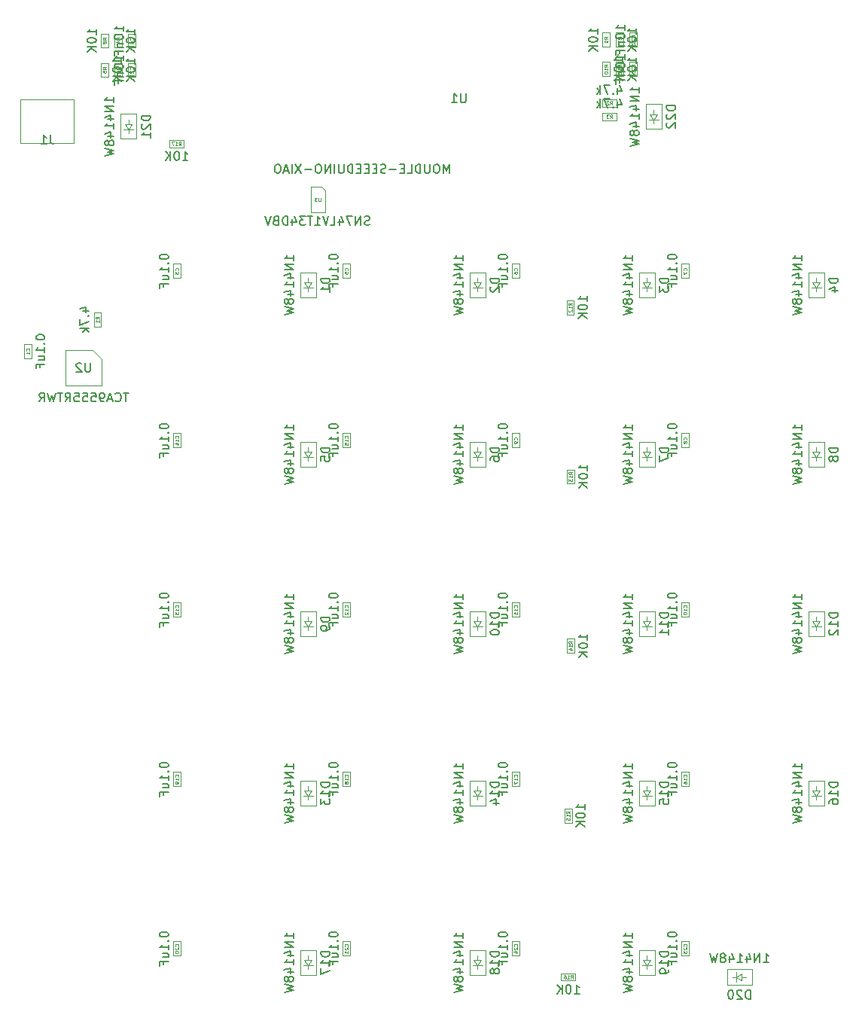
<source format=gbr>
%TF.GenerationSoftware,KiCad,Pcbnew,8.0.0*%
%TF.CreationDate,2024-11-26T10:36:05-05:00*%
%TF.ProjectId,macropad,6d616372-6f70-4616-942e-6b696361645f,v1.0*%
%TF.SameCoordinates,Original*%
%TF.FileFunction,AssemblyDrawing,Bot*%
%FSLAX46Y46*%
G04 Gerber Fmt 4.6, Leading zero omitted, Abs format (unit mm)*
G04 Created by KiCad (PCBNEW 8.0.0) date 2024-11-26 10:36:05*
%MOMM*%
%LPD*%
G01*
G04 APERTURE LIST*
%ADD10C,0.150000*%
%ADD11C,0.060000*%
%ADD12C,0.100000*%
%ADD13C,0.025400*%
G04 APERTURE END LIST*
D10*
X126417619Y-129093825D02*
X126417619Y-128522397D01*
X126417619Y-128808111D02*
X125417619Y-128808111D01*
X125417619Y-128808111D02*
X125560476Y-128712873D01*
X125560476Y-128712873D02*
X125655714Y-128617635D01*
X125655714Y-128617635D02*
X125703333Y-128522397D01*
X125417619Y-129712873D02*
X125417619Y-129808111D01*
X125417619Y-129808111D02*
X125465238Y-129903349D01*
X125465238Y-129903349D02*
X125512857Y-129950968D01*
X125512857Y-129950968D02*
X125608095Y-129998587D01*
X125608095Y-129998587D02*
X125798571Y-130046206D01*
X125798571Y-130046206D02*
X126036666Y-130046206D01*
X126036666Y-130046206D02*
X126227142Y-129998587D01*
X126227142Y-129998587D02*
X126322380Y-129950968D01*
X126322380Y-129950968D02*
X126370000Y-129903349D01*
X126370000Y-129903349D02*
X126417619Y-129808111D01*
X126417619Y-129808111D02*
X126417619Y-129712873D01*
X126417619Y-129712873D02*
X126370000Y-129617635D01*
X126370000Y-129617635D02*
X126322380Y-129570016D01*
X126322380Y-129570016D02*
X126227142Y-129522397D01*
X126227142Y-129522397D02*
X126036666Y-129474778D01*
X126036666Y-129474778D02*
X125798571Y-129474778D01*
X125798571Y-129474778D02*
X125608095Y-129522397D01*
X125608095Y-129522397D02*
X125512857Y-129570016D01*
X125512857Y-129570016D02*
X125465238Y-129617635D01*
X125465238Y-129617635D02*
X125417619Y-129712873D01*
X126417619Y-130474778D02*
X125417619Y-130474778D01*
X126417619Y-131046206D02*
X125846190Y-130617635D01*
X125417619Y-131046206D02*
X125989047Y-130474778D01*
D11*
X124714727Y-129527159D02*
X124524251Y-129393826D01*
X124714727Y-129298588D02*
X124314727Y-129298588D01*
X124314727Y-129298588D02*
X124314727Y-129450969D01*
X124314727Y-129450969D02*
X124333775Y-129489064D01*
X124333775Y-129489064D02*
X124352822Y-129508111D01*
X124352822Y-129508111D02*
X124390918Y-129527159D01*
X124390918Y-129527159D02*
X124448060Y-129527159D01*
X124448060Y-129527159D02*
X124486156Y-129508111D01*
X124486156Y-129508111D02*
X124505203Y-129489064D01*
X124505203Y-129489064D02*
X124524251Y-129450969D01*
X124524251Y-129450969D02*
X124524251Y-129298588D01*
X124714727Y-129908111D02*
X124714727Y-129679540D01*
X124714727Y-129793826D02*
X124314727Y-129793826D01*
X124314727Y-129793826D02*
X124371870Y-129755730D01*
X124371870Y-129755730D02*
X124409965Y-129717635D01*
X124409965Y-129717635D02*
X124429013Y-129679540D01*
X124314727Y-130270016D02*
X124314727Y-130079540D01*
X124314727Y-130079540D02*
X124505203Y-130060492D01*
X124505203Y-130060492D02*
X124486156Y-130079540D01*
X124486156Y-130079540D02*
X124467108Y-130117635D01*
X124467108Y-130117635D02*
X124467108Y-130212873D01*
X124467108Y-130212873D02*
X124486156Y-130250968D01*
X124486156Y-130250968D02*
X124505203Y-130270016D01*
X124505203Y-130270016D02*
X124543299Y-130289063D01*
X124543299Y-130289063D02*
X124638537Y-130289063D01*
X124638537Y-130289063D02*
X124676632Y-130270016D01*
X124676632Y-130270016D02*
X124695680Y-130250968D01*
X124695680Y-130250968D02*
X124714727Y-130212873D01*
X124714727Y-130212873D02*
X124714727Y-130117635D01*
X124714727Y-130117635D02*
X124695680Y-130079540D01*
X124695680Y-130079540D02*
X124676632Y-130060492D01*
D10*
X135714819Y-85949045D02*
X135714819Y-86044283D01*
X135714819Y-86044283D02*
X135762438Y-86139521D01*
X135762438Y-86139521D02*
X135810057Y-86187140D01*
X135810057Y-86187140D02*
X135905295Y-86234759D01*
X135905295Y-86234759D02*
X136095771Y-86282378D01*
X136095771Y-86282378D02*
X136333866Y-86282378D01*
X136333866Y-86282378D02*
X136524342Y-86234759D01*
X136524342Y-86234759D02*
X136619580Y-86187140D01*
X136619580Y-86187140D02*
X136667200Y-86139521D01*
X136667200Y-86139521D02*
X136714819Y-86044283D01*
X136714819Y-86044283D02*
X136714819Y-85949045D01*
X136714819Y-85949045D02*
X136667200Y-85853807D01*
X136667200Y-85853807D02*
X136619580Y-85806188D01*
X136619580Y-85806188D02*
X136524342Y-85758569D01*
X136524342Y-85758569D02*
X136333866Y-85710950D01*
X136333866Y-85710950D02*
X136095771Y-85710950D01*
X136095771Y-85710950D02*
X135905295Y-85758569D01*
X135905295Y-85758569D02*
X135810057Y-85806188D01*
X135810057Y-85806188D02*
X135762438Y-85853807D01*
X135762438Y-85853807D02*
X135714819Y-85949045D01*
X136619580Y-86710950D02*
X136667200Y-86758569D01*
X136667200Y-86758569D02*
X136714819Y-86710950D01*
X136714819Y-86710950D02*
X136667200Y-86663331D01*
X136667200Y-86663331D02*
X136619580Y-86710950D01*
X136619580Y-86710950D02*
X136714819Y-86710950D01*
X136714819Y-87710949D02*
X136714819Y-87139521D01*
X136714819Y-87425235D02*
X135714819Y-87425235D01*
X135714819Y-87425235D02*
X135857676Y-87329997D01*
X135857676Y-87329997D02*
X135952914Y-87234759D01*
X135952914Y-87234759D02*
X136000533Y-87139521D01*
X136048152Y-88568092D02*
X136714819Y-88568092D01*
X136048152Y-88139521D02*
X136571961Y-88139521D01*
X136571961Y-88139521D02*
X136667200Y-88187140D01*
X136667200Y-88187140D02*
X136714819Y-88282378D01*
X136714819Y-88282378D02*
X136714819Y-88425235D01*
X136714819Y-88425235D02*
X136667200Y-88520473D01*
X136667200Y-88520473D02*
X136619580Y-88568092D01*
X136191009Y-89377616D02*
X136191009Y-89044283D01*
X136714819Y-89044283D02*
X135714819Y-89044283D01*
X135714819Y-89044283D02*
X135714819Y-89520473D01*
D11*
X137833832Y-87525235D02*
X137852880Y-87506187D01*
X137852880Y-87506187D02*
X137871927Y-87449045D01*
X137871927Y-87449045D02*
X137871927Y-87410949D01*
X137871927Y-87410949D02*
X137852880Y-87353806D01*
X137852880Y-87353806D02*
X137814784Y-87315711D01*
X137814784Y-87315711D02*
X137776689Y-87296664D01*
X137776689Y-87296664D02*
X137700499Y-87277616D01*
X137700499Y-87277616D02*
X137643356Y-87277616D01*
X137643356Y-87277616D02*
X137567165Y-87296664D01*
X137567165Y-87296664D02*
X137529070Y-87315711D01*
X137529070Y-87315711D02*
X137490975Y-87353806D01*
X137490975Y-87353806D02*
X137471927Y-87410949D01*
X137471927Y-87410949D02*
X137471927Y-87449045D01*
X137471927Y-87449045D02*
X137490975Y-87506187D01*
X137490975Y-87506187D02*
X137510022Y-87525235D01*
X137643356Y-87753806D02*
X137624308Y-87715711D01*
X137624308Y-87715711D02*
X137605260Y-87696664D01*
X137605260Y-87696664D02*
X137567165Y-87677616D01*
X137567165Y-87677616D02*
X137548118Y-87677616D01*
X137548118Y-87677616D02*
X137510022Y-87696664D01*
X137510022Y-87696664D02*
X137490975Y-87715711D01*
X137490975Y-87715711D02*
X137471927Y-87753806D01*
X137471927Y-87753806D02*
X137471927Y-87829997D01*
X137471927Y-87829997D02*
X137490975Y-87868092D01*
X137490975Y-87868092D02*
X137510022Y-87887140D01*
X137510022Y-87887140D02*
X137548118Y-87906187D01*
X137548118Y-87906187D02*
X137567165Y-87906187D01*
X137567165Y-87906187D02*
X137605260Y-87887140D01*
X137605260Y-87887140D02*
X137624308Y-87868092D01*
X137624308Y-87868092D02*
X137643356Y-87829997D01*
X137643356Y-87829997D02*
X137643356Y-87753806D01*
X137643356Y-87753806D02*
X137662403Y-87715711D01*
X137662403Y-87715711D02*
X137681451Y-87696664D01*
X137681451Y-87696664D02*
X137719546Y-87677616D01*
X137719546Y-87677616D02*
X137795737Y-87677616D01*
X137795737Y-87677616D02*
X137833832Y-87696664D01*
X137833832Y-87696664D02*
X137852880Y-87715711D01*
X137852880Y-87715711D02*
X137871927Y-87753806D01*
X137871927Y-87753806D02*
X137871927Y-87829997D01*
X137871927Y-87829997D02*
X137852880Y-87868092D01*
X137852880Y-87868092D02*
X137833832Y-87887140D01*
X137833832Y-87887140D02*
X137795737Y-87906187D01*
X137795737Y-87906187D02*
X137719546Y-87906187D01*
X137719546Y-87906187D02*
X137681451Y-87887140D01*
X137681451Y-87887140D02*
X137662403Y-87868092D01*
X137662403Y-87868092D02*
X137643356Y-87829997D01*
D10*
X146500285Y-146298221D02*
X147071713Y-146298221D01*
X146785999Y-146298221D02*
X146785999Y-145298221D01*
X146785999Y-145298221D02*
X146881237Y-145441078D01*
X146881237Y-145441078D02*
X146976475Y-145536316D01*
X146976475Y-145536316D02*
X147071713Y-145583935D01*
X146071713Y-146298221D02*
X146071713Y-145298221D01*
X146071713Y-145298221D02*
X145500285Y-146298221D01*
X145500285Y-146298221D02*
X145500285Y-145298221D01*
X144595523Y-145631554D02*
X144595523Y-146298221D01*
X144833618Y-145250602D02*
X145071713Y-145964887D01*
X145071713Y-145964887D02*
X144452666Y-145964887D01*
X143547904Y-146298221D02*
X144119332Y-146298221D01*
X143833618Y-146298221D02*
X143833618Y-145298221D01*
X143833618Y-145298221D02*
X143928856Y-145441078D01*
X143928856Y-145441078D02*
X144024094Y-145536316D01*
X144024094Y-145536316D02*
X144119332Y-145583935D01*
X142690761Y-145631554D02*
X142690761Y-146298221D01*
X142928856Y-145250602D02*
X143166951Y-145964887D01*
X143166951Y-145964887D02*
X142547904Y-145964887D01*
X142024094Y-145726792D02*
X142119332Y-145679173D01*
X142119332Y-145679173D02*
X142166951Y-145631554D01*
X142166951Y-145631554D02*
X142214570Y-145536316D01*
X142214570Y-145536316D02*
X142214570Y-145488697D01*
X142214570Y-145488697D02*
X142166951Y-145393459D01*
X142166951Y-145393459D02*
X142119332Y-145345840D01*
X142119332Y-145345840D02*
X142024094Y-145298221D01*
X142024094Y-145298221D02*
X141833618Y-145298221D01*
X141833618Y-145298221D02*
X141738380Y-145345840D01*
X141738380Y-145345840D02*
X141690761Y-145393459D01*
X141690761Y-145393459D02*
X141643142Y-145488697D01*
X141643142Y-145488697D02*
X141643142Y-145536316D01*
X141643142Y-145536316D02*
X141690761Y-145631554D01*
X141690761Y-145631554D02*
X141738380Y-145679173D01*
X141738380Y-145679173D02*
X141833618Y-145726792D01*
X141833618Y-145726792D02*
X142024094Y-145726792D01*
X142024094Y-145726792D02*
X142119332Y-145774411D01*
X142119332Y-145774411D02*
X142166951Y-145822030D01*
X142166951Y-145822030D02*
X142214570Y-145917268D01*
X142214570Y-145917268D02*
X142214570Y-146107744D01*
X142214570Y-146107744D02*
X142166951Y-146202982D01*
X142166951Y-146202982D02*
X142119332Y-146250602D01*
X142119332Y-146250602D02*
X142024094Y-146298221D01*
X142024094Y-146298221D02*
X141833618Y-146298221D01*
X141833618Y-146298221D02*
X141738380Y-146250602D01*
X141738380Y-146250602D02*
X141690761Y-146202982D01*
X141690761Y-146202982D02*
X141643142Y-146107744D01*
X141643142Y-146107744D02*
X141643142Y-145917268D01*
X141643142Y-145917268D02*
X141690761Y-145822030D01*
X141690761Y-145822030D02*
X141738380Y-145774411D01*
X141738380Y-145774411D02*
X141833618Y-145726792D01*
X141309808Y-145298221D02*
X141071713Y-146298221D01*
X141071713Y-146298221D02*
X140881237Y-145583935D01*
X140881237Y-145583935D02*
X140690761Y-146298221D01*
X140690761Y-146298221D02*
X140452666Y-145298221D01*
X145000285Y-150398221D02*
X145000285Y-149398221D01*
X145000285Y-149398221D02*
X144762190Y-149398221D01*
X144762190Y-149398221D02*
X144619333Y-149445840D01*
X144619333Y-149445840D02*
X144524095Y-149541078D01*
X144524095Y-149541078D02*
X144476476Y-149636316D01*
X144476476Y-149636316D02*
X144428857Y-149826792D01*
X144428857Y-149826792D02*
X144428857Y-149969649D01*
X144428857Y-149969649D02*
X144476476Y-150160125D01*
X144476476Y-150160125D02*
X144524095Y-150255363D01*
X144524095Y-150255363D02*
X144619333Y-150350602D01*
X144619333Y-150350602D02*
X144762190Y-150398221D01*
X144762190Y-150398221D02*
X145000285Y-150398221D01*
X144047904Y-149493459D02*
X144000285Y-149445840D01*
X144000285Y-149445840D02*
X143905047Y-149398221D01*
X143905047Y-149398221D02*
X143666952Y-149398221D01*
X143666952Y-149398221D02*
X143571714Y-149445840D01*
X143571714Y-149445840D02*
X143524095Y-149493459D01*
X143524095Y-149493459D02*
X143476476Y-149588697D01*
X143476476Y-149588697D02*
X143476476Y-149683935D01*
X143476476Y-149683935D02*
X143524095Y-149826792D01*
X143524095Y-149826792D02*
X144095523Y-150398221D01*
X144095523Y-150398221D02*
X143476476Y-150398221D01*
X142857428Y-149398221D02*
X142762190Y-149398221D01*
X142762190Y-149398221D02*
X142666952Y-149445840D01*
X142666952Y-149445840D02*
X142619333Y-149493459D01*
X142619333Y-149493459D02*
X142571714Y-149588697D01*
X142571714Y-149588697D02*
X142524095Y-149779173D01*
X142524095Y-149779173D02*
X142524095Y-150017268D01*
X142524095Y-150017268D02*
X142571714Y-150207744D01*
X142571714Y-150207744D02*
X142619333Y-150302982D01*
X142619333Y-150302982D02*
X142666952Y-150350602D01*
X142666952Y-150350602D02*
X142762190Y-150398221D01*
X142762190Y-150398221D02*
X142857428Y-150398221D01*
X142857428Y-150398221D02*
X142952666Y-150350602D01*
X142952666Y-150350602D02*
X143000285Y-150302982D01*
X143000285Y-150302982D02*
X143047904Y-150207744D01*
X143047904Y-150207744D02*
X143095523Y-150017268D01*
X143095523Y-150017268D02*
X143095523Y-149779173D01*
X143095523Y-149779173D02*
X143047904Y-149588697D01*
X143047904Y-149588697D02*
X143000285Y-149493459D01*
X143000285Y-149493459D02*
X142952666Y-149445840D01*
X142952666Y-149445840D02*
X142857428Y-149398221D01*
X131726819Y-124527116D02*
X131726819Y-123955688D01*
X131726819Y-124241402D02*
X130726819Y-124241402D01*
X130726819Y-124241402D02*
X130869676Y-124146164D01*
X130869676Y-124146164D02*
X130964914Y-124050926D01*
X130964914Y-124050926D02*
X131012533Y-123955688D01*
X131726819Y-124955688D02*
X130726819Y-124955688D01*
X130726819Y-124955688D02*
X131726819Y-125527116D01*
X131726819Y-125527116D02*
X130726819Y-125527116D01*
X131060152Y-126431878D02*
X131726819Y-126431878D01*
X130679200Y-126193783D02*
X131393485Y-125955688D01*
X131393485Y-125955688D02*
X131393485Y-126574735D01*
X131726819Y-127479497D02*
X131726819Y-126908069D01*
X131726819Y-127193783D02*
X130726819Y-127193783D01*
X130726819Y-127193783D02*
X130869676Y-127098545D01*
X130869676Y-127098545D02*
X130964914Y-127003307D01*
X130964914Y-127003307D02*
X131012533Y-126908069D01*
X131060152Y-128336640D02*
X131726819Y-128336640D01*
X130679200Y-128098545D02*
X131393485Y-127860450D01*
X131393485Y-127860450D02*
X131393485Y-128479497D01*
X131155390Y-129003307D02*
X131107771Y-128908069D01*
X131107771Y-128908069D02*
X131060152Y-128860450D01*
X131060152Y-128860450D02*
X130964914Y-128812831D01*
X130964914Y-128812831D02*
X130917295Y-128812831D01*
X130917295Y-128812831D02*
X130822057Y-128860450D01*
X130822057Y-128860450D02*
X130774438Y-128908069D01*
X130774438Y-128908069D02*
X130726819Y-129003307D01*
X130726819Y-129003307D02*
X130726819Y-129193783D01*
X130726819Y-129193783D02*
X130774438Y-129289021D01*
X130774438Y-129289021D02*
X130822057Y-129336640D01*
X130822057Y-129336640D02*
X130917295Y-129384259D01*
X130917295Y-129384259D02*
X130964914Y-129384259D01*
X130964914Y-129384259D02*
X131060152Y-129336640D01*
X131060152Y-129336640D02*
X131107771Y-129289021D01*
X131107771Y-129289021D02*
X131155390Y-129193783D01*
X131155390Y-129193783D02*
X131155390Y-129003307D01*
X131155390Y-129003307D02*
X131203009Y-128908069D01*
X131203009Y-128908069D02*
X131250628Y-128860450D01*
X131250628Y-128860450D02*
X131345866Y-128812831D01*
X131345866Y-128812831D02*
X131536342Y-128812831D01*
X131536342Y-128812831D02*
X131631580Y-128860450D01*
X131631580Y-128860450D02*
X131679200Y-128908069D01*
X131679200Y-128908069D02*
X131726819Y-129003307D01*
X131726819Y-129003307D02*
X131726819Y-129193783D01*
X131726819Y-129193783D02*
X131679200Y-129289021D01*
X131679200Y-129289021D02*
X131631580Y-129336640D01*
X131631580Y-129336640D02*
X131536342Y-129384259D01*
X131536342Y-129384259D02*
X131345866Y-129384259D01*
X131345866Y-129384259D02*
X131250628Y-129336640D01*
X131250628Y-129336640D02*
X131203009Y-129289021D01*
X131203009Y-129289021D02*
X131155390Y-129193783D01*
X130726819Y-129717593D02*
X131726819Y-129955688D01*
X131726819Y-129955688D02*
X131012533Y-130146164D01*
X131012533Y-130146164D02*
X131726819Y-130336640D01*
X131726819Y-130336640D02*
X130726819Y-130574736D01*
X135826819Y-126027116D02*
X134826819Y-126027116D01*
X134826819Y-126027116D02*
X134826819Y-126265211D01*
X134826819Y-126265211D02*
X134874438Y-126408068D01*
X134874438Y-126408068D02*
X134969676Y-126503306D01*
X134969676Y-126503306D02*
X135064914Y-126550925D01*
X135064914Y-126550925D02*
X135255390Y-126598544D01*
X135255390Y-126598544D02*
X135398247Y-126598544D01*
X135398247Y-126598544D02*
X135588723Y-126550925D01*
X135588723Y-126550925D02*
X135683961Y-126503306D01*
X135683961Y-126503306D02*
X135779200Y-126408068D01*
X135779200Y-126408068D02*
X135826819Y-126265211D01*
X135826819Y-126265211D02*
X135826819Y-126027116D01*
X135826819Y-127550925D02*
X135826819Y-126979497D01*
X135826819Y-127265211D02*
X134826819Y-127265211D01*
X134826819Y-127265211D02*
X134969676Y-127169973D01*
X134969676Y-127169973D02*
X135064914Y-127074735D01*
X135064914Y-127074735D02*
X135112533Y-126979497D01*
X134826819Y-128455687D02*
X134826819Y-127979497D01*
X134826819Y-127979497D02*
X135303009Y-127931878D01*
X135303009Y-127931878D02*
X135255390Y-127979497D01*
X135255390Y-127979497D02*
X135207771Y-128074735D01*
X135207771Y-128074735D02*
X135207771Y-128312830D01*
X135207771Y-128312830D02*
X135255390Y-128408068D01*
X135255390Y-128408068D02*
X135303009Y-128455687D01*
X135303009Y-128455687D02*
X135398247Y-128503306D01*
X135398247Y-128503306D02*
X135636342Y-128503306D01*
X135636342Y-128503306D02*
X135731580Y-128455687D01*
X135731580Y-128455687D02*
X135779200Y-128408068D01*
X135779200Y-128408068D02*
X135826819Y-128312830D01*
X135826819Y-128312830D02*
X135826819Y-128074735D01*
X135826819Y-128074735D02*
X135779200Y-127979497D01*
X135779200Y-127979497D02*
X135731580Y-127931878D01*
X150776819Y-86427116D02*
X150776819Y-85855688D01*
X150776819Y-86141402D02*
X149776819Y-86141402D01*
X149776819Y-86141402D02*
X149919676Y-86046164D01*
X149919676Y-86046164D02*
X150014914Y-85950926D01*
X150014914Y-85950926D02*
X150062533Y-85855688D01*
X150776819Y-86855688D02*
X149776819Y-86855688D01*
X149776819Y-86855688D02*
X150776819Y-87427116D01*
X150776819Y-87427116D02*
X149776819Y-87427116D01*
X150110152Y-88331878D02*
X150776819Y-88331878D01*
X149729200Y-88093783D02*
X150443485Y-87855688D01*
X150443485Y-87855688D02*
X150443485Y-88474735D01*
X150776819Y-89379497D02*
X150776819Y-88808069D01*
X150776819Y-89093783D02*
X149776819Y-89093783D01*
X149776819Y-89093783D02*
X149919676Y-88998545D01*
X149919676Y-88998545D02*
X150014914Y-88903307D01*
X150014914Y-88903307D02*
X150062533Y-88808069D01*
X150110152Y-90236640D02*
X150776819Y-90236640D01*
X149729200Y-89998545D02*
X150443485Y-89760450D01*
X150443485Y-89760450D02*
X150443485Y-90379497D01*
X150205390Y-90903307D02*
X150157771Y-90808069D01*
X150157771Y-90808069D02*
X150110152Y-90760450D01*
X150110152Y-90760450D02*
X150014914Y-90712831D01*
X150014914Y-90712831D02*
X149967295Y-90712831D01*
X149967295Y-90712831D02*
X149872057Y-90760450D01*
X149872057Y-90760450D02*
X149824438Y-90808069D01*
X149824438Y-90808069D02*
X149776819Y-90903307D01*
X149776819Y-90903307D02*
X149776819Y-91093783D01*
X149776819Y-91093783D02*
X149824438Y-91189021D01*
X149824438Y-91189021D02*
X149872057Y-91236640D01*
X149872057Y-91236640D02*
X149967295Y-91284259D01*
X149967295Y-91284259D02*
X150014914Y-91284259D01*
X150014914Y-91284259D02*
X150110152Y-91236640D01*
X150110152Y-91236640D02*
X150157771Y-91189021D01*
X150157771Y-91189021D02*
X150205390Y-91093783D01*
X150205390Y-91093783D02*
X150205390Y-90903307D01*
X150205390Y-90903307D02*
X150253009Y-90808069D01*
X150253009Y-90808069D02*
X150300628Y-90760450D01*
X150300628Y-90760450D02*
X150395866Y-90712831D01*
X150395866Y-90712831D02*
X150586342Y-90712831D01*
X150586342Y-90712831D02*
X150681580Y-90760450D01*
X150681580Y-90760450D02*
X150729200Y-90808069D01*
X150729200Y-90808069D02*
X150776819Y-90903307D01*
X150776819Y-90903307D02*
X150776819Y-91093783D01*
X150776819Y-91093783D02*
X150729200Y-91189021D01*
X150729200Y-91189021D02*
X150681580Y-91236640D01*
X150681580Y-91236640D02*
X150586342Y-91284259D01*
X150586342Y-91284259D02*
X150395866Y-91284259D01*
X150395866Y-91284259D02*
X150300628Y-91236640D01*
X150300628Y-91236640D02*
X150253009Y-91189021D01*
X150253009Y-91189021D02*
X150205390Y-91093783D01*
X149776819Y-91617593D02*
X150776819Y-91855688D01*
X150776819Y-91855688D02*
X150062533Y-92046164D01*
X150062533Y-92046164D02*
X150776819Y-92236640D01*
X150776819Y-92236640D02*
X149776819Y-92474736D01*
X154876819Y-88403307D02*
X153876819Y-88403307D01*
X153876819Y-88403307D02*
X153876819Y-88641402D01*
X153876819Y-88641402D02*
X153924438Y-88784259D01*
X153924438Y-88784259D02*
X154019676Y-88879497D01*
X154019676Y-88879497D02*
X154114914Y-88927116D01*
X154114914Y-88927116D02*
X154305390Y-88974735D01*
X154305390Y-88974735D02*
X154448247Y-88974735D01*
X154448247Y-88974735D02*
X154638723Y-88927116D01*
X154638723Y-88927116D02*
X154733961Y-88879497D01*
X154733961Y-88879497D02*
X154829200Y-88784259D01*
X154829200Y-88784259D02*
X154876819Y-88641402D01*
X154876819Y-88641402D02*
X154876819Y-88403307D01*
X154305390Y-89546164D02*
X154257771Y-89450926D01*
X154257771Y-89450926D02*
X154210152Y-89403307D01*
X154210152Y-89403307D02*
X154114914Y-89355688D01*
X154114914Y-89355688D02*
X154067295Y-89355688D01*
X154067295Y-89355688D02*
X153972057Y-89403307D01*
X153972057Y-89403307D02*
X153924438Y-89450926D01*
X153924438Y-89450926D02*
X153876819Y-89546164D01*
X153876819Y-89546164D02*
X153876819Y-89736640D01*
X153876819Y-89736640D02*
X153924438Y-89831878D01*
X153924438Y-89831878D02*
X153972057Y-89879497D01*
X153972057Y-89879497D02*
X154067295Y-89927116D01*
X154067295Y-89927116D02*
X154114914Y-89927116D01*
X154114914Y-89927116D02*
X154210152Y-89879497D01*
X154210152Y-89879497D02*
X154257771Y-89831878D01*
X154257771Y-89831878D02*
X154305390Y-89736640D01*
X154305390Y-89736640D02*
X154305390Y-89546164D01*
X154305390Y-89546164D02*
X154353009Y-89450926D01*
X154353009Y-89450926D02*
X154400628Y-89403307D01*
X154400628Y-89403307D02*
X154495866Y-89355688D01*
X154495866Y-89355688D02*
X154686342Y-89355688D01*
X154686342Y-89355688D02*
X154781580Y-89403307D01*
X154781580Y-89403307D02*
X154829200Y-89450926D01*
X154829200Y-89450926D02*
X154876819Y-89546164D01*
X154876819Y-89546164D02*
X154876819Y-89736640D01*
X154876819Y-89736640D02*
X154829200Y-89831878D01*
X154829200Y-89831878D02*
X154781580Y-89879497D01*
X154781580Y-89879497D02*
X154686342Y-89927116D01*
X154686342Y-89927116D02*
X154495866Y-89927116D01*
X154495866Y-89927116D02*
X154400628Y-89879497D01*
X154400628Y-89879497D02*
X154353009Y-89831878D01*
X154353009Y-89831878D02*
X154305390Y-89736640D01*
X130872819Y-41461973D02*
X130872819Y-40890545D01*
X130872819Y-41176259D02*
X129872819Y-41176259D01*
X129872819Y-41176259D02*
X130015676Y-41081021D01*
X130015676Y-41081021D02*
X130110914Y-40985783D01*
X130110914Y-40985783D02*
X130158533Y-40890545D01*
X129872819Y-42081021D02*
X129872819Y-42176259D01*
X129872819Y-42176259D02*
X129920438Y-42271497D01*
X129920438Y-42271497D02*
X129968057Y-42319116D01*
X129968057Y-42319116D02*
X130063295Y-42366735D01*
X130063295Y-42366735D02*
X130253771Y-42414354D01*
X130253771Y-42414354D02*
X130491866Y-42414354D01*
X130491866Y-42414354D02*
X130682342Y-42366735D01*
X130682342Y-42366735D02*
X130777580Y-42319116D01*
X130777580Y-42319116D02*
X130825200Y-42271497D01*
X130825200Y-42271497D02*
X130872819Y-42176259D01*
X130872819Y-42176259D02*
X130872819Y-42081021D01*
X130872819Y-42081021D02*
X130825200Y-41985783D01*
X130825200Y-41985783D02*
X130777580Y-41938164D01*
X130777580Y-41938164D02*
X130682342Y-41890545D01*
X130682342Y-41890545D02*
X130491866Y-41842926D01*
X130491866Y-41842926D02*
X130253771Y-41842926D01*
X130253771Y-41842926D02*
X130063295Y-41890545D01*
X130063295Y-41890545D02*
X129968057Y-41938164D01*
X129968057Y-41938164D02*
X129920438Y-41985783D01*
X129920438Y-41985783D02*
X129872819Y-42081021D01*
X130206152Y-42842926D02*
X130872819Y-42842926D01*
X130301390Y-42842926D02*
X130253771Y-42890545D01*
X130253771Y-42890545D02*
X130206152Y-42985783D01*
X130206152Y-42985783D02*
X130206152Y-43128640D01*
X130206152Y-43128640D02*
X130253771Y-43223878D01*
X130253771Y-43223878D02*
X130349009Y-43271497D01*
X130349009Y-43271497D02*
X130872819Y-43271497D01*
X130349009Y-44081021D02*
X130349009Y-43747688D01*
X130872819Y-43747688D02*
X129872819Y-43747688D01*
X129872819Y-43747688D02*
X129872819Y-44223878D01*
D11*
X131991832Y-42276259D02*
X132010880Y-42257211D01*
X132010880Y-42257211D02*
X132029927Y-42200069D01*
X132029927Y-42200069D02*
X132029927Y-42161973D01*
X132029927Y-42161973D02*
X132010880Y-42104830D01*
X132010880Y-42104830D02*
X131972784Y-42066735D01*
X131972784Y-42066735D02*
X131934689Y-42047688D01*
X131934689Y-42047688D02*
X131858499Y-42028640D01*
X131858499Y-42028640D02*
X131801356Y-42028640D01*
X131801356Y-42028640D02*
X131725165Y-42047688D01*
X131725165Y-42047688D02*
X131687070Y-42066735D01*
X131687070Y-42066735D02*
X131648975Y-42104830D01*
X131648975Y-42104830D02*
X131629927Y-42161973D01*
X131629927Y-42161973D02*
X131629927Y-42200069D01*
X131629927Y-42200069D02*
X131648975Y-42257211D01*
X131648975Y-42257211D02*
X131668022Y-42276259D01*
X131668022Y-42428640D02*
X131648975Y-42447688D01*
X131648975Y-42447688D02*
X131629927Y-42485783D01*
X131629927Y-42485783D02*
X131629927Y-42581021D01*
X131629927Y-42581021D02*
X131648975Y-42619116D01*
X131648975Y-42619116D02*
X131668022Y-42638164D01*
X131668022Y-42638164D02*
X131706118Y-42657211D01*
X131706118Y-42657211D02*
X131744213Y-42657211D01*
X131744213Y-42657211D02*
X131801356Y-42638164D01*
X131801356Y-42638164D02*
X132029927Y-42409592D01*
X132029927Y-42409592D02*
X132029927Y-42657211D01*
X131668022Y-42809592D02*
X131648975Y-42828640D01*
X131648975Y-42828640D02*
X131629927Y-42866735D01*
X131629927Y-42866735D02*
X131629927Y-42961973D01*
X131629927Y-42961973D02*
X131648975Y-43000068D01*
X131648975Y-43000068D02*
X131668022Y-43019116D01*
X131668022Y-43019116D02*
X131706118Y-43038163D01*
X131706118Y-43038163D02*
X131744213Y-43038163D01*
X131744213Y-43038163D02*
X131801356Y-43019116D01*
X131801356Y-43019116D02*
X132029927Y-42790544D01*
X132029927Y-42790544D02*
X132029927Y-43038163D01*
D10*
X116664819Y-143099045D02*
X116664819Y-143194283D01*
X116664819Y-143194283D02*
X116712438Y-143289521D01*
X116712438Y-143289521D02*
X116760057Y-143337140D01*
X116760057Y-143337140D02*
X116855295Y-143384759D01*
X116855295Y-143384759D02*
X117045771Y-143432378D01*
X117045771Y-143432378D02*
X117283866Y-143432378D01*
X117283866Y-143432378D02*
X117474342Y-143384759D01*
X117474342Y-143384759D02*
X117569580Y-143337140D01*
X117569580Y-143337140D02*
X117617200Y-143289521D01*
X117617200Y-143289521D02*
X117664819Y-143194283D01*
X117664819Y-143194283D02*
X117664819Y-143099045D01*
X117664819Y-143099045D02*
X117617200Y-143003807D01*
X117617200Y-143003807D02*
X117569580Y-142956188D01*
X117569580Y-142956188D02*
X117474342Y-142908569D01*
X117474342Y-142908569D02*
X117283866Y-142860950D01*
X117283866Y-142860950D02*
X117045771Y-142860950D01*
X117045771Y-142860950D02*
X116855295Y-142908569D01*
X116855295Y-142908569D02*
X116760057Y-142956188D01*
X116760057Y-142956188D02*
X116712438Y-143003807D01*
X116712438Y-143003807D02*
X116664819Y-143099045D01*
X117569580Y-143860950D02*
X117617200Y-143908569D01*
X117617200Y-143908569D02*
X117664819Y-143860950D01*
X117664819Y-143860950D02*
X117617200Y-143813331D01*
X117617200Y-143813331D02*
X117569580Y-143860950D01*
X117569580Y-143860950D02*
X117664819Y-143860950D01*
X117664819Y-144860949D02*
X117664819Y-144289521D01*
X117664819Y-144575235D02*
X116664819Y-144575235D01*
X116664819Y-144575235D02*
X116807676Y-144479997D01*
X116807676Y-144479997D02*
X116902914Y-144384759D01*
X116902914Y-144384759D02*
X116950533Y-144289521D01*
X116998152Y-145718092D02*
X117664819Y-145718092D01*
X116998152Y-145289521D02*
X117521961Y-145289521D01*
X117521961Y-145289521D02*
X117617200Y-145337140D01*
X117617200Y-145337140D02*
X117664819Y-145432378D01*
X117664819Y-145432378D02*
X117664819Y-145575235D01*
X117664819Y-145575235D02*
X117617200Y-145670473D01*
X117617200Y-145670473D02*
X117569580Y-145718092D01*
X117141009Y-146527616D02*
X117141009Y-146194283D01*
X117664819Y-146194283D02*
X116664819Y-146194283D01*
X116664819Y-146194283D02*
X116664819Y-146670473D01*
D11*
X118783832Y-144484759D02*
X118802880Y-144465711D01*
X118802880Y-144465711D02*
X118821927Y-144408569D01*
X118821927Y-144408569D02*
X118821927Y-144370473D01*
X118821927Y-144370473D02*
X118802880Y-144313330D01*
X118802880Y-144313330D02*
X118764784Y-144275235D01*
X118764784Y-144275235D02*
X118726689Y-144256188D01*
X118726689Y-144256188D02*
X118650499Y-144237140D01*
X118650499Y-144237140D02*
X118593356Y-144237140D01*
X118593356Y-144237140D02*
X118517165Y-144256188D01*
X118517165Y-144256188D02*
X118479070Y-144275235D01*
X118479070Y-144275235D02*
X118440975Y-144313330D01*
X118440975Y-144313330D02*
X118421927Y-144370473D01*
X118421927Y-144370473D02*
X118421927Y-144408569D01*
X118421927Y-144408569D02*
X118440975Y-144465711D01*
X118440975Y-144465711D02*
X118460022Y-144484759D01*
X118460022Y-144637140D02*
X118440975Y-144656188D01*
X118440975Y-144656188D02*
X118421927Y-144694283D01*
X118421927Y-144694283D02*
X118421927Y-144789521D01*
X118421927Y-144789521D02*
X118440975Y-144827616D01*
X118440975Y-144827616D02*
X118460022Y-144846664D01*
X118460022Y-144846664D02*
X118498118Y-144865711D01*
X118498118Y-144865711D02*
X118536213Y-144865711D01*
X118536213Y-144865711D02*
X118593356Y-144846664D01*
X118593356Y-144846664D02*
X118821927Y-144618092D01*
X118821927Y-144618092D02*
X118821927Y-144865711D01*
X118555260Y-145208568D02*
X118821927Y-145208568D01*
X118402880Y-145113330D02*
X118688594Y-145018092D01*
X118688594Y-145018092D02*
X118688594Y-145265711D01*
D10*
X78564819Y-104999045D02*
X78564819Y-105094283D01*
X78564819Y-105094283D02*
X78612438Y-105189521D01*
X78612438Y-105189521D02*
X78660057Y-105237140D01*
X78660057Y-105237140D02*
X78755295Y-105284759D01*
X78755295Y-105284759D02*
X78945771Y-105332378D01*
X78945771Y-105332378D02*
X79183866Y-105332378D01*
X79183866Y-105332378D02*
X79374342Y-105284759D01*
X79374342Y-105284759D02*
X79469580Y-105237140D01*
X79469580Y-105237140D02*
X79517200Y-105189521D01*
X79517200Y-105189521D02*
X79564819Y-105094283D01*
X79564819Y-105094283D02*
X79564819Y-104999045D01*
X79564819Y-104999045D02*
X79517200Y-104903807D01*
X79517200Y-104903807D02*
X79469580Y-104856188D01*
X79469580Y-104856188D02*
X79374342Y-104808569D01*
X79374342Y-104808569D02*
X79183866Y-104760950D01*
X79183866Y-104760950D02*
X78945771Y-104760950D01*
X78945771Y-104760950D02*
X78755295Y-104808569D01*
X78755295Y-104808569D02*
X78660057Y-104856188D01*
X78660057Y-104856188D02*
X78612438Y-104903807D01*
X78612438Y-104903807D02*
X78564819Y-104999045D01*
X79469580Y-105760950D02*
X79517200Y-105808569D01*
X79517200Y-105808569D02*
X79564819Y-105760950D01*
X79564819Y-105760950D02*
X79517200Y-105713331D01*
X79517200Y-105713331D02*
X79469580Y-105760950D01*
X79469580Y-105760950D02*
X79564819Y-105760950D01*
X79564819Y-106760949D02*
X79564819Y-106189521D01*
X79564819Y-106475235D02*
X78564819Y-106475235D01*
X78564819Y-106475235D02*
X78707676Y-106379997D01*
X78707676Y-106379997D02*
X78802914Y-106284759D01*
X78802914Y-106284759D02*
X78850533Y-106189521D01*
X78898152Y-107618092D02*
X79564819Y-107618092D01*
X78898152Y-107189521D02*
X79421961Y-107189521D01*
X79421961Y-107189521D02*
X79517200Y-107237140D01*
X79517200Y-107237140D02*
X79564819Y-107332378D01*
X79564819Y-107332378D02*
X79564819Y-107475235D01*
X79564819Y-107475235D02*
X79517200Y-107570473D01*
X79517200Y-107570473D02*
X79469580Y-107618092D01*
X79041009Y-108427616D02*
X79041009Y-108094283D01*
X79564819Y-108094283D02*
X78564819Y-108094283D01*
X78564819Y-108094283D02*
X78564819Y-108570473D01*
D11*
X80683832Y-106384759D02*
X80702880Y-106365711D01*
X80702880Y-106365711D02*
X80721927Y-106308569D01*
X80721927Y-106308569D02*
X80721927Y-106270473D01*
X80721927Y-106270473D02*
X80702880Y-106213330D01*
X80702880Y-106213330D02*
X80664784Y-106175235D01*
X80664784Y-106175235D02*
X80626689Y-106156188D01*
X80626689Y-106156188D02*
X80550499Y-106137140D01*
X80550499Y-106137140D02*
X80493356Y-106137140D01*
X80493356Y-106137140D02*
X80417165Y-106156188D01*
X80417165Y-106156188D02*
X80379070Y-106175235D01*
X80379070Y-106175235D02*
X80340975Y-106213330D01*
X80340975Y-106213330D02*
X80321927Y-106270473D01*
X80321927Y-106270473D02*
X80321927Y-106308569D01*
X80321927Y-106308569D02*
X80340975Y-106365711D01*
X80340975Y-106365711D02*
X80360022Y-106384759D01*
X80721927Y-106765711D02*
X80721927Y-106537140D01*
X80721927Y-106651426D02*
X80321927Y-106651426D01*
X80321927Y-106651426D02*
X80379070Y-106613330D01*
X80379070Y-106613330D02*
X80417165Y-106575235D01*
X80417165Y-106575235D02*
X80436213Y-106537140D01*
X80321927Y-106899044D02*
X80321927Y-107146663D01*
X80321927Y-107146663D02*
X80474308Y-107013330D01*
X80474308Y-107013330D02*
X80474308Y-107070473D01*
X80474308Y-107070473D02*
X80493356Y-107108568D01*
X80493356Y-107108568D02*
X80512403Y-107127616D01*
X80512403Y-107127616D02*
X80550499Y-107146663D01*
X80550499Y-107146663D02*
X80645737Y-107146663D01*
X80645737Y-107146663D02*
X80683832Y-107127616D01*
X80683832Y-107127616D02*
X80702880Y-107108568D01*
X80702880Y-107108568D02*
X80721927Y-107070473D01*
X80721927Y-107070473D02*
X80721927Y-106956187D01*
X80721927Y-106956187D02*
X80702880Y-106918092D01*
X80702880Y-106918092D02*
X80683832Y-106899044D01*
D10*
X75095828Y-82224421D02*
X74524400Y-82224421D01*
X74810114Y-83224421D02*
X74810114Y-82224421D01*
X73619638Y-83129182D02*
X73667257Y-83176802D01*
X73667257Y-83176802D02*
X73810114Y-83224421D01*
X73810114Y-83224421D02*
X73905352Y-83224421D01*
X73905352Y-83224421D02*
X74048209Y-83176802D01*
X74048209Y-83176802D02*
X74143447Y-83081563D01*
X74143447Y-83081563D02*
X74191066Y-82986325D01*
X74191066Y-82986325D02*
X74238685Y-82795849D01*
X74238685Y-82795849D02*
X74238685Y-82652992D01*
X74238685Y-82652992D02*
X74191066Y-82462516D01*
X74191066Y-82462516D02*
X74143447Y-82367278D01*
X74143447Y-82367278D02*
X74048209Y-82272040D01*
X74048209Y-82272040D02*
X73905352Y-82224421D01*
X73905352Y-82224421D02*
X73810114Y-82224421D01*
X73810114Y-82224421D02*
X73667257Y-82272040D01*
X73667257Y-82272040D02*
X73619638Y-82319659D01*
X73238685Y-82938706D02*
X72762495Y-82938706D01*
X73333923Y-83224421D02*
X73000590Y-82224421D01*
X73000590Y-82224421D02*
X72667257Y-83224421D01*
X72286304Y-83224421D02*
X72095828Y-83224421D01*
X72095828Y-83224421D02*
X72000590Y-83176802D01*
X72000590Y-83176802D02*
X71952971Y-83129182D01*
X71952971Y-83129182D02*
X71857733Y-82986325D01*
X71857733Y-82986325D02*
X71810114Y-82795849D01*
X71810114Y-82795849D02*
X71810114Y-82414897D01*
X71810114Y-82414897D02*
X71857733Y-82319659D01*
X71857733Y-82319659D02*
X71905352Y-82272040D01*
X71905352Y-82272040D02*
X72000590Y-82224421D01*
X72000590Y-82224421D02*
X72191066Y-82224421D01*
X72191066Y-82224421D02*
X72286304Y-82272040D01*
X72286304Y-82272040D02*
X72333923Y-82319659D01*
X72333923Y-82319659D02*
X72381542Y-82414897D01*
X72381542Y-82414897D02*
X72381542Y-82652992D01*
X72381542Y-82652992D02*
X72333923Y-82748230D01*
X72333923Y-82748230D02*
X72286304Y-82795849D01*
X72286304Y-82795849D02*
X72191066Y-82843468D01*
X72191066Y-82843468D02*
X72000590Y-82843468D01*
X72000590Y-82843468D02*
X71905352Y-82795849D01*
X71905352Y-82795849D02*
X71857733Y-82748230D01*
X71857733Y-82748230D02*
X71810114Y-82652992D01*
X70905352Y-82224421D02*
X71381542Y-82224421D01*
X71381542Y-82224421D02*
X71429161Y-82700611D01*
X71429161Y-82700611D02*
X71381542Y-82652992D01*
X71381542Y-82652992D02*
X71286304Y-82605373D01*
X71286304Y-82605373D02*
X71048209Y-82605373D01*
X71048209Y-82605373D02*
X70952971Y-82652992D01*
X70952971Y-82652992D02*
X70905352Y-82700611D01*
X70905352Y-82700611D02*
X70857733Y-82795849D01*
X70857733Y-82795849D02*
X70857733Y-83033944D01*
X70857733Y-83033944D02*
X70905352Y-83129182D01*
X70905352Y-83129182D02*
X70952971Y-83176802D01*
X70952971Y-83176802D02*
X71048209Y-83224421D01*
X71048209Y-83224421D02*
X71286304Y-83224421D01*
X71286304Y-83224421D02*
X71381542Y-83176802D01*
X71381542Y-83176802D02*
X71429161Y-83129182D01*
X69952971Y-82224421D02*
X70429161Y-82224421D01*
X70429161Y-82224421D02*
X70476780Y-82700611D01*
X70476780Y-82700611D02*
X70429161Y-82652992D01*
X70429161Y-82652992D02*
X70333923Y-82605373D01*
X70333923Y-82605373D02*
X70095828Y-82605373D01*
X70095828Y-82605373D02*
X70000590Y-82652992D01*
X70000590Y-82652992D02*
X69952971Y-82700611D01*
X69952971Y-82700611D02*
X69905352Y-82795849D01*
X69905352Y-82795849D02*
X69905352Y-83033944D01*
X69905352Y-83033944D02*
X69952971Y-83129182D01*
X69952971Y-83129182D02*
X70000590Y-83176802D01*
X70000590Y-83176802D02*
X70095828Y-83224421D01*
X70095828Y-83224421D02*
X70333923Y-83224421D01*
X70333923Y-83224421D02*
X70429161Y-83176802D01*
X70429161Y-83176802D02*
X70476780Y-83129182D01*
X69000590Y-82224421D02*
X69476780Y-82224421D01*
X69476780Y-82224421D02*
X69524399Y-82700611D01*
X69524399Y-82700611D02*
X69476780Y-82652992D01*
X69476780Y-82652992D02*
X69381542Y-82605373D01*
X69381542Y-82605373D02*
X69143447Y-82605373D01*
X69143447Y-82605373D02*
X69048209Y-82652992D01*
X69048209Y-82652992D02*
X69000590Y-82700611D01*
X69000590Y-82700611D02*
X68952971Y-82795849D01*
X68952971Y-82795849D02*
X68952971Y-83033944D01*
X68952971Y-83033944D02*
X69000590Y-83129182D01*
X69000590Y-83129182D02*
X69048209Y-83176802D01*
X69048209Y-83176802D02*
X69143447Y-83224421D01*
X69143447Y-83224421D02*
X69381542Y-83224421D01*
X69381542Y-83224421D02*
X69476780Y-83176802D01*
X69476780Y-83176802D02*
X69524399Y-83129182D01*
X67952971Y-83224421D02*
X68286304Y-82748230D01*
X68524399Y-83224421D02*
X68524399Y-82224421D01*
X68524399Y-82224421D02*
X68143447Y-82224421D01*
X68143447Y-82224421D02*
X68048209Y-82272040D01*
X68048209Y-82272040D02*
X68000590Y-82319659D01*
X68000590Y-82319659D02*
X67952971Y-82414897D01*
X67952971Y-82414897D02*
X67952971Y-82557754D01*
X67952971Y-82557754D02*
X68000590Y-82652992D01*
X68000590Y-82652992D02*
X68048209Y-82700611D01*
X68048209Y-82700611D02*
X68143447Y-82748230D01*
X68143447Y-82748230D02*
X68524399Y-82748230D01*
X67667256Y-82224421D02*
X67095828Y-82224421D01*
X67381542Y-83224421D02*
X67381542Y-82224421D01*
X66857732Y-82224421D02*
X66619637Y-83224421D01*
X66619637Y-83224421D02*
X66429161Y-82510135D01*
X66429161Y-82510135D02*
X66238685Y-83224421D01*
X66238685Y-83224421D02*
X66000590Y-82224421D01*
X65048209Y-83224421D02*
X65381542Y-82748230D01*
X65619637Y-83224421D02*
X65619637Y-82224421D01*
X65619637Y-82224421D02*
X65238685Y-82224421D01*
X65238685Y-82224421D02*
X65143447Y-82272040D01*
X65143447Y-82272040D02*
X65095828Y-82319659D01*
X65095828Y-82319659D02*
X65048209Y-82414897D01*
X65048209Y-82414897D02*
X65048209Y-82557754D01*
X65048209Y-82557754D02*
X65095828Y-82652992D01*
X65095828Y-82652992D02*
X65143447Y-82700611D01*
X65143447Y-82700611D02*
X65238685Y-82748230D01*
X65238685Y-82748230D02*
X65619637Y-82748230D01*
X70786304Y-78894421D02*
X70786304Y-79703944D01*
X70786304Y-79703944D02*
X70738685Y-79799182D01*
X70738685Y-79799182D02*
X70691066Y-79846802D01*
X70691066Y-79846802D02*
X70595828Y-79894421D01*
X70595828Y-79894421D02*
X70405352Y-79894421D01*
X70405352Y-79894421D02*
X70310114Y-79846802D01*
X70310114Y-79846802D02*
X70262495Y-79799182D01*
X70262495Y-79799182D02*
X70214876Y-79703944D01*
X70214876Y-79703944D02*
X70214876Y-78894421D01*
X69786304Y-78989659D02*
X69738685Y-78942040D01*
X69738685Y-78942040D02*
X69643447Y-78894421D01*
X69643447Y-78894421D02*
X69405352Y-78894421D01*
X69405352Y-78894421D02*
X69310114Y-78942040D01*
X69310114Y-78942040D02*
X69262495Y-78989659D01*
X69262495Y-78989659D02*
X69214876Y-79084897D01*
X69214876Y-79084897D02*
X69214876Y-79180135D01*
X69214876Y-79180135D02*
X69262495Y-79322992D01*
X69262495Y-79322992D02*
X69833923Y-79894421D01*
X69833923Y-79894421D02*
X69214876Y-79894421D01*
X97614819Y-85949045D02*
X97614819Y-86044283D01*
X97614819Y-86044283D02*
X97662438Y-86139521D01*
X97662438Y-86139521D02*
X97710057Y-86187140D01*
X97710057Y-86187140D02*
X97805295Y-86234759D01*
X97805295Y-86234759D02*
X97995771Y-86282378D01*
X97995771Y-86282378D02*
X98233866Y-86282378D01*
X98233866Y-86282378D02*
X98424342Y-86234759D01*
X98424342Y-86234759D02*
X98519580Y-86187140D01*
X98519580Y-86187140D02*
X98567200Y-86139521D01*
X98567200Y-86139521D02*
X98614819Y-86044283D01*
X98614819Y-86044283D02*
X98614819Y-85949045D01*
X98614819Y-85949045D02*
X98567200Y-85853807D01*
X98567200Y-85853807D02*
X98519580Y-85806188D01*
X98519580Y-85806188D02*
X98424342Y-85758569D01*
X98424342Y-85758569D02*
X98233866Y-85710950D01*
X98233866Y-85710950D02*
X97995771Y-85710950D01*
X97995771Y-85710950D02*
X97805295Y-85758569D01*
X97805295Y-85758569D02*
X97710057Y-85806188D01*
X97710057Y-85806188D02*
X97662438Y-85853807D01*
X97662438Y-85853807D02*
X97614819Y-85949045D01*
X98519580Y-86710950D02*
X98567200Y-86758569D01*
X98567200Y-86758569D02*
X98614819Y-86710950D01*
X98614819Y-86710950D02*
X98567200Y-86663331D01*
X98567200Y-86663331D02*
X98519580Y-86710950D01*
X98519580Y-86710950D02*
X98614819Y-86710950D01*
X98614819Y-87710949D02*
X98614819Y-87139521D01*
X98614819Y-87425235D02*
X97614819Y-87425235D01*
X97614819Y-87425235D02*
X97757676Y-87329997D01*
X97757676Y-87329997D02*
X97852914Y-87234759D01*
X97852914Y-87234759D02*
X97900533Y-87139521D01*
X97948152Y-88568092D02*
X98614819Y-88568092D01*
X97948152Y-88139521D02*
X98471961Y-88139521D01*
X98471961Y-88139521D02*
X98567200Y-88187140D01*
X98567200Y-88187140D02*
X98614819Y-88282378D01*
X98614819Y-88282378D02*
X98614819Y-88425235D01*
X98614819Y-88425235D02*
X98567200Y-88520473D01*
X98567200Y-88520473D02*
X98519580Y-88568092D01*
X98091009Y-89377616D02*
X98091009Y-89044283D01*
X98614819Y-89044283D02*
X97614819Y-89044283D01*
X97614819Y-89044283D02*
X97614819Y-89520473D01*
D11*
X99733832Y-87334759D02*
X99752880Y-87315711D01*
X99752880Y-87315711D02*
X99771927Y-87258569D01*
X99771927Y-87258569D02*
X99771927Y-87220473D01*
X99771927Y-87220473D02*
X99752880Y-87163330D01*
X99752880Y-87163330D02*
X99714784Y-87125235D01*
X99714784Y-87125235D02*
X99676689Y-87106188D01*
X99676689Y-87106188D02*
X99600499Y-87087140D01*
X99600499Y-87087140D02*
X99543356Y-87087140D01*
X99543356Y-87087140D02*
X99467165Y-87106188D01*
X99467165Y-87106188D02*
X99429070Y-87125235D01*
X99429070Y-87125235D02*
X99390975Y-87163330D01*
X99390975Y-87163330D02*
X99371927Y-87220473D01*
X99371927Y-87220473D02*
X99371927Y-87258569D01*
X99371927Y-87258569D02*
X99390975Y-87315711D01*
X99390975Y-87315711D02*
X99410022Y-87334759D01*
X99771927Y-87715711D02*
X99771927Y-87487140D01*
X99771927Y-87601426D02*
X99371927Y-87601426D01*
X99371927Y-87601426D02*
X99429070Y-87563330D01*
X99429070Y-87563330D02*
X99467165Y-87525235D01*
X99467165Y-87525235D02*
X99486213Y-87487140D01*
X99371927Y-88077616D02*
X99371927Y-87887140D01*
X99371927Y-87887140D02*
X99562403Y-87868092D01*
X99562403Y-87868092D02*
X99543356Y-87887140D01*
X99543356Y-87887140D02*
X99524308Y-87925235D01*
X99524308Y-87925235D02*
X99524308Y-88020473D01*
X99524308Y-88020473D02*
X99543356Y-88058568D01*
X99543356Y-88058568D02*
X99562403Y-88077616D01*
X99562403Y-88077616D02*
X99600499Y-88096663D01*
X99600499Y-88096663D02*
X99695737Y-88096663D01*
X99695737Y-88096663D02*
X99733832Y-88077616D01*
X99733832Y-88077616D02*
X99752880Y-88058568D01*
X99752880Y-88058568D02*
X99771927Y-88020473D01*
X99771927Y-88020473D02*
X99771927Y-87925235D01*
X99771927Y-87925235D02*
X99752880Y-87887140D01*
X99752880Y-87887140D02*
X99733832Y-87868092D01*
D10*
X93626819Y-143577116D02*
X93626819Y-143005688D01*
X93626819Y-143291402D02*
X92626819Y-143291402D01*
X92626819Y-143291402D02*
X92769676Y-143196164D01*
X92769676Y-143196164D02*
X92864914Y-143100926D01*
X92864914Y-143100926D02*
X92912533Y-143005688D01*
X93626819Y-144005688D02*
X92626819Y-144005688D01*
X92626819Y-144005688D02*
X93626819Y-144577116D01*
X93626819Y-144577116D02*
X92626819Y-144577116D01*
X92960152Y-145481878D02*
X93626819Y-145481878D01*
X92579200Y-145243783D02*
X93293485Y-145005688D01*
X93293485Y-145005688D02*
X93293485Y-145624735D01*
X93626819Y-146529497D02*
X93626819Y-145958069D01*
X93626819Y-146243783D02*
X92626819Y-146243783D01*
X92626819Y-146243783D02*
X92769676Y-146148545D01*
X92769676Y-146148545D02*
X92864914Y-146053307D01*
X92864914Y-146053307D02*
X92912533Y-145958069D01*
X92960152Y-147386640D02*
X93626819Y-147386640D01*
X92579200Y-147148545D02*
X93293485Y-146910450D01*
X93293485Y-146910450D02*
X93293485Y-147529497D01*
X93055390Y-148053307D02*
X93007771Y-147958069D01*
X93007771Y-147958069D02*
X92960152Y-147910450D01*
X92960152Y-147910450D02*
X92864914Y-147862831D01*
X92864914Y-147862831D02*
X92817295Y-147862831D01*
X92817295Y-147862831D02*
X92722057Y-147910450D01*
X92722057Y-147910450D02*
X92674438Y-147958069D01*
X92674438Y-147958069D02*
X92626819Y-148053307D01*
X92626819Y-148053307D02*
X92626819Y-148243783D01*
X92626819Y-148243783D02*
X92674438Y-148339021D01*
X92674438Y-148339021D02*
X92722057Y-148386640D01*
X92722057Y-148386640D02*
X92817295Y-148434259D01*
X92817295Y-148434259D02*
X92864914Y-148434259D01*
X92864914Y-148434259D02*
X92960152Y-148386640D01*
X92960152Y-148386640D02*
X93007771Y-148339021D01*
X93007771Y-148339021D02*
X93055390Y-148243783D01*
X93055390Y-148243783D02*
X93055390Y-148053307D01*
X93055390Y-148053307D02*
X93103009Y-147958069D01*
X93103009Y-147958069D02*
X93150628Y-147910450D01*
X93150628Y-147910450D02*
X93245866Y-147862831D01*
X93245866Y-147862831D02*
X93436342Y-147862831D01*
X93436342Y-147862831D02*
X93531580Y-147910450D01*
X93531580Y-147910450D02*
X93579200Y-147958069D01*
X93579200Y-147958069D02*
X93626819Y-148053307D01*
X93626819Y-148053307D02*
X93626819Y-148243783D01*
X93626819Y-148243783D02*
X93579200Y-148339021D01*
X93579200Y-148339021D02*
X93531580Y-148386640D01*
X93531580Y-148386640D02*
X93436342Y-148434259D01*
X93436342Y-148434259D02*
X93245866Y-148434259D01*
X93245866Y-148434259D02*
X93150628Y-148386640D01*
X93150628Y-148386640D02*
X93103009Y-148339021D01*
X93103009Y-148339021D02*
X93055390Y-148243783D01*
X92626819Y-148767593D02*
X93626819Y-149005688D01*
X93626819Y-149005688D02*
X92912533Y-149196164D01*
X92912533Y-149196164D02*
X93626819Y-149386640D01*
X93626819Y-149386640D02*
X92626819Y-149624736D01*
X97726819Y-145077116D02*
X96726819Y-145077116D01*
X96726819Y-145077116D02*
X96726819Y-145315211D01*
X96726819Y-145315211D02*
X96774438Y-145458068D01*
X96774438Y-145458068D02*
X96869676Y-145553306D01*
X96869676Y-145553306D02*
X96964914Y-145600925D01*
X96964914Y-145600925D02*
X97155390Y-145648544D01*
X97155390Y-145648544D02*
X97298247Y-145648544D01*
X97298247Y-145648544D02*
X97488723Y-145600925D01*
X97488723Y-145600925D02*
X97583961Y-145553306D01*
X97583961Y-145553306D02*
X97679200Y-145458068D01*
X97679200Y-145458068D02*
X97726819Y-145315211D01*
X97726819Y-145315211D02*
X97726819Y-145077116D01*
X97726819Y-146600925D02*
X97726819Y-146029497D01*
X97726819Y-146315211D02*
X96726819Y-146315211D01*
X96726819Y-146315211D02*
X96869676Y-146219973D01*
X96869676Y-146219973D02*
X96964914Y-146124735D01*
X96964914Y-146124735D02*
X97012533Y-146029497D01*
X96726819Y-146934259D02*
X96726819Y-147600925D01*
X96726819Y-147600925D02*
X97726819Y-147172354D01*
X81177776Y-56102221D02*
X81749204Y-56102221D01*
X81463490Y-56102221D02*
X81463490Y-55102221D01*
X81463490Y-55102221D02*
X81558728Y-55245078D01*
X81558728Y-55245078D02*
X81653966Y-55340316D01*
X81653966Y-55340316D02*
X81749204Y-55387935D01*
X80558728Y-55102221D02*
X80463490Y-55102221D01*
X80463490Y-55102221D02*
X80368252Y-55149840D01*
X80368252Y-55149840D02*
X80320633Y-55197459D01*
X80320633Y-55197459D02*
X80273014Y-55292697D01*
X80273014Y-55292697D02*
X80225395Y-55483173D01*
X80225395Y-55483173D02*
X80225395Y-55721268D01*
X80225395Y-55721268D02*
X80273014Y-55911744D01*
X80273014Y-55911744D02*
X80320633Y-56006982D01*
X80320633Y-56006982D02*
X80368252Y-56054602D01*
X80368252Y-56054602D02*
X80463490Y-56102221D01*
X80463490Y-56102221D02*
X80558728Y-56102221D01*
X80558728Y-56102221D02*
X80653966Y-56054602D01*
X80653966Y-56054602D02*
X80701585Y-56006982D01*
X80701585Y-56006982D02*
X80749204Y-55911744D01*
X80749204Y-55911744D02*
X80796823Y-55721268D01*
X80796823Y-55721268D02*
X80796823Y-55483173D01*
X80796823Y-55483173D02*
X80749204Y-55292697D01*
X80749204Y-55292697D02*
X80701585Y-55197459D01*
X80701585Y-55197459D02*
X80653966Y-55149840D01*
X80653966Y-55149840D02*
X80558728Y-55102221D01*
X79796823Y-56102221D02*
X79796823Y-55102221D01*
X79225395Y-56102221D02*
X79653966Y-55530792D01*
X79225395Y-55102221D02*
X79796823Y-55673649D01*
D11*
X80744442Y-54399329D02*
X80877775Y-54208853D01*
X80973013Y-54399329D02*
X80973013Y-53999329D01*
X80973013Y-53999329D02*
X80820632Y-53999329D01*
X80820632Y-53999329D02*
X80782537Y-54018377D01*
X80782537Y-54018377D02*
X80763490Y-54037424D01*
X80763490Y-54037424D02*
X80744442Y-54075520D01*
X80744442Y-54075520D02*
X80744442Y-54132662D01*
X80744442Y-54132662D02*
X80763490Y-54170758D01*
X80763490Y-54170758D02*
X80782537Y-54189805D01*
X80782537Y-54189805D02*
X80820632Y-54208853D01*
X80820632Y-54208853D02*
X80973013Y-54208853D01*
X80363490Y-54399329D02*
X80592061Y-54399329D01*
X80477775Y-54399329D02*
X80477775Y-53999329D01*
X80477775Y-53999329D02*
X80515871Y-54056472D01*
X80515871Y-54056472D02*
X80553966Y-54094567D01*
X80553966Y-54094567D02*
X80592061Y-54113615D01*
X80230157Y-53999329D02*
X79963490Y-53999329D01*
X79963490Y-53999329D02*
X80134919Y-54399329D01*
D10*
X116664819Y-104999045D02*
X116664819Y-105094283D01*
X116664819Y-105094283D02*
X116712438Y-105189521D01*
X116712438Y-105189521D02*
X116760057Y-105237140D01*
X116760057Y-105237140D02*
X116855295Y-105284759D01*
X116855295Y-105284759D02*
X117045771Y-105332378D01*
X117045771Y-105332378D02*
X117283866Y-105332378D01*
X117283866Y-105332378D02*
X117474342Y-105284759D01*
X117474342Y-105284759D02*
X117569580Y-105237140D01*
X117569580Y-105237140D02*
X117617200Y-105189521D01*
X117617200Y-105189521D02*
X117664819Y-105094283D01*
X117664819Y-105094283D02*
X117664819Y-104999045D01*
X117664819Y-104999045D02*
X117617200Y-104903807D01*
X117617200Y-104903807D02*
X117569580Y-104856188D01*
X117569580Y-104856188D02*
X117474342Y-104808569D01*
X117474342Y-104808569D02*
X117283866Y-104760950D01*
X117283866Y-104760950D02*
X117045771Y-104760950D01*
X117045771Y-104760950D02*
X116855295Y-104808569D01*
X116855295Y-104808569D02*
X116760057Y-104856188D01*
X116760057Y-104856188D02*
X116712438Y-104903807D01*
X116712438Y-104903807D02*
X116664819Y-104999045D01*
X117569580Y-105760950D02*
X117617200Y-105808569D01*
X117617200Y-105808569D02*
X117664819Y-105760950D01*
X117664819Y-105760950D02*
X117617200Y-105713331D01*
X117617200Y-105713331D02*
X117569580Y-105760950D01*
X117569580Y-105760950D02*
X117664819Y-105760950D01*
X117664819Y-106760949D02*
X117664819Y-106189521D01*
X117664819Y-106475235D02*
X116664819Y-106475235D01*
X116664819Y-106475235D02*
X116807676Y-106379997D01*
X116807676Y-106379997D02*
X116902914Y-106284759D01*
X116902914Y-106284759D02*
X116950533Y-106189521D01*
X116998152Y-107618092D02*
X117664819Y-107618092D01*
X116998152Y-107189521D02*
X117521961Y-107189521D01*
X117521961Y-107189521D02*
X117617200Y-107237140D01*
X117617200Y-107237140D02*
X117664819Y-107332378D01*
X117664819Y-107332378D02*
X117664819Y-107475235D01*
X117664819Y-107475235D02*
X117617200Y-107570473D01*
X117617200Y-107570473D02*
X117569580Y-107618092D01*
X117141009Y-108427616D02*
X117141009Y-108094283D01*
X117664819Y-108094283D02*
X116664819Y-108094283D01*
X116664819Y-108094283D02*
X116664819Y-108570473D01*
D11*
X118783832Y-106384759D02*
X118802880Y-106365711D01*
X118802880Y-106365711D02*
X118821927Y-106308569D01*
X118821927Y-106308569D02*
X118821927Y-106270473D01*
X118821927Y-106270473D02*
X118802880Y-106213330D01*
X118802880Y-106213330D02*
X118764784Y-106175235D01*
X118764784Y-106175235D02*
X118726689Y-106156188D01*
X118726689Y-106156188D02*
X118650499Y-106137140D01*
X118650499Y-106137140D02*
X118593356Y-106137140D01*
X118593356Y-106137140D02*
X118517165Y-106156188D01*
X118517165Y-106156188D02*
X118479070Y-106175235D01*
X118479070Y-106175235D02*
X118440975Y-106213330D01*
X118440975Y-106213330D02*
X118421927Y-106270473D01*
X118421927Y-106270473D02*
X118421927Y-106308569D01*
X118421927Y-106308569D02*
X118440975Y-106365711D01*
X118440975Y-106365711D02*
X118460022Y-106384759D01*
X118821927Y-106765711D02*
X118821927Y-106537140D01*
X118821927Y-106651426D02*
X118421927Y-106651426D01*
X118421927Y-106651426D02*
X118479070Y-106613330D01*
X118479070Y-106613330D02*
X118517165Y-106575235D01*
X118517165Y-106575235D02*
X118536213Y-106537140D01*
X118821927Y-107146663D02*
X118821927Y-106918092D01*
X118821927Y-107032378D02*
X118421927Y-107032378D01*
X118421927Y-107032378D02*
X118479070Y-106994282D01*
X118479070Y-106994282D02*
X118517165Y-106956187D01*
X118517165Y-106956187D02*
X118536213Y-106918092D01*
D10*
X97614819Y-104999045D02*
X97614819Y-105094283D01*
X97614819Y-105094283D02*
X97662438Y-105189521D01*
X97662438Y-105189521D02*
X97710057Y-105237140D01*
X97710057Y-105237140D02*
X97805295Y-105284759D01*
X97805295Y-105284759D02*
X97995771Y-105332378D01*
X97995771Y-105332378D02*
X98233866Y-105332378D01*
X98233866Y-105332378D02*
X98424342Y-105284759D01*
X98424342Y-105284759D02*
X98519580Y-105237140D01*
X98519580Y-105237140D02*
X98567200Y-105189521D01*
X98567200Y-105189521D02*
X98614819Y-105094283D01*
X98614819Y-105094283D02*
X98614819Y-104999045D01*
X98614819Y-104999045D02*
X98567200Y-104903807D01*
X98567200Y-104903807D02*
X98519580Y-104856188D01*
X98519580Y-104856188D02*
X98424342Y-104808569D01*
X98424342Y-104808569D02*
X98233866Y-104760950D01*
X98233866Y-104760950D02*
X97995771Y-104760950D01*
X97995771Y-104760950D02*
X97805295Y-104808569D01*
X97805295Y-104808569D02*
X97710057Y-104856188D01*
X97710057Y-104856188D02*
X97662438Y-104903807D01*
X97662438Y-104903807D02*
X97614819Y-104999045D01*
X98519580Y-105760950D02*
X98567200Y-105808569D01*
X98567200Y-105808569D02*
X98614819Y-105760950D01*
X98614819Y-105760950D02*
X98567200Y-105713331D01*
X98567200Y-105713331D02*
X98519580Y-105760950D01*
X98519580Y-105760950D02*
X98614819Y-105760950D01*
X98614819Y-106760949D02*
X98614819Y-106189521D01*
X98614819Y-106475235D02*
X97614819Y-106475235D01*
X97614819Y-106475235D02*
X97757676Y-106379997D01*
X97757676Y-106379997D02*
X97852914Y-106284759D01*
X97852914Y-106284759D02*
X97900533Y-106189521D01*
X97948152Y-107618092D02*
X98614819Y-107618092D01*
X97948152Y-107189521D02*
X98471961Y-107189521D01*
X98471961Y-107189521D02*
X98567200Y-107237140D01*
X98567200Y-107237140D02*
X98614819Y-107332378D01*
X98614819Y-107332378D02*
X98614819Y-107475235D01*
X98614819Y-107475235D02*
X98567200Y-107570473D01*
X98567200Y-107570473D02*
X98519580Y-107618092D01*
X98091009Y-108427616D02*
X98091009Y-108094283D01*
X98614819Y-108094283D02*
X97614819Y-108094283D01*
X97614819Y-108094283D02*
X97614819Y-108570473D01*
D11*
X99733832Y-106384759D02*
X99752880Y-106365711D01*
X99752880Y-106365711D02*
X99771927Y-106308569D01*
X99771927Y-106308569D02*
X99771927Y-106270473D01*
X99771927Y-106270473D02*
X99752880Y-106213330D01*
X99752880Y-106213330D02*
X99714784Y-106175235D01*
X99714784Y-106175235D02*
X99676689Y-106156188D01*
X99676689Y-106156188D02*
X99600499Y-106137140D01*
X99600499Y-106137140D02*
X99543356Y-106137140D01*
X99543356Y-106137140D02*
X99467165Y-106156188D01*
X99467165Y-106156188D02*
X99429070Y-106175235D01*
X99429070Y-106175235D02*
X99390975Y-106213330D01*
X99390975Y-106213330D02*
X99371927Y-106270473D01*
X99371927Y-106270473D02*
X99371927Y-106308569D01*
X99371927Y-106308569D02*
X99390975Y-106365711D01*
X99390975Y-106365711D02*
X99410022Y-106384759D01*
X99771927Y-106765711D02*
X99771927Y-106537140D01*
X99771927Y-106651426D02*
X99371927Y-106651426D01*
X99371927Y-106651426D02*
X99429070Y-106613330D01*
X99429070Y-106613330D02*
X99467165Y-106575235D01*
X99467165Y-106575235D02*
X99486213Y-106537140D01*
X99410022Y-106918092D02*
X99390975Y-106937140D01*
X99390975Y-106937140D02*
X99371927Y-106975235D01*
X99371927Y-106975235D02*
X99371927Y-107070473D01*
X99371927Y-107070473D02*
X99390975Y-107108568D01*
X99390975Y-107108568D02*
X99410022Y-107127616D01*
X99410022Y-107127616D02*
X99448118Y-107146663D01*
X99448118Y-107146663D02*
X99486213Y-107146663D01*
X99486213Y-107146663D02*
X99543356Y-107127616D01*
X99543356Y-107127616D02*
X99771927Y-106899044D01*
X99771927Y-106899044D02*
X99771927Y-107146663D01*
D10*
X135714819Y-124049045D02*
X135714819Y-124144283D01*
X135714819Y-124144283D02*
X135762438Y-124239521D01*
X135762438Y-124239521D02*
X135810057Y-124287140D01*
X135810057Y-124287140D02*
X135905295Y-124334759D01*
X135905295Y-124334759D02*
X136095771Y-124382378D01*
X136095771Y-124382378D02*
X136333866Y-124382378D01*
X136333866Y-124382378D02*
X136524342Y-124334759D01*
X136524342Y-124334759D02*
X136619580Y-124287140D01*
X136619580Y-124287140D02*
X136667200Y-124239521D01*
X136667200Y-124239521D02*
X136714819Y-124144283D01*
X136714819Y-124144283D02*
X136714819Y-124049045D01*
X136714819Y-124049045D02*
X136667200Y-123953807D01*
X136667200Y-123953807D02*
X136619580Y-123906188D01*
X136619580Y-123906188D02*
X136524342Y-123858569D01*
X136524342Y-123858569D02*
X136333866Y-123810950D01*
X136333866Y-123810950D02*
X136095771Y-123810950D01*
X136095771Y-123810950D02*
X135905295Y-123858569D01*
X135905295Y-123858569D02*
X135810057Y-123906188D01*
X135810057Y-123906188D02*
X135762438Y-123953807D01*
X135762438Y-123953807D02*
X135714819Y-124049045D01*
X136619580Y-124810950D02*
X136667200Y-124858569D01*
X136667200Y-124858569D02*
X136714819Y-124810950D01*
X136714819Y-124810950D02*
X136667200Y-124763331D01*
X136667200Y-124763331D02*
X136619580Y-124810950D01*
X136619580Y-124810950D02*
X136714819Y-124810950D01*
X136714819Y-125810949D02*
X136714819Y-125239521D01*
X136714819Y-125525235D02*
X135714819Y-125525235D01*
X135714819Y-125525235D02*
X135857676Y-125429997D01*
X135857676Y-125429997D02*
X135952914Y-125334759D01*
X135952914Y-125334759D02*
X136000533Y-125239521D01*
X136048152Y-126668092D02*
X136714819Y-126668092D01*
X136048152Y-126239521D02*
X136571961Y-126239521D01*
X136571961Y-126239521D02*
X136667200Y-126287140D01*
X136667200Y-126287140D02*
X136714819Y-126382378D01*
X136714819Y-126382378D02*
X136714819Y-126525235D01*
X136714819Y-126525235D02*
X136667200Y-126620473D01*
X136667200Y-126620473D02*
X136619580Y-126668092D01*
X136191009Y-127477616D02*
X136191009Y-127144283D01*
X136714819Y-127144283D02*
X135714819Y-127144283D01*
X135714819Y-127144283D02*
X135714819Y-127620473D01*
D11*
X137833832Y-125434759D02*
X137852880Y-125415711D01*
X137852880Y-125415711D02*
X137871927Y-125358569D01*
X137871927Y-125358569D02*
X137871927Y-125320473D01*
X137871927Y-125320473D02*
X137852880Y-125263330D01*
X137852880Y-125263330D02*
X137814784Y-125225235D01*
X137814784Y-125225235D02*
X137776689Y-125206188D01*
X137776689Y-125206188D02*
X137700499Y-125187140D01*
X137700499Y-125187140D02*
X137643356Y-125187140D01*
X137643356Y-125187140D02*
X137567165Y-125206188D01*
X137567165Y-125206188D02*
X137529070Y-125225235D01*
X137529070Y-125225235D02*
X137490975Y-125263330D01*
X137490975Y-125263330D02*
X137471927Y-125320473D01*
X137471927Y-125320473D02*
X137471927Y-125358569D01*
X137471927Y-125358569D02*
X137490975Y-125415711D01*
X137490975Y-125415711D02*
X137510022Y-125434759D01*
X137871927Y-125815711D02*
X137871927Y-125587140D01*
X137871927Y-125701426D02*
X137471927Y-125701426D01*
X137471927Y-125701426D02*
X137529070Y-125663330D01*
X137529070Y-125663330D02*
X137567165Y-125625235D01*
X137567165Y-125625235D02*
X137586213Y-125587140D01*
X137471927Y-126158568D02*
X137471927Y-126082378D01*
X137471927Y-126082378D02*
X137490975Y-126044282D01*
X137490975Y-126044282D02*
X137510022Y-126025235D01*
X137510022Y-126025235D02*
X137567165Y-125987140D01*
X137567165Y-125987140D02*
X137643356Y-125968092D01*
X137643356Y-125968092D02*
X137795737Y-125968092D01*
X137795737Y-125968092D02*
X137833832Y-125987140D01*
X137833832Y-125987140D02*
X137852880Y-126006187D01*
X137852880Y-126006187D02*
X137871927Y-126044282D01*
X137871927Y-126044282D02*
X137871927Y-126120473D01*
X137871927Y-126120473D02*
X137852880Y-126158568D01*
X137852880Y-126158568D02*
X137833832Y-126177616D01*
X137833832Y-126177616D02*
X137795737Y-126196663D01*
X137795737Y-126196663D02*
X137700499Y-126196663D01*
X137700499Y-126196663D02*
X137662403Y-126177616D01*
X137662403Y-126177616D02*
X137643356Y-126158568D01*
X137643356Y-126158568D02*
X137624308Y-126120473D01*
X137624308Y-126120473D02*
X137624308Y-126044282D01*
X137624308Y-126044282D02*
X137643356Y-126006187D01*
X137643356Y-126006187D02*
X137662403Y-125987140D01*
X137662403Y-125987140D02*
X137700499Y-125968092D01*
D10*
X112676819Y-124527116D02*
X112676819Y-123955688D01*
X112676819Y-124241402D02*
X111676819Y-124241402D01*
X111676819Y-124241402D02*
X111819676Y-124146164D01*
X111819676Y-124146164D02*
X111914914Y-124050926D01*
X111914914Y-124050926D02*
X111962533Y-123955688D01*
X112676819Y-124955688D02*
X111676819Y-124955688D01*
X111676819Y-124955688D02*
X112676819Y-125527116D01*
X112676819Y-125527116D02*
X111676819Y-125527116D01*
X112010152Y-126431878D02*
X112676819Y-126431878D01*
X111629200Y-126193783D02*
X112343485Y-125955688D01*
X112343485Y-125955688D02*
X112343485Y-126574735D01*
X112676819Y-127479497D02*
X112676819Y-126908069D01*
X112676819Y-127193783D02*
X111676819Y-127193783D01*
X111676819Y-127193783D02*
X111819676Y-127098545D01*
X111819676Y-127098545D02*
X111914914Y-127003307D01*
X111914914Y-127003307D02*
X111962533Y-126908069D01*
X112010152Y-128336640D02*
X112676819Y-128336640D01*
X111629200Y-128098545D02*
X112343485Y-127860450D01*
X112343485Y-127860450D02*
X112343485Y-128479497D01*
X112105390Y-129003307D02*
X112057771Y-128908069D01*
X112057771Y-128908069D02*
X112010152Y-128860450D01*
X112010152Y-128860450D02*
X111914914Y-128812831D01*
X111914914Y-128812831D02*
X111867295Y-128812831D01*
X111867295Y-128812831D02*
X111772057Y-128860450D01*
X111772057Y-128860450D02*
X111724438Y-128908069D01*
X111724438Y-128908069D02*
X111676819Y-129003307D01*
X111676819Y-129003307D02*
X111676819Y-129193783D01*
X111676819Y-129193783D02*
X111724438Y-129289021D01*
X111724438Y-129289021D02*
X111772057Y-129336640D01*
X111772057Y-129336640D02*
X111867295Y-129384259D01*
X111867295Y-129384259D02*
X111914914Y-129384259D01*
X111914914Y-129384259D02*
X112010152Y-129336640D01*
X112010152Y-129336640D02*
X112057771Y-129289021D01*
X112057771Y-129289021D02*
X112105390Y-129193783D01*
X112105390Y-129193783D02*
X112105390Y-129003307D01*
X112105390Y-129003307D02*
X112153009Y-128908069D01*
X112153009Y-128908069D02*
X112200628Y-128860450D01*
X112200628Y-128860450D02*
X112295866Y-128812831D01*
X112295866Y-128812831D02*
X112486342Y-128812831D01*
X112486342Y-128812831D02*
X112581580Y-128860450D01*
X112581580Y-128860450D02*
X112629200Y-128908069D01*
X112629200Y-128908069D02*
X112676819Y-129003307D01*
X112676819Y-129003307D02*
X112676819Y-129193783D01*
X112676819Y-129193783D02*
X112629200Y-129289021D01*
X112629200Y-129289021D02*
X112581580Y-129336640D01*
X112581580Y-129336640D02*
X112486342Y-129384259D01*
X112486342Y-129384259D02*
X112295866Y-129384259D01*
X112295866Y-129384259D02*
X112200628Y-129336640D01*
X112200628Y-129336640D02*
X112153009Y-129289021D01*
X112153009Y-129289021D02*
X112105390Y-129193783D01*
X111676819Y-129717593D02*
X112676819Y-129955688D01*
X112676819Y-129955688D02*
X111962533Y-130146164D01*
X111962533Y-130146164D02*
X112676819Y-130336640D01*
X112676819Y-130336640D02*
X111676819Y-130574736D01*
X116776819Y-126027116D02*
X115776819Y-126027116D01*
X115776819Y-126027116D02*
X115776819Y-126265211D01*
X115776819Y-126265211D02*
X115824438Y-126408068D01*
X115824438Y-126408068D02*
X115919676Y-126503306D01*
X115919676Y-126503306D02*
X116014914Y-126550925D01*
X116014914Y-126550925D02*
X116205390Y-126598544D01*
X116205390Y-126598544D02*
X116348247Y-126598544D01*
X116348247Y-126598544D02*
X116538723Y-126550925D01*
X116538723Y-126550925D02*
X116633961Y-126503306D01*
X116633961Y-126503306D02*
X116729200Y-126408068D01*
X116729200Y-126408068D02*
X116776819Y-126265211D01*
X116776819Y-126265211D02*
X116776819Y-126027116D01*
X116776819Y-127550925D02*
X116776819Y-126979497D01*
X116776819Y-127265211D02*
X115776819Y-127265211D01*
X115776819Y-127265211D02*
X115919676Y-127169973D01*
X115919676Y-127169973D02*
X116014914Y-127074735D01*
X116014914Y-127074735D02*
X116062533Y-126979497D01*
X116110152Y-128408068D02*
X116776819Y-128408068D01*
X115729200Y-128169973D02*
X116443485Y-127931878D01*
X116443485Y-127931878D02*
X116443485Y-128550925D01*
X112676819Y-143577116D02*
X112676819Y-143005688D01*
X112676819Y-143291402D02*
X111676819Y-143291402D01*
X111676819Y-143291402D02*
X111819676Y-143196164D01*
X111819676Y-143196164D02*
X111914914Y-143100926D01*
X111914914Y-143100926D02*
X111962533Y-143005688D01*
X112676819Y-144005688D02*
X111676819Y-144005688D01*
X111676819Y-144005688D02*
X112676819Y-144577116D01*
X112676819Y-144577116D02*
X111676819Y-144577116D01*
X112010152Y-145481878D02*
X112676819Y-145481878D01*
X111629200Y-145243783D02*
X112343485Y-145005688D01*
X112343485Y-145005688D02*
X112343485Y-145624735D01*
X112676819Y-146529497D02*
X112676819Y-145958069D01*
X112676819Y-146243783D02*
X111676819Y-146243783D01*
X111676819Y-146243783D02*
X111819676Y-146148545D01*
X111819676Y-146148545D02*
X111914914Y-146053307D01*
X111914914Y-146053307D02*
X111962533Y-145958069D01*
X112010152Y-147386640D02*
X112676819Y-147386640D01*
X111629200Y-147148545D02*
X112343485Y-146910450D01*
X112343485Y-146910450D02*
X112343485Y-147529497D01*
X112105390Y-148053307D02*
X112057771Y-147958069D01*
X112057771Y-147958069D02*
X112010152Y-147910450D01*
X112010152Y-147910450D02*
X111914914Y-147862831D01*
X111914914Y-147862831D02*
X111867295Y-147862831D01*
X111867295Y-147862831D02*
X111772057Y-147910450D01*
X111772057Y-147910450D02*
X111724438Y-147958069D01*
X111724438Y-147958069D02*
X111676819Y-148053307D01*
X111676819Y-148053307D02*
X111676819Y-148243783D01*
X111676819Y-148243783D02*
X111724438Y-148339021D01*
X111724438Y-148339021D02*
X111772057Y-148386640D01*
X111772057Y-148386640D02*
X111867295Y-148434259D01*
X111867295Y-148434259D02*
X111914914Y-148434259D01*
X111914914Y-148434259D02*
X112010152Y-148386640D01*
X112010152Y-148386640D02*
X112057771Y-148339021D01*
X112057771Y-148339021D02*
X112105390Y-148243783D01*
X112105390Y-148243783D02*
X112105390Y-148053307D01*
X112105390Y-148053307D02*
X112153009Y-147958069D01*
X112153009Y-147958069D02*
X112200628Y-147910450D01*
X112200628Y-147910450D02*
X112295866Y-147862831D01*
X112295866Y-147862831D02*
X112486342Y-147862831D01*
X112486342Y-147862831D02*
X112581580Y-147910450D01*
X112581580Y-147910450D02*
X112629200Y-147958069D01*
X112629200Y-147958069D02*
X112676819Y-148053307D01*
X112676819Y-148053307D02*
X112676819Y-148243783D01*
X112676819Y-148243783D02*
X112629200Y-148339021D01*
X112629200Y-148339021D02*
X112581580Y-148386640D01*
X112581580Y-148386640D02*
X112486342Y-148434259D01*
X112486342Y-148434259D02*
X112295866Y-148434259D01*
X112295866Y-148434259D02*
X112200628Y-148386640D01*
X112200628Y-148386640D02*
X112153009Y-148339021D01*
X112153009Y-148339021D02*
X112105390Y-148243783D01*
X111676819Y-148767593D02*
X112676819Y-149005688D01*
X112676819Y-149005688D02*
X111962533Y-149196164D01*
X111962533Y-149196164D02*
X112676819Y-149386640D01*
X112676819Y-149386640D02*
X111676819Y-149624736D01*
X116776819Y-145077116D02*
X115776819Y-145077116D01*
X115776819Y-145077116D02*
X115776819Y-145315211D01*
X115776819Y-145315211D02*
X115824438Y-145458068D01*
X115824438Y-145458068D02*
X115919676Y-145553306D01*
X115919676Y-145553306D02*
X116014914Y-145600925D01*
X116014914Y-145600925D02*
X116205390Y-145648544D01*
X116205390Y-145648544D02*
X116348247Y-145648544D01*
X116348247Y-145648544D02*
X116538723Y-145600925D01*
X116538723Y-145600925D02*
X116633961Y-145553306D01*
X116633961Y-145553306D02*
X116729200Y-145458068D01*
X116729200Y-145458068D02*
X116776819Y-145315211D01*
X116776819Y-145315211D02*
X116776819Y-145077116D01*
X116776819Y-146600925D02*
X116776819Y-146029497D01*
X116776819Y-146315211D02*
X115776819Y-146315211D01*
X115776819Y-146315211D02*
X115919676Y-146219973D01*
X115919676Y-146219973D02*
X116014914Y-146124735D01*
X116014914Y-146124735D02*
X116062533Y-146029497D01*
X116205390Y-147172354D02*
X116157771Y-147077116D01*
X116157771Y-147077116D02*
X116110152Y-147029497D01*
X116110152Y-147029497D02*
X116014914Y-146981878D01*
X116014914Y-146981878D02*
X115967295Y-146981878D01*
X115967295Y-146981878D02*
X115872057Y-147029497D01*
X115872057Y-147029497D02*
X115824438Y-147077116D01*
X115824438Y-147077116D02*
X115776819Y-147172354D01*
X115776819Y-147172354D02*
X115776819Y-147362830D01*
X115776819Y-147362830D02*
X115824438Y-147458068D01*
X115824438Y-147458068D02*
X115872057Y-147505687D01*
X115872057Y-147505687D02*
X115967295Y-147553306D01*
X115967295Y-147553306D02*
X116014914Y-147553306D01*
X116014914Y-147553306D02*
X116110152Y-147505687D01*
X116110152Y-147505687D02*
X116157771Y-147458068D01*
X116157771Y-147458068D02*
X116205390Y-147362830D01*
X116205390Y-147362830D02*
X116205390Y-147172354D01*
X116205390Y-147172354D02*
X116253009Y-147077116D01*
X116253009Y-147077116D02*
X116300628Y-147029497D01*
X116300628Y-147029497D02*
X116395866Y-146981878D01*
X116395866Y-146981878D02*
X116586342Y-146981878D01*
X116586342Y-146981878D02*
X116681580Y-147029497D01*
X116681580Y-147029497D02*
X116729200Y-147077116D01*
X116729200Y-147077116D02*
X116776819Y-147172354D01*
X116776819Y-147172354D02*
X116776819Y-147362830D01*
X116776819Y-147362830D02*
X116729200Y-147458068D01*
X116729200Y-147458068D02*
X116681580Y-147505687D01*
X116681580Y-147505687D02*
X116586342Y-147553306D01*
X116586342Y-147553306D02*
X116395866Y-147553306D01*
X116395866Y-147553306D02*
X116300628Y-147505687D01*
X116300628Y-147505687D02*
X116253009Y-147458068D01*
X116253009Y-147458068D02*
X116205390Y-147362830D01*
X126697019Y-109993025D02*
X126697019Y-109421597D01*
X126697019Y-109707311D02*
X125697019Y-109707311D01*
X125697019Y-109707311D02*
X125839876Y-109612073D01*
X125839876Y-109612073D02*
X125935114Y-109516835D01*
X125935114Y-109516835D02*
X125982733Y-109421597D01*
X125697019Y-110612073D02*
X125697019Y-110707311D01*
X125697019Y-110707311D02*
X125744638Y-110802549D01*
X125744638Y-110802549D02*
X125792257Y-110850168D01*
X125792257Y-110850168D02*
X125887495Y-110897787D01*
X125887495Y-110897787D02*
X126077971Y-110945406D01*
X126077971Y-110945406D02*
X126316066Y-110945406D01*
X126316066Y-110945406D02*
X126506542Y-110897787D01*
X126506542Y-110897787D02*
X126601780Y-110850168D01*
X126601780Y-110850168D02*
X126649400Y-110802549D01*
X126649400Y-110802549D02*
X126697019Y-110707311D01*
X126697019Y-110707311D02*
X126697019Y-110612073D01*
X126697019Y-110612073D02*
X126649400Y-110516835D01*
X126649400Y-110516835D02*
X126601780Y-110469216D01*
X126601780Y-110469216D02*
X126506542Y-110421597D01*
X126506542Y-110421597D02*
X126316066Y-110373978D01*
X126316066Y-110373978D02*
X126077971Y-110373978D01*
X126077971Y-110373978D02*
X125887495Y-110421597D01*
X125887495Y-110421597D02*
X125792257Y-110469216D01*
X125792257Y-110469216D02*
X125744638Y-110516835D01*
X125744638Y-110516835D02*
X125697019Y-110612073D01*
X126697019Y-111373978D02*
X125697019Y-111373978D01*
X126697019Y-111945406D02*
X126125590Y-111516835D01*
X125697019Y-111945406D02*
X126268447Y-111373978D01*
D11*
X124994127Y-110426359D02*
X124803651Y-110293026D01*
X124994127Y-110197788D02*
X124594127Y-110197788D01*
X124594127Y-110197788D02*
X124594127Y-110350169D01*
X124594127Y-110350169D02*
X124613175Y-110388264D01*
X124613175Y-110388264D02*
X124632222Y-110407311D01*
X124632222Y-110407311D02*
X124670318Y-110426359D01*
X124670318Y-110426359D02*
X124727460Y-110426359D01*
X124727460Y-110426359D02*
X124765556Y-110407311D01*
X124765556Y-110407311D02*
X124784603Y-110388264D01*
X124784603Y-110388264D02*
X124803651Y-110350169D01*
X124803651Y-110350169D02*
X124803651Y-110197788D01*
X124994127Y-110807311D02*
X124994127Y-110578740D01*
X124994127Y-110693026D02*
X124594127Y-110693026D01*
X124594127Y-110693026D02*
X124651270Y-110654930D01*
X124651270Y-110654930D02*
X124689365Y-110616835D01*
X124689365Y-110616835D02*
X124708413Y-110578740D01*
X124727460Y-111150168D02*
X124994127Y-111150168D01*
X124575080Y-111054930D02*
X124860794Y-110959692D01*
X124860794Y-110959692D02*
X124860794Y-111207311D01*
D10*
X93626819Y-105477116D02*
X93626819Y-104905688D01*
X93626819Y-105191402D02*
X92626819Y-105191402D01*
X92626819Y-105191402D02*
X92769676Y-105096164D01*
X92769676Y-105096164D02*
X92864914Y-105000926D01*
X92864914Y-105000926D02*
X92912533Y-104905688D01*
X93626819Y-105905688D02*
X92626819Y-105905688D01*
X92626819Y-105905688D02*
X93626819Y-106477116D01*
X93626819Y-106477116D02*
X92626819Y-106477116D01*
X92960152Y-107381878D02*
X93626819Y-107381878D01*
X92579200Y-107143783D02*
X93293485Y-106905688D01*
X93293485Y-106905688D02*
X93293485Y-107524735D01*
X93626819Y-108429497D02*
X93626819Y-107858069D01*
X93626819Y-108143783D02*
X92626819Y-108143783D01*
X92626819Y-108143783D02*
X92769676Y-108048545D01*
X92769676Y-108048545D02*
X92864914Y-107953307D01*
X92864914Y-107953307D02*
X92912533Y-107858069D01*
X92960152Y-109286640D02*
X93626819Y-109286640D01*
X92579200Y-109048545D02*
X93293485Y-108810450D01*
X93293485Y-108810450D02*
X93293485Y-109429497D01*
X93055390Y-109953307D02*
X93007771Y-109858069D01*
X93007771Y-109858069D02*
X92960152Y-109810450D01*
X92960152Y-109810450D02*
X92864914Y-109762831D01*
X92864914Y-109762831D02*
X92817295Y-109762831D01*
X92817295Y-109762831D02*
X92722057Y-109810450D01*
X92722057Y-109810450D02*
X92674438Y-109858069D01*
X92674438Y-109858069D02*
X92626819Y-109953307D01*
X92626819Y-109953307D02*
X92626819Y-110143783D01*
X92626819Y-110143783D02*
X92674438Y-110239021D01*
X92674438Y-110239021D02*
X92722057Y-110286640D01*
X92722057Y-110286640D02*
X92817295Y-110334259D01*
X92817295Y-110334259D02*
X92864914Y-110334259D01*
X92864914Y-110334259D02*
X92960152Y-110286640D01*
X92960152Y-110286640D02*
X93007771Y-110239021D01*
X93007771Y-110239021D02*
X93055390Y-110143783D01*
X93055390Y-110143783D02*
X93055390Y-109953307D01*
X93055390Y-109953307D02*
X93103009Y-109858069D01*
X93103009Y-109858069D02*
X93150628Y-109810450D01*
X93150628Y-109810450D02*
X93245866Y-109762831D01*
X93245866Y-109762831D02*
X93436342Y-109762831D01*
X93436342Y-109762831D02*
X93531580Y-109810450D01*
X93531580Y-109810450D02*
X93579200Y-109858069D01*
X93579200Y-109858069D02*
X93626819Y-109953307D01*
X93626819Y-109953307D02*
X93626819Y-110143783D01*
X93626819Y-110143783D02*
X93579200Y-110239021D01*
X93579200Y-110239021D02*
X93531580Y-110286640D01*
X93531580Y-110286640D02*
X93436342Y-110334259D01*
X93436342Y-110334259D02*
X93245866Y-110334259D01*
X93245866Y-110334259D02*
X93150628Y-110286640D01*
X93150628Y-110286640D02*
X93103009Y-110239021D01*
X93103009Y-110239021D02*
X93055390Y-110143783D01*
X92626819Y-110667593D02*
X93626819Y-110905688D01*
X93626819Y-110905688D02*
X92912533Y-111096164D01*
X92912533Y-111096164D02*
X93626819Y-111286640D01*
X93626819Y-111286640D02*
X92626819Y-111524736D01*
X97726819Y-107453307D02*
X96726819Y-107453307D01*
X96726819Y-107453307D02*
X96726819Y-107691402D01*
X96726819Y-107691402D02*
X96774438Y-107834259D01*
X96774438Y-107834259D02*
X96869676Y-107929497D01*
X96869676Y-107929497D02*
X96964914Y-107977116D01*
X96964914Y-107977116D02*
X97155390Y-108024735D01*
X97155390Y-108024735D02*
X97298247Y-108024735D01*
X97298247Y-108024735D02*
X97488723Y-107977116D01*
X97488723Y-107977116D02*
X97583961Y-107929497D01*
X97583961Y-107929497D02*
X97679200Y-107834259D01*
X97679200Y-107834259D02*
X97726819Y-107691402D01*
X97726819Y-107691402D02*
X97726819Y-107453307D01*
X97726819Y-108500926D02*
X97726819Y-108691402D01*
X97726819Y-108691402D02*
X97679200Y-108786640D01*
X97679200Y-108786640D02*
X97631580Y-108834259D01*
X97631580Y-108834259D02*
X97488723Y-108929497D01*
X97488723Y-108929497D02*
X97298247Y-108977116D01*
X97298247Y-108977116D02*
X96917295Y-108977116D01*
X96917295Y-108977116D02*
X96822057Y-108929497D01*
X96822057Y-108929497D02*
X96774438Y-108881878D01*
X96774438Y-108881878D02*
X96726819Y-108786640D01*
X96726819Y-108786640D02*
X96726819Y-108596164D01*
X96726819Y-108596164D02*
X96774438Y-108500926D01*
X96774438Y-108500926D02*
X96822057Y-108453307D01*
X96822057Y-108453307D02*
X96917295Y-108405688D01*
X96917295Y-108405688D02*
X97155390Y-108405688D01*
X97155390Y-108405688D02*
X97250628Y-108453307D01*
X97250628Y-108453307D02*
X97298247Y-108500926D01*
X97298247Y-108500926D02*
X97345866Y-108596164D01*
X97345866Y-108596164D02*
X97345866Y-108786640D01*
X97345866Y-108786640D02*
X97298247Y-108881878D01*
X97298247Y-108881878D02*
X97250628Y-108929497D01*
X97250628Y-108929497D02*
X97155390Y-108977116D01*
X116664819Y-66899045D02*
X116664819Y-66994283D01*
X116664819Y-66994283D02*
X116712438Y-67089521D01*
X116712438Y-67089521D02*
X116760057Y-67137140D01*
X116760057Y-67137140D02*
X116855295Y-67184759D01*
X116855295Y-67184759D02*
X117045771Y-67232378D01*
X117045771Y-67232378D02*
X117283866Y-67232378D01*
X117283866Y-67232378D02*
X117474342Y-67184759D01*
X117474342Y-67184759D02*
X117569580Y-67137140D01*
X117569580Y-67137140D02*
X117617200Y-67089521D01*
X117617200Y-67089521D02*
X117664819Y-66994283D01*
X117664819Y-66994283D02*
X117664819Y-66899045D01*
X117664819Y-66899045D02*
X117617200Y-66803807D01*
X117617200Y-66803807D02*
X117569580Y-66756188D01*
X117569580Y-66756188D02*
X117474342Y-66708569D01*
X117474342Y-66708569D02*
X117283866Y-66660950D01*
X117283866Y-66660950D02*
X117045771Y-66660950D01*
X117045771Y-66660950D02*
X116855295Y-66708569D01*
X116855295Y-66708569D02*
X116760057Y-66756188D01*
X116760057Y-66756188D02*
X116712438Y-66803807D01*
X116712438Y-66803807D02*
X116664819Y-66899045D01*
X117569580Y-67660950D02*
X117617200Y-67708569D01*
X117617200Y-67708569D02*
X117664819Y-67660950D01*
X117664819Y-67660950D02*
X117617200Y-67613331D01*
X117617200Y-67613331D02*
X117569580Y-67660950D01*
X117569580Y-67660950D02*
X117664819Y-67660950D01*
X117664819Y-68660949D02*
X117664819Y-68089521D01*
X117664819Y-68375235D02*
X116664819Y-68375235D01*
X116664819Y-68375235D02*
X116807676Y-68279997D01*
X116807676Y-68279997D02*
X116902914Y-68184759D01*
X116902914Y-68184759D02*
X116950533Y-68089521D01*
X116998152Y-69518092D02*
X117664819Y-69518092D01*
X116998152Y-69089521D02*
X117521961Y-69089521D01*
X117521961Y-69089521D02*
X117617200Y-69137140D01*
X117617200Y-69137140D02*
X117664819Y-69232378D01*
X117664819Y-69232378D02*
X117664819Y-69375235D01*
X117664819Y-69375235D02*
X117617200Y-69470473D01*
X117617200Y-69470473D02*
X117569580Y-69518092D01*
X117141009Y-70327616D02*
X117141009Y-69994283D01*
X117664819Y-69994283D02*
X116664819Y-69994283D01*
X116664819Y-69994283D02*
X116664819Y-70470473D01*
D11*
X118783832Y-68475235D02*
X118802880Y-68456187D01*
X118802880Y-68456187D02*
X118821927Y-68399045D01*
X118821927Y-68399045D02*
X118821927Y-68360949D01*
X118821927Y-68360949D02*
X118802880Y-68303806D01*
X118802880Y-68303806D02*
X118764784Y-68265711D01*
X118764784Y-68265711D02*
X118726689Y-68246664D01*
X118726689Y-68246664D02*
X118650499Y-68227616D01*
X118650499Y-68227616D02*
X118593356Y-68227616D01*
X118593356Y-68227616D02*
X118517165Y-68246664D01*
X118517165Y-68246664D02*
X118479070Y-68265711D01*
X118479070Y-68265711D02*
X118440975Y-68303806D01*
X118440975Y-68303806D02*
X118421927Y-68360949D01*
X118421927Y-68360949D02*
X118421927Y-68399045D01*
X118421927Y-68399045D02*
X118440975Y-68456187D01*
X118440975Y-68456187D02*
X118460022Y-68475235D01*
X118421927Y-68818092D02*
X118421927Y-68741902D01*
X118421927Y-68741902D02*
X118440975Y-68703806D01*
X118440975Y-68703806D02*
X118460022Y-68684759D01*
X118460022Y-68684759D02*
X118517165Y-68646664D01*
X118517165Y-68646664D02*
X118593356Y-68627616D01*
X118593356Y-68627616D02*
X118745737Y-68627616D01*
X118745737Y-68627616D02*
X118783832Y-68646664D01*
X118783832Y-68646664D02*
X118802880Y-68665711D01*
X118802880Y-68665711D02*
X118821927Y-68703806D01*
X118821927Y-68703806D02*
X118821927Y-68779997D01*
X118821927Y-68779997D02*
X118802880Y-68818092D01*
X118802880Y-68818092D02*
X118783832Y-68837140D01*
X118783832Y-68837140D02*
X118745737Y-68856187D01*
X118745737Y-68856187D02*
X118650499Y-68856187D01*
X118650499Y-68856187D02*
X118612403Y-68837140D01*
X118612403Y-68837140D02*
X118593356Y-68818092D01*
X118593356Y-68818092D02*
X118574308Y-68779997D01*
X118574308Y-68779997D02*
X118574308Y-68703806D01*
X118574308Y-68703806D02*
X118593356Y-68665711D01*
X118593356Y-68665711D02*
X118612403Y-68646664D01*
X118612403Y-68646664D02*
X118650499Y-68627616D01*
D10*
X78564819Y-143099045D02*
X78564819Y-143194283D01*
X78564819Y-143194283D02*
X78612438Y-143289521D01*
X78612438Y-143289521D02*
X78660057Y-143337140D01*
X78660057Y-143337140D02*
X78755295Y-143384759D01*
X78755295Y-143384759D02*
X78945771Y-143432378D01*
X78945771Y-143432378D02*
X79183866Y-143432378D01*
X79183866Y-143432378D02*
X79374342Y-143384759D01*
X79374342Y-143384759D02*
X79469580Y-143337140D01*
X79469580Y-143337140D02*
X79517200Y-143289521D01*
X79517200Y-143289521D02*
X79564819Y-143194283D01*
X79564819Y-143194283D02*
X79564819Y-143099045D01*
X79564819Y-143099045D02*
X79517200Y-143003807D01*
X79517200Y-143003807D02*
X79469580Y-142956188D01*
X79469580Y-142956188D02*
X79374342Y-142908569D01*
X79374342Y-142908569D02*
X79183866Y-142860950D01*
X79183866Y-142860950D02*
X78945771Y-142860950D01*
X78945771Y-142860950D02*
X78755295Y-142908569D01*
X78755295Y-142908569D02*
X78660057Y-142956188D01*
X78660057Y-142956188D02*
X78612438Y-143003807D01*
X78612438Y-143003807D02*
X78564819Y-143099045D01*
X79469580Y-143860950D02*
X79517200Y-143908569D01*
X79517200Y-143908569D02*
X79564819Y-143860950D01*
X79564819Y-143860950D02*
X79517200Y-143813331D01*
X79517200Y-143813331D02*
X79469580Y-143860950D01*
X79469580Y-143860950D02*
X79564819Y-143860950D01*
X79564819Y-144860949D02*
X79564819Y-144289521D01*
X79564819Y-144575235D02*
X78564819Y-144575235D01*
X78564819Y-144575235D02*
X78707676Y-144479997D01*
X78707676Y-144479997D02*
X78802914Y-144384759D01*
X78802914Y-144384759D02*
X78850533Y-144289521D01*
X78898152Y-145718092D02*
X79564819Y-145718092D01*
X78898152Y-145289521D02*
X79421961Y-145289521D01*
X79421961Y-145289521D02*
X79517200Y-145337140D01*
X79517200Y-145337140D02*
X79564819Y-145432378D01*
X79564819Y-145432378D02*
X79564819Y-145575235D01*
X79564819Y-145575235D02*
X79517200Y-145670473D01*
X79517200Y-145670473D02*
X79469580Y-145718092D01*
X79041009Y-146527616D02*
X79041009Y-146194283D01*
X79564819Y-146194283D02*
X78564819Y-146194283D01*
X78564819Y-146194283D02*
X78564819Y-146670473D01*
D11*
X80683832Y-144484759D02*
X80702880Y-144465711D01*
X80702880Y-144465711D02*
X80721927Y-144408569D01*
X80721927Y-144408569D02*
X80721927Y-144370473D01*
X80721927Y-144370473D02*
X80702880Y-144313330D01*
X80702880Y-144313330D02*
X80664784Y-144275235D01*
X80664784Y-144275235D02*
X80626689Y-144256188D01*
X80626689Y-144256188D02*
X80550499Y-144237140D01*
X80550499Y-144237140D02*
X80493356Y-144237140D01*
X80493356Y-144237140D02*
X80417165Y-144256188D01*
X80417165Y-144256188D02*
X80379070Y-144275235D01*
X80379070Y-144275235D02*
X80340975Y-144313330D01*
X80340975Y-144313330D02*
X80321927Y-144370473D01*
X80321927Y-144370473D02*
X80321927Y-144408569D01*
X80321927Y-144408569D02*
X80340975Y-144465711D01*
X80340975Y-144465711D02*
X80360022Y-144484759D01*
X80360022Y-144637140D02*
X80340975Y-144656188D01*
X80340975Y-144656188D02*
X80321927Y-144694283D01*
X80321927Y-144694283D02*
X80321927Y-144789521D01*
X80321927Y-144789521D02*
X80340975Y-144827616D01*
X80340975Y-144827616D02*
X80360022Y-144846664D01*
X80360022Y-144846664D02*
X80398118Y-144865711D01*
X80398118Y-144865711D02*
X80436213Y-144865711D01*
X80436213Y-144865711D02*
X80493356Y-144846664D01*
X80493356Y-144846664D02*
X80721927Y-144618092D01*
X80721927Y-144618092D02*
X80721927Y-144865711D01*
X80321927Y-145113330D02*
X80321927Y-145151425D01*
X80321927Y-145151425D02*
X80340975Y-145189521D01*
X80340975Y-145189521D02*
X80360022Y-145208568D01*
X80360022Y-145208568D02*
X80398118Y-145227616D01*
X80398118Y-145227616D02*
X80474308Y-145246663D01*
X80474308Y-145246663D02*
X80569546Y-145246663D01*
X80569546Y-145246663D02*
X80645737Y-145227616D01*
X80645737Y-145227616D02*
X80683832Y-145208568D01*
X80683832Y-145208568D02*
X80702880Y-145189521D01*
X80702880Y-145189521D02*
X80721927Y-145151425D01*
X80721927Y-145151425D02*
X80721927Y-145113330D01*
X80721927Y-145113330D02*
X80702880Y-145075235D01*
X80702880Y-145075235D02*
X80683832Y-145056187D01*
X80683832Y-145056187D02*
X80645737Y-145037140D01*
X80645737Y-145037140D02*
X80569546Y-145018092D01*
X80569546Y-145018092D02*
X80474308Y-145018092D01*
X80474308Y-145018092D02*
X80398118Y-145037140D01*
X80398118Y-145037140D02*
X80360022Y-145056187D01*
X80360022Y-145056187D02*
X80340975Y-145075235D01*
X80340975Y-145075235D02*
X80321927Y-145113330D01*
D10*
X132488819Y-48455116D02*
X132488819Y-47883688D01*
X132488819Y-48169402D02*
X131488819Y-48169402D01*
X131488819Y-48169402D02*
X131631676Y-48074164D01*
X131631676Y-48074164D02*
X131726914Y-47978926D01*
X131726914Y-47978926D02*
X131774533Y-47883688D01*
X132488819Y-48883688D02*
X131488819Y-48883688D01*
X131488819Y-48883688D02*
X132488819Y-49455116D01*
X132488819Y-49455116D02*
X131488819Y-49455116D01*
X131822152Y-50359878D02*
X132488819Y-50359878D01*
X131441200Y-50121783D02*
X132155485Y-49883688D01*
X132155485Y-49883688D02*
X132155485Y-50502735D01*
X132488819Y-51407497D02*
X132488819Y-50836069D01*
X132488819Y-51121783D02*
X131488819Y-51121783D01*
X131488819Y-51121783D02*
X131631676Y-51026545D01*
X131631676Y-51026545D02*
X131726914Y-50931307D01*
X131726914Y-50931307D02*
X131774533Y-50836069D01*
X131822152Y-52264640D02*
X132488819Y-52264640D01*
X131441200Y-52026545D02*
X132155485Y-51788450D01*
X132155485Y-51788450D02*
X132155485Y-52407497D01*
X131917390Y-52931307D02*
X131869771Y-52836069D01*
X131869771Y-52836069D02*
X131822152Y-52788450D01*
X131822152Y-52788450D02*
X131726914Y-52740831D01*
X131726914Y-52740831D02*
X131679295Y-52740831D01*
X131679295Y-52740831D02*
X131584057Y-52788450D01*
X131584057Y-52788450D02*
X131536438Y-52836069D01*
X131536438Y-52836069D02*
X131488819Y-52931307D01*
X131488819Y-52931307D02*
X131488819Y-53121783D01*
X131488819Y-53121783D02*
X131536438Y-53217021D01*
X131536438Y-53217021D02*
X131584057Y-53264640D01*
X131584057Y-53264640D02*
X131679295Y-53312259D01*
X131679295Y-53312259D02*
X131726914Y-53312259D01*
X131726914Y-53312259D02*
X131822152Y-53264640D01*
X131822152Y-53264640D02*
X131869771Y-53217021D01*
X131869771Y-53217021D02*
X131917390Y-53121783D01*
X131917390Y-53121783D02*
X131917390Y-52931307D01*
X131917390Y-52931307D02*
X131965009Y-52836069D01*
X131965009Y-52836069D02*
X132012628Y-52788450D01*
X132012628Y-52788450D02*
X132107866Y-52740831D01*
X132107866Y-52740831D02*
X132298342Y-52740831D01*
X132298342Y-52740831D02*
X132393580Y-52788450D01*
X132393580Y-52788450D02*
X132441200Y-52836069D01*
X132441200Y-52836069D02*
X132488819Y-52931307D01*
X132488819Y-52931307D02*
X132488819Y-53121783D01*
X132488819Y-53121783D02*
X132441200Y-53217021D01*
X132441200Y-53217021D02*
X132393580Y-53264640D01*
X132393580Y-53264640D02*
X132298342Y-53312259D01*
X132298342Y-53312259D02*
X132107866Y-53312259D01*
X132107866Y-53312259D02*
X132012628Y-53264640D01*
X132012628Y-53264640D02*
X131965009Y-53217021D01*
X131965009Y-53217021D02*
X131917390Y-53121783D01*
X131488819Y-53645593D02*
X132488819Y-53883688D01*
X132488819Y-53883688D02*
X131774533Y-54074164D01*
X131774533Y-54074164D02*
X132488819Y-54264640D01*
X132488819Y-54264640D02*
X131488819Y-54502736D01*
X136588819Y-49955116D02*
X135588819Y-49955116D01*
X135588819Y-49955116D02*
X135588819Y-50193211D01*
X135588819Y-50193211D02*
X135636438Y-50336068D01*
X135636438Y-50336068D02*
X135731676Y-50431306D01*
X135731676Y-50431306D02*
X135826914Y-50478925D01*
X135826914Y-50478925D02*
X136017390Y-50526544D01*
X136017390Y-50526544D02*
X136160247Y-50526544D01*
X136160247Y-50526544D02*
X136350723Y-50478925D01*
X136350723Y-50478925D02*
X136445961Y-50431306D01*
X136445961Y-50431306D02*
X136541200Y-50336068D01*
X136541200Y-50336068D02*
X136588819Y-50193211D01*
X136588819Y-50193211D02*
X136588819Y-49955116D01*
X135684057Y-50907497D02*
X135636438Y-50955116D01*
X135636438Y-50955116D02*
X135588819Y-51050354D01*
X135588819Y-51050354D02*
X135588819Y-51288449D01*
X135588819Y-51288449D02*
X135636438Y-51383687D01*
X135636438Y-51383687D02*
X135684057Y-51431306D01*
X135684057Y-51431306D02*
X135779295Y-51478925D01*
X135779295Y-51478925D02*
X135874533Y-51478925D01*
X135874533Y-51478925D02*
X136017390Y-51431306D01*
X136017390Y-51431306D02*
X136588819Y-50859878D01*
X136588819Y-50859878D02*
X136588819Y-51478925D01*
X135684057Y-51859878D02*
X135636438Y-51907497D01*
X135636438Y-51907497D02*
X135588819Y-52002735D01*
X135588819Y-52002735D02*
X135588819Y-52240830D01*
X135588819Y-52240830D02*
X135636438Y-52336068D01*
X135636438Y-52336068D02*
X135684057Y-52383687D01*
X135684057Y-52383687D02*
X135779295Y-52431306D01*
X135779295Y-52431306D02*
X135874533Y-52431306D01*
X135874533Y-52431306D02*
X136017390Y-52383687D01*
X136017390Y-52383687D02*
X136588819Y-51812259D01*
X136588819Y-51812259D02*
X136588819Y-52431306D01*
X127824819Y-41842925D02*
X127824819Y-41271497D01*
X127824819Y-41557211D02*
X126824819Y-41557211D01*
X126824819Y-41557211D02*
X126967676Y-41461973D01*
X126967676Y-41461973D02*
X127062914Y-41366735D01*
X127062914Y-41366735D02*
X127110533Y-41271497D01*
X126824819Y-42461973D02*
X126824819Y-42557211D01*
X126824819Y-42557211D02*
X126872438Y-42652449D01*
X126872438Y-42652449D02*
X126920057Y-42700068D01*
X126920057Y-42700068D02*
X127015295Y-42747687D01*
X127015295Y-42747687D02*
X127205771Y-42795306D01*
X127205771Y-42795306D02*
X127443866Y-42795306D01*
X127443866Y-42795306D02*
X127634342Y-42747687D01*
X127634342Y-42747687D02*
X127729580Y-42700068D01*
X127729580Y-42700068D02*
X127777200Y-42652449D01*
X127777200Y-42652449D02*
X127824819Y-42557211D01*
X127824819Y-42557211D02*
X127824819Y-42461973D01*
X127824819Y-42461973D02*
X127777200Y-42366735D01*
X127777200Y-42366735D02*
X127729580Y-42319116D01*
X127729580Y-42319116D02*
X127634342Y-42271497D01*
X127634342Y-42271497D02*
X127443866Y-42223878D01*
X127443866Y-42223878D02*
X127205771Y-42223878D01*
X127205771Y-42223878D02*
X127015295Y-42271497D01*
X127015295Y-42271497D02*
X126920057Y-42319116D01*
X126920057Y-42319116D02*
X126872438Y-42366735D01*
X126872438Y-42366735D02*
X126824819Y-42461973D01*
X127824819Y-43223878D02*
X126824819Y-43223878D01*
X127824819Y-43795306D02*
X127253390Y-43366735D01*
X126824819Y-43795306D02*
X127396247Y-43223878D01*
D11*
X128981927Y-42466735D02*
X128791451Y-42333402D01*
X128981927Y-42238164D02*
X128581927Y-42238164D01*
X128581927Y-42238164D02*
X128581927Y-42390545D01*
X128581927Y-42390545D02*
X128600975Y-42428640D01*
X128600975Y-42428640D02*
X128620022Y-42447687D01*
X128620022Y-42447687D02*
X128658118Y-42466735D01*
X128658118Y-42466735D02*
X128715260Y-42466735D01*
X128715260Y-42466735D02*
X128753356Y-42447687D01*
X128753356Y-42447687D02*
X128772403Y-42428640D01*
X128772403Y-42428640D02*
X128791451Y-42390545D01*
X128791451Y-42390545D02*
X128791451Y-42238164D01*
X128981927Y-42657211D02*
X128981927Y-42733402D01*
X128981927Y-42733402D02*
X128962880Y-42771497D01*
X128962880Y-42771497D02*
X128943832Y-42790545D01*
X128943832Y-42790545D02*
X128886689Y-42828640D01*
X128886689Y-42828640D02*
X128810499Y-42847687D01*
X128810499Y-42847687D02*
X128658118Y-42847687D01*
X128658118Y-42847687D02*
X128620022Y-42828640D01*
X128620022Y-42828640D02*
X128600975Y-42809592D01*
X128600975Y-42809592D02*
X128581927Y-42771497D01*
X128581927Y-42771497D02*
X128581927Y-42695306D01*
X128581927Y-42695306D02*
X128600975Y-42657211D01*
X128600975Y-42657211D02*
X128620022Y-42638164D01*
X128620022Y-42638164D02*
X128658118Y-42619116D01*
X128658118Y-42619116D02*
X128753356Y-42619116D01*
X128753356Y-42619116D02*
X128791451Y-42638164D01*
X128791451Y-42638164D02*
X128810499Y-42657211D01*
X128810499Y-42657211D02*
X128829546Y-42695306D01*
X128829546Y-42695306D02*
X128829546Y-42771497D01*
X128829546Y-42771497D02*
X128810499Y-42809592D01*
X128810499Y-42809592D02*
X128791451Y-42828640D01*
X128791451Y-42828640D02*
X128753356Y-42847687D01*
D10*
X66273333Y-53235721D02*
X66273333Y-53950006D01*
X66273333Y-53950006D02*
X66320952Y-54092863D01*
X66320952Y-54092863D02*
X66416190Y-54188102D01*
X66416190Y-54188102D02*
X66559047Y-54235721D01*
X66559047Y-54235721D02*
X66654285Y-54235721D01*
X65273333Y-54235721D02*
X65844761Y-54235721D01*
X65559047Y-54235721D02*
X65559047Y-53235721D01*
X65559047Y-53235721D02*
X65654285Y-53378578D01*
X65654285Y-53378578D02*
X65749523Y-53473816D01*
X65749523Y-53473816D02*
X65844761Y-53521435D01*
X126697019Y-90968425D02*
X126697019Y-90396997D01*
X126697019Y-90682711D02*
X125697019Y-90682711D01*
X125697019Y-90682711D02*
X125839876Y-90587473D01*
X125839876Y-90587473D02*
X125935114Y-90492235D01*
X125935114Y-90492235D02*
X125982733Y-90396997D01*
X125697019Y-91587473D02*
X125697019Y-91682711D01*
X125697019Y-91682711D02*
X125744638Y-91777949D01*
X125744638Y-91777949D02*
X125792257Y-91825568D01*
X125792257Y-91825568D02*
X125887495Y-91873187D01*
X125887495Y-91873187D02*
X126077971Y-91920806D01*
X126077971Y-91920806D02*
X126316066Y-91920806D01*
X126316066Y-91920806D02*
X126506542Y-91873187D01*
X126506542Y-91873187D02*
X126601780Y-91825568D01*
X126601780Y-91825568D02*
X126649400Y-91777949D01*
X126649400Y-91777949D02*
X126697019Y-91682711D01*
X126697019Y-91682711D02*
X126697019Y-91587473D01*
X126697019Y-91587473D02*
X126649400Y-91492235D01*
X126649400Y-91492235D02*
X126601780Y-91444616D01*
X126601780Y-91444616D02*
X126506542Y-91396997D01*
X126506542Y-91396997D02*
X126316066Y-91349378D01*
X126316066Y-91349378D02*
X126077971Y-91349378D01*
X126077971Y-91349378D02*
X125887495Y-91396997D01*
X125887495Y-91396997D02*
X125792257Y-91444616D01*
X125792257Y-91444616D02*
X125744638Y-91492235D01*
X125744638Y-91492235D02*
X125697019Y-91587473D01*
X126697019Y-92349378D02*
X125697019Y-92349378D01*
X126697019Y-92920806D02*
X126125590Y-92492235D01*
X125697019Y-92920806D02*
X126268447Y-92349378D01*
D11*
X124994127Y-91401759D02*
X124803651Y-91268426D01*
X124994127Y-91173188D02*
X124594127Y-91173188D01*
X124594127Y-91173188D02*
X124594127Y-91325569D01*
X124594127Y-91325569D02*
X124613175Y-91363664D01*
X124613175Y-91363664D02*
X124632222Y-91382711D01*
X124632222Y-91382711D02*
X124670318Y-91401759D01*
X124670318Y-91401759D02*
X124727460Y-91401759D01*
X124727460Y-91401759D02*
X124765556Y-91382711D01*
X124765556Y-91382711D02*
X124784603Y-91363664D01*
X124784603Y-91363664D02*
X124803651Y-91325569D01*
X124803651Y-91325569D02*
X124803651Y-91173188D01*
X124994127Y-91782711D02*
X124994127Y-91554140D01*
X124994127Y-91668426D02*
X124594127Y-91668426D01*
X124594127Y-91668426D02*
X124651270Y-91630330D01*
X124651270Y-91630330D02*
X124689365Y-91592235D01*
X124689365Y-91592235D02*
X124708413Y-91554140D01*
X124594127Y-91916044D02*
X124594127Y-92163663D01*
X124594127Y-92163663D02*
X124746508Y-92030330D01*
X124746508Y-92030330D02*
X124746508Y-92087473D01*
X124746508Y-92087473D02*
X124765556Y-92125568D01*
X124765556Y-92125568D02*
X124784603Y-92144616D01*
X124784603Y-92144616D02*
X124822699Y-92163663D01*
X124822699Y-92163663D02*
X124917937Y-92163663D01*
X124917937Y-92163663D02*
X124956032Y-92144616D01*
X124956032Y-92144616D02*
X124975080Y-92125568D01*
X124975080Y-92125568D02*
X124994127Y-92087473D01*
X124994127Y-92087473D02*
X124994127Y-91973187D01*
X124994127Y-91973187D02*
X124975080Y-91935092D01*
X124975080Y-91935092D02*
X124956032Y-91916044D01*
D10*
X75820819Y-41946425D02*
X75820819Y-41374997D01*
X75820819Y-41660711D02*
X74820819Y-41660711D01*
X74820819Y-41660711D02*
X74963676Y-41565473D01*
X74963676Y-41565473D02*
X75058914Y-41470235D01*
X75058914Y-41470235D02*
X75106533Y-41374997D01*
X74820819Y-42565473D02*
X74820819Y-42660711D01*
X74820819Y-42660711D02*
X74868438Y-42755949D01*
X74868438Y-42755949D02*
X74916057Y-42803568D01*
X74916057Y-42803568D02*
X75011295Y-42851187D01*
X75011295Y-42851187D02*
X75201771Y-42898806D01*
X75201771Y-42898806D02*
X75439866Y-42898806D01*
X75439866Y-42898806D02*
X75630342Y-42851187D01*
X75630342Y-42851187D02*
X75725580Y-42803568D01*
X75725580Y-42803568D02*
X75773200Y-42755949D01*
X75773200Y-42755949D02*
X75820819Y-42660711D01*
X75820819Y-42660711D02*
X75820819Y-42565473D01*
X75820819Y-42565473D02*
X75773200Y-42470235D01*
X75773200Y-42470235D02*
X75725580Y-42422616D01*
X75725580Y-42422616D02*
X75630342Y-42374997D01*
X75630342Y-42374997D02*
X75439866Y-42327378D01*
X75439866Y-42327378D02*
X75201771Y-42327378D01*
X75201771Y-42327378D02*
X75011295Y-42374997D01*
X75011295Y-42374997D02*
X74916057Y-42422616D01*
X74916057Y-42422616D02*
X74868438Y-42470235D01*
X74868438Y-42470235D02*
X74820819Y-42565473D01*
X75820819Y-43327378D02*
X74820819Y-43327378D01*
X75820819Y-43898806D02*
X75249390Y-43470235D01*
X74820819Y-43898806D02*
X75392247Y-43327378D01*
D11*
X74117927Y-42570235D02*
X73927451Y-42436902D01*
X74117927Y-42341664D02*
X73717927Y-42341664D01*
X73717927Y-42341664D02*
X73717927Y-42494045D01*
X73717927Y-42494045D02*
X73736975Y-42532140D01*
X73736975Y-42532140D02*
X73756022Y-42551187D01*
X73756022Y-42551187D02*
X73794118Y-42570235D01*
X73794118Y-42570235D02*
X73851260Y-42570235D01*
X73851260Y-42570235D02*
X73889356Y-42551187D01*
X73889356Y-42551187D02*
X73908403Y-42532140D01*
X73908403Y-42532140D02*
X73927451Y-42494045D01*
X73927451Y-42494045D02*
X73927451Y-42341664D01*
X73851260Y-42913092D02*
X74117927Y-42913092D01*
X73698880Y-42817854D02*
X73984594Y-42722616D01*
X73984594Y-42722616D02*
X73984594Y-42970235D01*
D10*
X78564819Y-124049045D02*
X78564819Y-124144283D01*
X78564819Y-124144283D02*
X78612438Y-124239521D01*
X78612438Y-124239521D02*
X78660057Y-124287140D01*
X78660057Y-124287140D02*
X78755295Y-124334759D01*
X78755295Y-124334759D02*
X78945771Y-124382378D01*
X78945771Y-124382378D02*
X79183866Y-124382378D01*
X79183866Y-124382378D02*
X79374342Y-124334759D01*
X79374342Y-124334759D02*
X79469580Y-124287140D01*
X79469580Y-124287140D02*
X79517200Y-124239521D01*
X79517200Y-124239521D02*
X79564819Y-124144283D01*
X79564819Y-124144283D02*
X79564819Y-124049045D01*
X79564819Y-124049045D02*
X79517200Y-123953807D01*
X79517200Y-123953807D02*
X79469580Y-123906188D01*
X79469580Y-123906188D02*
X79374342Y-123858569D01*
X79374342Y-123858569D02*
X79183866Y-123810950D01*
X79183866Y-123810950D02*
X78945771Y-123810950D01*
X78945771Y-123810950D02*
X78755295Y-123858569D01*
X78755295Y-123858569D02*
X78660057Y-123906188D01*
X78660057Y-123906188D02*
X78612438Y-123953807D01*
X78612438Y-123953807D02*
X78564819Y-124049045D01*
X79469580Y-124810950D02*
X79517200Y-124858569D01*
X79517200Y-124858569D02*
X79564819Y-124810950D01*
X79564819Y-124810950D02*
X79517200Y-124763331D01*
X79517200Y-124763331D02*
X79469580Y-124810950D01*
X79469580Y-124810950D02*
X79564819Y-124810950D01*
X79564819Y-125810949D02*
X79564819Y-125239521D01*
X79564819Y-125525235D02*
X78564819Y-125525235D01*
X78564819Y-125525235D02*
X78707676Y-125429997D01*
X78707676Y-125429997D02*
X78802914Y-125334759D01*
X78802914Y-125334759D02*
X78850533Y-125239521D01*
X78898152Y-126668092D02*
X79564819Y-126668092D01*
X78898152Y-126239521D02*
X79421961Y-126239521D01*
X79421961Y-126239521D02*
X79517200Y-126287140D01*
X79517200Y-126287140D02*
X79564819Y-126382378D01*
X79564819Y-126382378D02*
X79564819Y-126525235D01*
X79564819Y-126525235D02*
X79517200Y-126620473D01*
X79517200Y-126620473D02*
X79469580Y-126668092D01*
X79041009Y-127477616D02*
X79041009Y-127144283D01*
X79564819Y-127144283D02*
X78564819Y-127144283D01*
X78564819Y-127144283D02*
X78564819Y-127620473D01*
D11*
X80683832Y-125434759D02*
X80702880Y-125415711D01*
X80702880Y-125415711D02*
X80721927Y-125358569D01*
X80721927Y-125358569D02*
X80721927Y-125320473D01*
X80721927Y-125320473D02*
X80702880Y-125263330D01*
X80702880Y-125263330D02*
X80664784Y-125225235D01*
X80664784Y-125225235D02*
X80626689Y-125206188D01*
X80626689Y-125206188D02*
X80550499Y-125187140D01*
X80550499Y-125187140D02*
X80493356Y-125187140D01*
X80493356Y-125187140D02*
X80417165Y-125206188D01*
X80417165Y-125206188D02*
X80379070Y-125225235D01*
X80379070Y-125225235D02*
X80340975Y-125263330D01*
X80340975Y-125263330D02*
X80321927Y-125320473D01*
X80321927Y-125320473D02*
X80321927Y-125358569D01*
X80321927Y-125358569D02*
X80340975Y-125415711D01*
X80340975Y-125415711D02*
X80360022Y-125434759D01*
X80721927Y-125815711D02*
X80721927Y-125587140D01*
X80721927Y-125701426D02*
X80321927Y-125701426D01*
X80321927Y-125701426D02*
X80379070Y-125663330D01*
X80379070Y-125663330D02*
X80417165Y-125625235D01*
X80417165Y-125625235D02*
X80436213Y-125587140D01*
X80721927Y-126006187D02*
X80721927Y-126082378D01*
X80721927Y-126082378D02*
X80702880Y-126120473D01*
X80702880Y-126120473D02*
X80683832Y-126139521D01*
X80683832Y-126139521D02*
X80626689Y-126177616D01*
X80626689Y-126177616D02*
X80550499Y-126196663D01*
X80550499Y-126196663D02*
X80398118Y-126196663D01*
X80398118Y-126196663D02*
X80360022Y-126177616D01*
X80360022Y-126177616D02*
X80340975Y-126158568D01*
X80340975Y-126158568D02*
X80321927Y-126120473D01*
X80321927Y-126120473D02*
X80321927Y-126044282D01*
X80321927Y-126044282D02*
X80340975Y-126006187D01*
X80340975Y-126006187D02*
X80360022Y-125987140D01*
X80360022Y-125987140D02*
X80398118Y-125968092D01*
X80398118Y-125968092D02*
X80493356Y-125968092D01*
X80493356Y-125968092D02*
X80531451Y-125987140D01*
X80531451Y-125987140D02*
X80550499Y-126006187D01*
X80550499Y-126006187D02*
X80569546Y-126044282D01*
X80569546Y-126044282D02*
X80569546Y-126120473D01*
X80569546Y-126120473D02*
X80550499Y-126158568D01*
X80550499Y-126158568D02*
X80531451Y-126177616D01*
X80531451Y-126177616D02*
X80493356Y-126196663D01*
D10*
X97614819Y-143099045D02*
X97614819Y-143194283D01*
X97614819Y-143194283D02*
X97662438Y-143289521D01*
X97662438Y-143289521D02*
X97710057Y-143337140D01*
X97710057Y-143337140D02*
X97805295Y-143384759D01*
X97805295Y-143384759D02*
X97995771Y-143432378D01*
X97995771Y-143432378D02*
X98233866Y-143432378D01*
X98233866Y-143432378D02*
X98424342Y-143384759D01*
X98424342Y-143384759D02*
X98519580Y-143337140D01*
X98519580Y-143337140D02*
X98567200Y-143289521D01*
X98567200Y-143289521D02*
X98614819Y-143194283D01*
X98614819Y-143194283D02*
X98614819Y-143099045D01*
X98614819Y-143099045D02*
X98567200Y-143003807D01*
X98567200Y-143003807D02*
X98519580Y-142956188D01*
X98519580Y-142956188D02*
X98424342Y-142908569D01*
X98424342Y-142908569D02*
X98233866Y-142860950D01*
X98233866Y-142860950D02*
X97995771Y-142860950D01*
X97995771Y-142860950D02*
X97805295Y-142908569D01*
X97805295Y-142908569D02*
X97710057Y-142956188D01*
X97710057Y-142956188D02*
X97662438Y-143003807D01*
X97662438Y-143003807D02*
X97614819Y-143099045D01*
X98519580Y-143860950D02*
X98567200Y-143908569D01*
X98567200Y-143908569D02*
X98614819Y-143860950D01*
X98614819Y-143860950D02*
X98567200Y-143813331D01*
X98567200Y-143813331D02*
X98519580Y-143860950D01*
X98519580Y-143860950D02*
X98614819Y-143860950D01*
X98614819Y-144860949D02*
X98614819Y-144289521D01*
X98614819Y-144575235D02*
X97614819Y-144575235D01*
X97614819Y-144575235D02*
X97757676Y-144479997D01*
X97757676Y-144479997D02*
X97852914Y-144384759D01*
X97852914Y-144384759D02*
X97900533Y-144289521D01*
X97948152Y-145718092D02*
X98614819Y-145718092D01*
X97948152Y-145289521D02*
X98471961Y-145289521D01*
X98471961Y-145289521D02*
X98567200Y-145337140D01*
X98567200Y-145337140D02*
X98614819Y-145432378D01*
X98614819Y-145432378D02*
X98614819Y-145575235D01*
X98614819Y-145575235D02*
X98567200Y-145670473D01*
X98567200Y-145670473D02*
X98519580Y-145718092D01*
X98091009Y-146527616D02*
X98091009Y-146194283D01*
X98614819Y-146194283D02*
X97614819Y-146194283D01*
X97614819Y-146194283D02*
X97614819Y-146670473D01*
D11*
X99733832Y-144484759D02*
X99752880Y-144465711D01*
X99752880Y-144465711D02*
X99771927Y-144408569D01*
X99771927Y-144408569D02*
X99771927Y-144370473D01*
X99771927Y-144370473D02*
X99752880Y-144313330D01*
X99752880Y-144313330D02*
X99714784Y-144275235D01*
X99714784Y-144275235D02*
X99676689Y-144256188D01*
X99676689Y-144256188D02*
X99600499Y-144237140D01*
X99600499Y-144237140D02*
X99543356Y-144237140D01*
X99543356Y-144237140D02*
X99467165Y-144256188D01*
X99467165Y-144256188D02*
X99429070Y-144275235D01*
X99429070Y-144275235D02*
X99390975Y-144313330D01*
X99390975Y-144313330D02*
X99371927Y-144370473D01*
X99371927Y-144370473D02*
X99371927Y-144408569D01*
X99371927Y-144408569D02*
X99390975Y-144465711D01*
X99390975Y-144465711D02*
X99410022Y-144484759D01*
X99410022Y-144637140D02*
X99390975Y-144656188D01*
X99390975Y-144656188D02*
X99371927Y-144694283D01*
X99371927Y-144694283D02*
X99371927Y-144789521D01*
X99371927Y-144789521D02*
X99390975Y-144827616D01*
X99390975Y-144827616D02*
X99410022Y-144846664D01*
X99410022Y-144846664D02*
X99448118Y-144865711D01*
X99448118Y-144865711D02*
X99486213Y-144865711D01*
X99486213Y-144865711D02*
X99543356Y-144846664D01*
X99543356Y-144846664D02*
X99771927Y-144618092D01*
X99771927Y-144618092D02*
X99771927Y-144865711D01*
X99771927Y-145246663D02*
X99771927Y-145018092D01*
X99771927Y-145132378D02*
X99371927Y-145132378D01*
X99371927Y-145132378D02*
X99429070Y-145094282D01*
X99429070Y-145094282D02*
X99467165Y-145056187D01*
X99467165Y-145056187D02*
X99486213Y-145018092D01*
D10*
X112676819Y-86427116D02*
X112676819Y-85855688D01*
X112676819Y-86141402D02*
X111676819Y-86141402D01*
X111676819Y-86141402D02*
X111819676Y-86046164D01*
X111819676Y-86046164D02*
X111914914Y-85950926D01*
X111914914Y-85950926D02*
X111962533Y-85855688D01*
X112676819Y-86855688D02*
X111676819Y-86855688D01*
X111676819Y-86855688D02*
X112676819Y-87427116D01*
X112676819Y-87427116D02*
X111676819Y-87427116D01*
X112010152Y-88331878D02*
X112676819Y-88331878D01*
X111629200Y-88093783D02*
X112343485Y-87855688D01*
X112343485Y-87855688D02*
X112343485Y-88474735D01*
X112676819Y-89379497D02*
X112676819Y-88808069D01*
X112676819Y-89093783D02*
X111676819Y-89093783D01*
X111676819Y-89093783D02*
X111819676Y-88998545D01*
X111819676Y-88998545D02*
X111914914Y-88903307D01*
X111914914Y-88903307D02*
X111962533Y-88808069D01*
X112010152Y-90236640D02*
X112676819Y-90236640D01*
X111629200Y-89998545D02*
X112343485Y-89760450D01*
X112343485Y-89760450D02*
X112343485Y-90379497D01*
X112105390Y-90903307D02*
X112057771Y-90808069D01*
X112057771Y-90808069D02*
X112010152Y-90760450D01*
X112010152Y-90760450D02*
X111914914Y-90712831D01*
X111914914Y-90712831D02*
X111867295Y-90712831D01*
X111867295Y-90712831D02*
X111772057Y-90760450D01*
X111772057Y-90760450D02*
X111724438Y-90808069D01*
X111724438Y-90808069D02*
X111676819Y-90903307D01*
X111676819Y-90903307D02*
X111676819Y-91093783D01*
X111676819Y-91093783D02*
X111724438Y-91189021D01*
X111724438Y-91189021D02*
X111772057Y-91236640D01*
X111772057Y-91236640D02*
X111867295Y-91284259D01*
X111867295Y-91284259D02*
X111914914Y-91284259D01*
X111914914Y-91284259D02*
X112010152Y-91236640D01*
X112010152Y-91236640D02*
X112057771Y-91189021D01*
X112057771Y-91189021D02*
X112105390Y-91093783D01*
X112105390Y-91093783D02*
X112105390Y-90903307D01*
X112105390Y-90903307D02*
X112153009Y-90808069D01*
X112153009Y-90808069D02*
X112200628Y-90760450D01*
X112200628Y-90760450D02*
X112295866Y-90712831D01*
X112295866Y-90712831D02*
X112486342Y-90712831D01*
X112486342Y-90712831D02*
X112581580Y-90760450D01*
X112581580Y-90760450D02*
X112629200Y-90808069D01*
X112629200Y-90808069D02*
X112676819Y-90903307D01*
X112676819Y-90903307D02*
X112676819Y-91093783D01*
X112676819Y-91093783D02*
X112629200Y-91189021D01*
X112629200Y-91189021D02*
X112581580Y-91236640D01*
X112581580Y-91236640D02*
X112486342Y-91284259D01*
X112486342Y-91284259D02*
X112295866Y-91284259D01*
X112295866Y-91284259D02*
X112200628Y-91236640D01*
X112200628Y-91236640D02*
X112153009Y-91189021D01*
X112153009Y-91189021D02*
X112105390Y-91093783D01*
X111676819Y-91617593D02*
X112676819Y-91855688D01*
X112676819Y-91855688D02*
X111962533Y-92046164D01*
X111962533Y-92046164D02*
X112676819Y-92236640D01*
X112676819Y-92236640D02*
X111676819Y-92474736D01*
X116776819Y-88403307D02*
X115776819Y-88403307D01*
X115776819Y-88403307D02*
X115776819Y-88641402D01*
X115776819Y-88641402D02*
X115824438Y-88784259D01*
X115824438Y-88784259D02*
X115919676Y-88879497D01*
X115919676Y-88879497D02*
X116014914Y-88927116D01*
X116014914Y-88927116D02*
X116205390Y-88974735D01*
X116205390Y-88974735D02*
X116348247Y-88974735D01*
X116348247Y-88974735D02*
X116538723Y-88927116D01*
X116538723Y-88927116D02*
X116633961Y-88879497D01*
X116633961Y-88879497D02*
X116729200Y-88784259D01*
X116729200Y-88784259D02*
X116776819Y-88641402D01*
X116776819Y-88641402D02*
X116776819Y-88403307D01*
X115776819Y-89831878D02*
X115776819Y-89641402D01*
X115776819Y-89641402D02*
X115824438Y-89546164D01*
X115824438Y-89546164D02*
X115872057Y-89498545D01*
X115872057Y-89498545D02*
X116014914Y-89403307D01*
X116014914Y-89403307D02*
X116205390Y-89355688D01*
X116205390Y-89355688D02*
X116586342Y-89355688D01*
X116586342Y-89355688D02*
X116681580Y-89403307D01*
X116681580Y-89403307D02*
X116729200Y-89450926D01*
X116729200Y-89450926D02*
X116776819Y-89546164D01*
X116776819Y-89546164D02*
X116776819Y-89736640D01*
X116776819Y-89736640D02*
X116729200Y-89831878D01*
X116729200Y-89831878D02*
X116681580Y-89879497D01*
X116681580Y-89879497D02*
X116586342Y-89927116D01*
X116586342Y-89927116D02*
X116348247Y-89927116D01*
X116348247Y-89927116D02*
X116253009Y-89879497D01*
X116253009Y-89879497D02*
X116205390Y-89831878D01*
X116205390Y-89831878D02*
X116157771Y-89736640D01*
X116157771Y-89736640D02*
X116157771Y-89546164D01*
X116157771Y-89546164D02*
X116205390Y-89450926D01*
X116205390Y-89450926D02*
X116253009Y-89403307D01*
X116253009Y-89403307D02*
X116348247Y-89355688D01*
X131726819Y-86427116D02*
X131726819Y-85855688D01*
X131726819Y-86141402D02*
X130726819Y-86141402D01*
X130726819Y-86141402D02*
X130869676Y-86046164D01*
X130869676Y-86046164D02*
X130964914Y-85950926D01*
X130964914Y-85950926D02*
X131012533Y-85855688D01*
X131726819Y-86855688D02*
X130726819Y-86855688D01*
X130726819Y-86855688D02*
X131726819Y-87427116D01*
X131726819Y-87427116D02*
X130726819Y-87427116D01*
X131060152Y-88331878D02*
X131726819Y-88331878D01*
X130679200Y-88093783D02*
X131393485Y-87855688D01*
X131393485Y-87855688D02*
X131393485Y-88474735D01*
X131726819Y-89379497D02*
X131726819Y-88808069D01*
X131726819Y-89093783D02*
X130726819Y-89093783D01*
X130726819Y-89093783D02*
X130869676Y-88998545D01*
X130869676Y-88998545D02*
X130964914Y-88903307D01*
X130964914Y-88903307D02*
X131012533Y-88808069D01*
X131060152Y-90236640D02*
X131726819Y-90236640D01*
X130679200Y-89998545D02*
X131393485Y-89760450D01*
X131393485Y-89760450D02*
X131393485Y-90379497D01*
X131155390Y-90903307D02*
X131107771Y-90808069D01*
X131107771Y-90808069D02*
X131060152Y-90760450D01*
X131060152Y-90760450D02*
X130964914Y-90712831D01*
X130964914Y-90712831D02*
X130917295Y-90712831D01*
X130917295Y-90712831D02*
X130822057Y-90760450D01*
X130822057Y-90760450D02*
X130774438Y-90808069D01*
X130774438Y-90808069D02*
X130726819Y-90903307D01*
X130726819Y-90903307D02*
X130726819Y-91093783D01*
X130726819Y-91093783D02*
X130774438Y-91189021D01*
X130774438Y-91189021D02*
X130822057Y-91236640D01*
X130822057Y-91236640D02*
X130917295Y-91284259D01*
X130917295Y-91284259D02*
X130964914Y-91284259D01*
X130964914Y-91284259D02*
X131060152Y-91236640D01*
X131060152Y-91236640D02*
X131107771Y-91189021D01*
X131107771Y-91189021D02*
X131155390Y-91093783D01*
X131155390Y-91093783D02*
X131155390Y-90903307D01*
X131155390Y-90903307D02*
X131203009Y-90808069D01*
X131203009Y-90808069D02*
X131250628Y-90760450D01*
X131250628Y-90760450D02*
X131345866Y-90712831D01*
X131345866Y-90712831D02*
X131536342Y-90712831D01*
X131536342Y-90712831D02*
X131631580Y-90760450D01*
X131631580Y-90760450D02*
X131679200Y-90808069D01*
X131679200Y-90808069D02*
X131726819Y-90903307D01*
X131726819Y-90903307D02*
X131726819Y-91093783D01*
X131726819Y-91093783D02*
X131679200Y-91189021D01*
X131679200Y-91189021D02*
X131631580Y-91236640D01*
X131631580Y-91236640D02*
X131536342Y-91284259D01*
X131536342Y-91284259D02*
X131345866Y-91284259D01*
X131345866Y-91284259D02*
X131250628Y-91236640D01*
X131250628Y-91236640D02*
X131203009Y-91189021D01*
X131203009Y-91189021D02*
X131155390Y-91093783D01*
X130726819Y-91617593D02*
X131726819Y-91855688D01*
X131726819Y-91855688D02*
X131012533Y-92046164D01*
X131012533Y-92046164D02*
X131726819Y-92236640D01*
X131726819Y-92236640D02*
X130726819Y-92474736D01*
X135826819Y-88403307D02*
X134826819Y-88403307D01*
X134826819Y-88403307D02*
X134826819Y-88641402D01*
X134826819Y-88641402D02*
X134874438Y-88784259D01*
X134874438Y-88784259D02*
X134969676Y-88879497D01*
X134969676Y-88879497D02*
X135064914Y-88927116D01*
X135064914Y-88927116D02*
X135255390Y-88974735D01*
X135255390Y-88974735D02*
X135398247Y-88974735D01*
X135398247Y-88974735D02*
X135588723Y-88927116D01*
X135588723Y-88927116D02*
X135683961Y-88879497D01*
X135683961Y-88879497D02*
X135779200Y-88784259D01*
X135779200Y-88784259D02*
X135826819Y-88641402D01*
X135826819Y-88641402D02*
X135826819Y-88403307D01*
X134826819Y-89308069D02*
X134826819Y-89974735D01*
X134826819Y-89974735D02*
X135826819Y-89546164D01*
X116664819Y-85949045D02*
X116664819Y-86044283D01*
X116664819Y-86044283D02*
X116712438Y-86139521D01*
X116712438Y-86139521D02*
X116760057Y-86187140D01*
X116760057Y-86187140D02*
X116855295Y-86234759D01*
X116855295Y-86234759D02*
X117045771Y-86282378D01*
X117045771Y-86282378D02*
X117283866Y-86282378D01*
X117283866Y-86282378D02*
X117474342Y-86234759D01*
X117474342Y-86234759D02*
X117569580Y-86187140D01*
X117569580Y-86187140D02*
X117617200Y-86139521D01*
X117617200Y-86139521D02*
X117664819Y-86044283D01*
X117664819Y-86044283D02*
X117664819Y-85949045D01*
X117664819Y-85949045D02*
X117617200Y-85853807D01*
X117617200Y-85853807D02*
X117569580Y-85806188D01*
X117569580Y-85806188D02*
X117474342Y-85758569D01*
X117474342Y-85758569D02*
X117283866Y-85710950D01*
X117283866Y-85710950D02*
X117045771Y-85710950D01*
X117045771Y-85710950D02*
X116855295Y-85758569D01*
X116855295Y-85758569D02*
X116760057Y-85806188D01*
X116760057Y-85806188D02*
X116712438Y-85853807D01*
X116712438Y-85853807D02*
X116664819Y-85949045D01*
X117569580Y-86710950D02*
X117617200Y-86758569D01*
X117617200Y-86758569D02*
X117664819Y-86710950D01*
X117664819Y-86710950D02*
X117617200Y-86663331D01*
X117617200Y-86663331D02*
X117569580Y-86710950D01*
X117569580Y-86710950D02*
X117664819Y-86710950D01*
X117664819Y-87710949D02*
X117664819Y-87139521D01*
X117664819Y-87425235D02*
X116664819Y-87425235D01*
X116664819Y-87425235D02*
X116807676Y-87329997D01*
X116807676Y-87329997D02*
X116902914Y-87234759D01*
X116902914Y-87234759D02*
X116950533Y-87139521D01*
X116998152Y-88568092D02*
X117664819Y-88568092D01*
X116998152Y-88139521D02*
X117521961Y-88139521D01*
X117521961Y-88139521D02*
X117617200Y-88187140D01*
X117617200Y-88187140D02*
X117664819Y-88282378D01*
X117664819Y-88282378D02*
X117664819Y-88425235D01*
X117664819Y-88425235D02*
X117617200Y-88520473D01*
X117617200Y-88520473D02*
X117569580Y-88568092D01*
X117141009Y-89377616D02*
X117141009Y-89044283D01*
X117664819Y-89044283D02*
X116664819Y-89044283D01*
X116664819Y-89044283D02*
X116664819Y-89520473D01*
D11*
X118783832Y-87525235D02*
X118802880Y-87506187D01*
X118802880Y-87506187D02*
X118821927Y-87449045D01*
X118821927Y-87449045D02*
X118821927Y-87410949D01*
X118821927Y-87410949D02*
X118802880Y-87353806D01*
X118802880Y-87353806D02*
X118764784Y-87315711D01*
X118764784Y-87315711D02*
X118726689Y-87296664D01*
X118726689Y-87296664D02*
X118650499Y-87277616D01*
X118650499Y-87277616D02*
X118593356Y-87277616D01*
X118593356Y-87277616D02*
X118517165Y-87296664D01*
X118517165Y-87296664D02*
X118479070Y-87315711D01*
X118479070Y-87315711D02*
X118440975Y-87353806D01*
X118440975Y-87353806D02*
X118421927Y-87410949D01*
X118421927Y-87410949D02*
X118421927Y-87449045D01*
X118421927Y-87449045D02*
X118440975Y-87506187D01*
X118440975Y-87506187D02*
X118460022Y-87525235D01*
X118821927Y-87715711D02*
X118821927Y-87791902D01*
X118821927Y-87791902D02*
X118802880Y-87829997D01*
X118802880Y-87829997D02*
X118783832Y-87849045D01*
X118783832Y-87849045D02*
X118726689Y-87887140D01*
X118726689Y-87887140D02*
X118650499Y-87906187D01*
X118650499Y-87906187D02*
X118498118Y-87906187D01*
X118498118Y-87906187D02*
X118460022Y-87887140D01*
X118460022Y-87887140D02*
X118440975Y-87868092D01*
X118440975Y-87868092D02*
X118421927Y-87829997D01*
X118421927Y-87829997D02*
X118421927Y-87753806D01*
X118421927Y-87753806D02*
X118440975Y-87715711D01*
X118440975Y-87715711D02*
X118460022Y-87696664D01*
X118460022Y-87696664D02*
X118498118Y-87677616D01*
X118498118Y-87677616D02*
X118593356Y-87677616D01*
X118593356Y-87677616D02*
X118631451Y-87696664D01*
X118631451Y-87696664D02*
X118650499Y-87715711D01*
X118650499Y-87715711D02*
X118669546Y-87753806D01*
X118669546Y-87753806D02*
X118669546Y-87829997D01*
X118669546Y-87829997D02*
X118650499Y-87868092D01*
X118650499Y-87868092D02*
X118631451Y-87887140D01*
X118631451Y-87887140D02*
X118593356Y-87906187D01*
D10*
X150776819Y-105477116D02*
X150776819Y-104905688D01*
X150776819Y-105191402D02*
X149776819Y-105191402D01*
X149776819Y-105191402D02*
X149919676Y-105096164D01*
X149919676Y-105096164D02*
X150014914Y-105000926D01*
X150014914Y-105000926D02*
X150062533Y-104905688D01*
X150776819Y-105905688D02*
X149776819Y-105905688D01*
X149776819Y-105905688D02*
X150776819Y-106477116D01*
X150776819Y-106477116D02*
X149776819Y-106477116D01*
X150110152Y-107381878D02*
X150776819Y-107381878D01*
X149729200Y-107143783D02*
X150443485Y-106905688D01*
X150443485Y-106905688D02*
X150443485Y-107524735D01*
X150776819Y-108429497D02*
X150776819Y-107858069D01*
X150776819Y-108143783D02*
X149776819Y-108143783D01*
X149776819Y-108143783D02*
X149919676Y-108048545D01*
X149919676Y-108048545D02*
X150014914Y-107953307D01*
X150014914Y-107953307D02*
X150062533Y-107858069D01*
X150110152Y-109286640D02*
X150776819Y-109286640D01*
X149729200Y-109048545D02*
X150443485Y-108810450D01*
X150443485Y-108810450D02*
X150443485Y-109429497D01*
X150205390Y-109953307D02*
X150157771Y-109858069D01*
X150157771Y-109858069D02*
X150110152Y-109810450D01*
X150110152Y-109810450D02*
X150014914Y-109762831D01*
X150014914Y-109762831D02*
X149967295Y-109762831D01*
X149967295Y-109762831D02*
X149872057Y-109810450D01*
X149872057Y-109810450D02*
X149824438Y-109858069D01*
X149824438Y-109858069D02*
X149776819Y-109953307D01*
X149776819Y-109953307D02*
X149776819Y-110143783D01*
X149776819Y-110143783D02*
X149824438Y-110239021D01*
X149824438Y-110239021D02*
X149872057Y-110286640D01*
X149872057Y-110286640D02*
X149967295Y-110334259D01*
X149967295Y-110334259D02*
X150014914Y-110334259D01*
X150014914Y-110334259D02*
X150110152Y-110286640D01*
X150110152Y-110286640D02*
X150157771Y-110239021D01*
X150157771Y-110239021D02*
X150205390Y-110143783D01*
X150205390Y-110143783D02*
X150205390Y-109953307D01*
X150205390Y-109953307D02*
X150253009Y-109858069D01*
X150253009Y-109858069D02*
X150300628Y-109810450D01*
X150300628Y-109810450D02*
X150395866Y-109762831D01*
X150395866Y-109762831D02*
X150586342Y-109762831D01*
X150586342Y-109762831D02*
X150681580Y-109810450D01*
X150681580Y-109810450D02*
X150729200Y-109858069D01*
X150729200Y-109858069D02*
X150776819Y-109953307D01*
X150776819Y-109953307D02*
X150776819Y-110143783D01*
X150776819Y-110143783D02*
X150729200Y-110239021D01*
X150729200Y-110239021D02*
X150681580Y-110286640D01*
X150681580Y-110286640D02*
X150586342Y-110334259D01*
X150586342Y-110334259D02*
X150395866Y-110334259D01*
X150395866Y-110334259D02*
X150300628Y-110286640D01*
X150300628Y-110286640D02*
X150253009Y-110239021D01*
X150253009Y-110239021D02*
X150205390Y-110143783D01*
X149776819Y-110667593D02*
X150776819Y-110905688D01*
X150776819Y-110905688D02*
X150062533Y-111096164D01*
X150062533Y-111096164D02*
X150776819Y-111286640D01*
X150776819Y-111286640D02*
X149776819Y-111524736D01*
X154876819Y-106977116D02*
X153876819Y-106977116D01*
X153876819Y-106977116D02*
X153876819Y-107215211D01*
X153876819Y-107215211D02*
X153924438Y-107358068D01*
X153924438Y-107358068D02*
X154019676Y-107453306D01*
X154019676Y-107453306D02*
X154114914Y-107500925D01*
X154114914Y-107500925D02*
X154305390Y-107548544D01*
X154305390Y-107548544D02*
X154448247Y-107548544D01*
X154448247Y-107548544D02*
X154638723Y-107500925D01*
X154638723Y-107500925D02*
X154733961Y-107453306D01*
X154733961Y-107453306D02*
X154829200Y-107358068D01*
X154829200Y-107358068D02*
X154876819Y-107215211D01*
X154876819Y-107215211D02*
X154876819Y-106977116D01*
X154876819Y-108500925D02*
X154876819Y-107929497D01*
X154876819Y-108215211D02*
X153876819Y-108215211D01*
X153876819Y-108215211D02*
X154019676Y-108119973D01*
X154019676Y-108119973D02*
X154114914Y-108024735D01*
X154114914Y-108024735D02*
X154162533Y-107929497D01*
X153972057Y-108881878D02*
X153924438Y-108929497D01*
X153924438Y-108929497D02*
X153876819Y-109024735D01*
X153876819Y-109024735D02*
X153876819Y-109262830D01*
X153876819Y-109262830D02*
X153924438Y-109358068D01*
X153924438Y-109358068D02*
X153972057Y-109405687D01*
X153972057Y-109405687D02*
X154067295Y-109453306D01*
X154067295Y-109453306D02*
X154162533Y-109453306D01*
X154162533Y-109453306D02*
X154305390Y-109405687D01*
X154305390Y-109405687D02*
X154876819Y-108834259D01*
X154876819Y-108834259D02*
X154876819Y-109453306D01*
X78564819Y-66899045D02*
X78564819Y-66994283D01*
X78564819Y-66994283D02*
X78612438Y-67089521D01*
X78612438Y-67089521D02*
X78660057Y-67137140D01*
X78660057Y-67137140D02*
X78755295Y-67184759D01*
X78755295Y-67184759D02*
X78945771Y-67232378D01*
X78945771Y-67232378D02*
X79183866Y-67232378D01*
X79183866Y-67232378D02*
X79374342Y-67184759D01*
X79374342Y-67184759D02*
X79469580Y-67137140D01*
X79469580Y-67137140D02*
X79517200Y-67089521D01*
X79517200Y-67089521D02*
X79564819Y-66994283D01*
X79564819Y-66994283D02*
X79564819Y-66899045D01*
X79564819Y-66899045D02*
X79517200Y-66803807D01*
X79517200Y-66803807D02*
X79469580Y-66756188D01*
X79469580Y-66756188D02*
X79374342Y-66708569D01*
X79374342Y-66708569D02*
X79183866Y-66660950D01*
X79183866Y-66660950D02*
X78945771Y-66660950D01*
X78945771Y-66660950D02*
X78755295Y-66708569D01*
X78755295Y-66708569D02*
X78660057Y-66756188D01*
X78660057Y-66756188D02*
X78612438Y-66803807D01*
X78612438Y-66803807D02*
X78564819Y-66899045D01*
X79469580Y-67660950D02*
X79517200Y-67708569D01*
X79517200Y-67708569D02*
X79564819Y-67660950D01*
X79564819Y-67660950D02*
X79517200Y-67613331D01*
X79517200Y-67613331D02*
X79469580Y-67660950D01*
X79469580Y-67660950D02*
X79564819Y-67660950D01*
X79564819Y-68660949D02*
X79564819Y-68089521D01*
X79564819Y-68375235D02*
X78564819Y-68375235D01*
X78564819Y-68375235D02*
X78707676Y-68279997D01*
X78707676Y-68279997D02*
X78802914Y-68184759D01*
X78802914Y-68184759D02*
X78850533Y-68089521D01*
X78898152Y-69518092D02*
X79564819Y-69518092D01*
X78898152Y-69089521D02*
X79421961Y-69089521D01*
X79421961Y-69089521D02*
X79517200Y-69137140D01*
X79517200Y-69137140D02*
X79564819Y-69232378D01*
X79564819Y-69232378D02*
X79564819Y-69375235D01*
X79564819Y-69375235D02*
X79517200Y-69470473D01*
X79517200Y-69470473D02*
X79469580Y-69518092D01*
X79041009Y-70327616D02*
X79041009Y-69994283D01*
X79564819Y-69994283D02*
X78564819Y-69994283D01*
X78564819Y-69994283D02*
X78564819Y-70470473D01*
D11*
X80683832Y-68475235D02*
X80702880Y-68456187D01*
X80702880Y-68456187D02*
X80721927Y-68399045D01*
X80721927Y-68399045D02*
X80721927Y-68360949D01*
X80721927Y-68360949D02*
X80702880Y-68303806D01*
X80702880Y-68303806D02*
X80664784Y-68265711D01*
X80664784Y-68265711D02*
X80626689Y-68246664D01*
X80626689Y-68246664D02*
X80550499Y-68227616D01*
X80550499Y-68227616D02*
X80493356Y-68227616D01*
X80493356Y-68227616D02*
X80417165Y-68246664D01*
X80417165Y-68246664D02*
X80379070Y-68265711D01*
X80379070Y-68265711D02*
X80340975Y-68303806D01*
X80340975Y-68303806D02*
X80321927Y-68360949D01*
X80321927Y-68360949D02*
X80321927Y-68399045D01*
X80321927Y-68399045D02*
X80340975Y-68456187D01*
X80340975Y-68456187D02*
X80360022Y-68475235D01*
X80321927Y-68608568D02*
X80321927Y-68856187D01*
X80321927Y-68856187D02*
X80474308Y-68722854D01*
X80474308Y-68722854D02*
X80474308Y-68779997D01*
X80474308Y-68779997D02*
X80493356Y-68818092D01*
X80493356Y-68818092D02*
X80512403Y-68837140D01*
X80512403Y-68837140D02*
X80550499Y-68856187D01*
X80550499Y-68856187D02*
X80645737Y-68856187D01*
X80645737Y-68856187D02*
X80683832Y-68837140D01*
X80683832Y-68837140D02*
X80702880Y-68818092D01*
X80702880Y-68818092D02*
X80721927Y-68779997D01*
X80721927Y-68779997D02*
X80721927Y-68665711D01*
X80721927Y-68665711D02*
X80702880Y-68627616D01*
X80702880Y-68627616D02*
X80683832Y-68608568D01*
D10*
X130086071Y-48003554D02*
X130086071Y-48670221D01*
X130324166Y-47622602D02*
X130562261Y-48336887D01*
X130562261Y-48336887D02*
X129943214Y-48336887D01*
X129562261Y-48574982D02*
X129514642Y-48622602D01*
X129514642Y-48622602D02*
X129562261Y-48670221D01*
X129562261Y-48670221D02*
X129609880Y-48622602D01*
X129609880Y-48622602D02*
X129562261Y-48574982D01*
X129562261Y-48574982D02*
X129562261Y-48670221D01*
X129181309Y-47670221D02*
X128514643Y-47670221D01*
X128514643Y-47670221D02*
X128943214Y-48670221D01*
X128133690Y-48670221D02*
X128133690Y-47670221D01*
X128038452Y-48289268D02*
X127752738Y-48670221D01*
X127752738Y-48003554D02*
X128133690Y-48384506D01*
D11*
X129224166Y-49827329D02*
X129357499Y-49636853D01*
X129452737Y-49827329D02*
X129452737Y-49427329D01*
X129452737Y-49427329D02*
X129300356Y-49427329D01*
X129300356Y-49427329D02*
X129262261Y-49446377D01*
X129262261Y-49446377D02*
X129243214Y-49465424D01*
X129243214Y-49465424D02*
X129224166Y-49503520D01*
X129224166Y-49503520D02*
X129224166Y-49560662D01*
X129224166Y-49560662D02*
X129243214Y-49598758D01*
X129243214Y-49598758D02*
X129262261Y-49617805D01*
X129262261Y-49617805D02*
X129300356Y-49636853D01*
X129300356Y-49636853D02*
X129452737Y-49636853D01*
X129071785Y-49465424D02*
X129052737Y-49446377D01*
X129052737Y-49446377D02*
X129014642Y-49427329D01*
X129014642Y-49427329D02*
X128919404Y-49427329D01*
X128919404Y-49427329D02*
X128881309Y-49446377D01*
X128881309Y-49446377D02*
X128862261Y-49465424D01*
X128862261Y-49465424D02*
X128843214Y-49503520D01*
X128843214Y-49503520D02*
X128843214Y-49541615D01*
X128843214Y-49541615D02*
X128862261Y-49598758D01*
X128862261Y-49598758D02*
X129090833Y-49827329D01*
X129090833Y-49827329D02*
X128843214Y-49827329D01*
D10*
X93626819Y-86427116D02*
X93626819Y-85855688D01*
X93626819Y-86141402D02*
X92626819Y-86141402D01*
X92626819Y-86141402D02*
X92769676Y-86046164D01*
X92769676Y-86046164D02*
X92864914Y-85950926D01*
X92864914Y-85950926D02*
X92912533Y-85855688D01*
X93626819Y-86855688D02*
X92626819Y-86855688D01*
X92626819Y-86855688D02*
X93626819Y-87427116D01*
X93626819Y-87427116D02*
X92626819Y-87427116D01*
X92960152Y-88331878D02*
X93626819Y-88331878D01*
X92579200Y-88093783D02*
X93293485Y-87855688D01*
X93293485Y-87855688D02*
X93293485Y-88474735D01*
X93626819Y-89379497D02*
X93626819Y-88808069D01*
X93626819Y-89093783D02*
X92626819Y-89093783D01*
X92626819Y-89093783D02*
X92769676Y-88998545D01*
X92769676Y-88998545D02*
X92864914Y-88903307D01*
X92864914Y-88903307D02*
X92912533Y-88808069D01*
X92960152Y-90236640D02*
X93626819Y-90236640D01*
X92579200Y-89998545D02*
X93293485Y-89760450D01*
X93293485Y-89760450D02*
X93293485Y-90379497D01*
X93055390Y-90903307D02*
X93007771Y-90808069D01*
X93007771Y-90808069D02*
X92960152Y-90760450D01*
X92960152Y-90760450D02*
X92864914Y-90712831D01*
X92864914Y-90712831D02*
X92817295Y-90712831D01*
X92817295Y-90712831D02*
X92722057Y-90760450D01*
X92722057Y-90760450D02*
X92674438Y-90808069D01*
X92674438Y-90808069D02*
X92626819Y-90903307D01*
X92626819Y-90903307D02*
X92626819Y-91093783D01*
X92626819Y-91093783D02*
X92674438Y-91189021D01*
X92674438Y-91189021D02*
X92722057Y-91236640D01*
X92722057Y-91236640D02*
X92817295Y-91284259D01*
X92817295Y-91284259D02*
X92864914Y-91284259D01*
X92864914Y-91284259D02*
X92960152Y-91236640D01*
X92960152Y-91236640D02*
X93007771Y-91189021D01*
X93007771Y-91189021D02*
X93055390Y-91093783D01*
X93055390Y-91093783D02*
X93055390Y-90903307D01*
X93055390Y-90903307D02*
X93103009Y-90808069D01*
X93103009Y-90808069D02*
X93150628Y-90760450D01*
X93150628Y-90760450D02*
X93245866Y-90712831D01*
X93245866Y-90712831D02*
X93436342Y-90712831D01*
X93436342Y-90712831D02*
X93531580Y-90760450D01*
X93531580Y-90760450D02*
X93579200Y-90808069D01*
X93579200Y-90808069D02*
X93626819Y-90903307D01*
X93626819Y-90903307D02*
X93626819Y-91093783D01*
X93626819Y-91093783D02*
X93579200Y-91189021D01*
X93579200Y-91189021D02*
X93531580Y-91236640D01*
X93531580Y-91236640D02*
X93436342Y-91284259D01*
X93436342Y-91284259D02*
X93245866Y-91284259D01*
X93245866Y-91284259D02*
X93150628Y-91236640D01*
X93150628Y-91236640D02*
X93103009Y-91189021D01*
X93103009Y-91189021D02*
X93055390Y-91093783D01*
X92626819Y-91617593D02*
X93626819Y-91855688D01*
X93626819Y-91855688D02*
X92912533Y-92046164D01*
X92912533Y-92046164D02*
X93626819Y-92236640D01*
X93626819Y-92236640D02*
X92626819Y-92474736D01*
X97726819Y-88403307D02*
X96726819Y-88403307D01*
X96726819Y-88403307D02*
X96726819Y-88641402D01*
X96726819Y-88641402D02*
X96774438Y-88784259D01*
X96774438Y-88784259D02*
X96869676Y-88879497D01*
X96869676Y-88879497D02*
X96964914Y-88927116D01*
X96964914Y-88927116D02*
X97155390Y-88974735D01*
X97155390Y-88974735D02*
X97298247Y-88974735D01*
X97298247Y-88974735D02*
X97488723Y-88927116D01*
X97488723Y-88927116D02*
X97583961Y-88879497D01*
X97583961Y-88879497D02*
X97679200Y-88784259D01*
X97679200Y-88784259D02*
X97726819Y-88641402D01*
X97726819Y-88641402D02*
X97726819Y-88403307D01*
X96726819Y-89879497D02*
X96726819Y-89403307D01*
X96726819Y-89403307D02*
X97203009Y-89355688D01*
X97203009Y-89355688D02*
X97155390Y-89403307D01*
X97155390Y-89403307D02*
X97107771Y-89498545D01*
X97107771Y-89498545D02*
X97107771Y-89736640D01*
X97107771Y-89736640D02*
X97155390Y-89831878D01*
X97155390Y-89831878D02*
X97203009Y-89879497D01*
X97203009Y-89879497D02*
X97298247Y-89927116D01*
X97298247Y-89927116D02*
X97536342Y-89927116D01*
X97536342Y-89927116D02*
X97631580Y-89879497D01*
X97631580Y-89879497D02*
X97679200Y-89831878D01*
X97679200Y-89831878D02*
X97726819Y-89736640D01*
X97726819Y-89736640D02*
X97726819Y-89498545D01*
X97726819Y-89498545D02*
X97679200Y-89403307D01*
X97679200Y-89403307D02*
X97631580Y-89355688D01*
X78564819Y-85949045D02*
X78564819Y-86044283D01*
X78564819Y-86044283D02*
X78612438Y-86139521D01*
X78612438Y-86139521D02*
X78660057Y-86187140D01*
X78660057Y-86187140D02*
X78755295Y-86234759D01*
X78755295Y-86234759D02*
X78945771Y-86282378D01*
X78945771Y-86282378D02*
X79183866Y-86282378D01*
X79183866Y-86282378D02*
X79374342Y-86234759D01*
X79374342Y-86234759D02*
X79469580Y-86187140D01*
X79469580Y-86187140D02*
X79517200Y-86139521D01*
X79517200Y-86139521D02*
X79564819Y-86044283D01*
X79564819Y-86044283D02*
X79564819Y-85949045D01*
X79564819Y-85949045D02*
X79517200Y-85853807D01*
X79517200Y-85853807D02*
X79469580Y-85806188D01*
X79469580Y-85806188D02*
X79374342Y-85758569D01*
X79374342Y-85758569D02*
X79183866Y-85710950D01*
X79183866Y-85710950D02*
X78945771Y-85710950D01*
X78945771Y-85710950D02*
X78755295Y-85758569D01*
X78755295Y-85758569D02*
X78660057Y-85806188D01*
X78660057Y-85806188D02*
X78612438Y-85853807D01*
X78612438Y-85853807D02*
X78564819Y-85949045D01*
X79469580Y-86710950D02*
X79517200Y-86758569D01*
X79517200Y-86758569D02*
X79564819Y-86710950D01*
X79564819Y-86710950D02*
X79517200Y-86663331D01*
X79517200Y-86663331D02*
X79469580Y-86710950D01*
X79469580Y-86710950D02*
X79564819Y-86710950D01*
X79564819Y-87710949D02*
X79564819Y-87139521D01*
X79564819Y-87425235D02*
X78564819Y-87425235D01*
X78564819Y-87425235D02*
X78707676Y-87329997D01*
X78707676Y-87329997D02*
X78802914Y-87234759D01*
X78802914Y-87234759D02*
X78850533Y-87139521D01*
X78898152Y-88568092D02*
X79564819Y-88568092D01*
X78898152Y-88139521D02*
X79421961Y-88139521D01*
X79421961Y-88139521D02*
X79517200Y-88187140D01*
X79517200Y-88187140D02*
X79564819Y-88282378D01*
X79564819Y-88282378D02*
X79564819Y-88425235D01*
X79564819Y-88425235D02*
X79517200Y-88520473D01*
X79517200Y-88520473D02*
X79469580Y-88568092D01*
X79041009Y-89377616D02*
X79041009Y-89044283D01*
X79564819Y-89044283D02*
X78564819Y-89044283D01*
X78564819Y-89044283D02*
X78564819Y-89520473D01*
D11*
X80683832Y-87334759D02*
X80702880Y-87315711D01*
X80702880Y-87315711D02*
X80721927Y-87258569D01*
X80721927Y-87258569D02*
X80721927Y-87220473D01*
X80721927Y-87220473D02*
X80702880Y-87163330D01*
X80702880Y-87163330D02*
X80664784Y-87125235D01*
X80664784Y-87125235D02*
X80626689Y-87106188D01*
X80626689Y-87106188D02*
X80550499Y-87087140D01*
X80550499Y-87087140D02*
X80493356Y-87087140D01*
X80493356Y-87087140D02*
X80417165Y-87106188D01*
X80417165Y-87106188D02*
X80379070Y-87125235D01*
X80379070Y-87125235D02*
X80340975Y-87163330D01*
X80340975Y-87163330D02*
X80321927Y-87220473D01*
X80321927Y-87220473D02*
X80321927Y-87258569D01*
X80321927Y-87258569D02*
X80340975Y-87315711D01*
X80340975Y-87315711D02*
X80360022Y-87334759D01*
X80721927Y-87715711D02*
X80721927Y-87487140D01*
X80721927Y-87601426D02*
X80321927Y-87601426D01*
X80321927Y-87601426D02*
X80379070Y-87563330D01*
X80379070Y-87563330D02*
X80417165Y-87525235D01*
X80417165Y-87525235D02*
X80436213Y-87487140D01*
X80455260Y-88058568D02*
X80721927Y-88058568D01*
X80302880Y-87963330D02*
X80588594Y-87868092D01*
X80588594Y-87868092D02*
X80588594Y-88115711D01*
D10*
X130872819Y-44763973D02*
X130872819Y-44192545D01*
X130872819Y-44478259D02*
X129872819Y-44478259D01*
X129872819Y-44478259D02*
X130015676Y-44383021D01*
X130015676Y-44383021D02*
X130110914Y-44287783D01*
X130110914Y-44287783D02*
X130158533Y-44192545D01*
X129872819Y-45383021D02*
X129872819Y-45478259D01*
X129872819Y-45478259D02*
X129920438Y-45573497D01*
X129920438Y-45573497D02*
X129968057Y-45621116D01*
X129968057Y-45621116D02*
X130063295Y-45668735D01*
X130063295Y-45668735D02*
X130253771Y-45716354D01*
X130253771Y-45716354D02*
X130491866Y-45716354D01*
X130491866Y-45716354D02*
X130682342Y-45668735D01*
X130682342Y-45668735D02*
X130777580Y-45621116D01*
X130777580Y-45621116D02*
X130825200Y-45573497D01*
X130825200Y-45573497D02*
X130872819Y-45478259D01*
X130872819Y-45478259D02*
X130872819Y-45383021D01*
X130872819Y-45383021D02*
X130825200Y-45287783D01*
X130825200Y-45287783D02*
X130777580Y-45240164D01*
X130777580Y-45240164D02*
X130682342Y-45192545D01*
X130682342Y-45192545D02*
X130491866Y-45144926D01*
X130491866Y-45144926D02*
X130253771Y-45144926D01*
X130253771Y-45144926D02*
X130063295Y-45192545D01*
X130063295Y-45192545D02*
X129968057Y-45240164D01*
X129968057Y-45240164D02*
X129920438Y-45287783D01*
X129920438Y-45287783D02*
X129872819Y-45383021D01*
X130206152Y-46144926D02*
X130872819Y-46144926D01*
X130301390Y-46144926D02*
X130253771Y-46192545D01*
X130253771Y-46192545D02*
X130206152Y-46287783D01*
X130206152Y-46287783D02*
X130206152Y-46430640D01*
X130206152Y-46430640D02*
X130253771Y-46525878D01*
X130253771Y-46525878D02*
X130349009Y-46573497D01*
X130349009Y-46573497D02*
X130872819Y-46573497D01*
X130349009Y-47383021D02*
X130349009Y-47049688D01*
X130872819Y-47049688D02*
X129872819Y-47049688D01*
X129872819Y-47049688D02*
X129872819Y-47525878D01*
D11*
X131991832Y-45578259D02*
X132010880Y-45559211D01*
X132010880Y-45559211D02*
X132029927Y-45502069D01*
X132029927Y-45502069D02*
X132029927Y-45463973D01*
X132029927Y-45463973D02*
X132010880Y-45406830D01*
X132010880Y-45406830D02*
X131972784Y-45368735D01*
X131972784Y-45368735D02*
X131934689Y-45349688D01*
X131934689Y-45349688D02*
X131858499Y-45330640D01*
X131858499Y-45330640D02*
X131801356Y-45330640D01*
X131801356Y-45330640D02*
X131725165Y-45349688D01*
X131725165Y-45349688D02*
X131687070Y-45368735D01*
X131687070Y-45368735D02*
X131648975Y-45406830D01*
X131648975Y-45406830D02*
X131629927Y-45463973D01*
X131629927Y-45463973D02*
X131629927Y-45502069D01*
X131629927Y-45502069D02*
X131648975Y-45559211D01*
X131648975Y-45559211D02*
X131668022Y-45578259D01*
X131668022Y-45730640D02*
X131648975Y-45749688D01*
X131648975Y-45749688D02*
X131629927Y-45787783D01*
X131629927Y-45787783D02*
X131629927Y-45883021D01*
X131629927Y-45883021D02*
X131648975Y-45921116D01*
X131648975Y-45921116D02*
X131668022Y-45940164D01*
X131668022Y-45940164D02*
X131706118Y-45959211D01*
X131706118Y-45959211D02*
X131744213Y-45959211D01*
X131744213Y-45959211D02*
X131801356Y-45940164D01*
X131801356Y-45940164D02*
X132029927Y-45711592D01*
X132029927Y-45711592D02*
X132029927Y-45959211D01*
X131629927Y-46321116D02*
X131629927Y-46130640D01*
X131629927Y-46130640D02*
X131820403Y-46111592D01*
X131820403Y-46111592D02*
X131801356Y-46130640D01*
X131801356Y-46130640D02*
X131782308Y-46168735D01*
X131782308Y-46168735D02*
X131782308Y-46263973D01*
X131782308Y-46263973D02*
X131801356Y-46302068D01*
X131801356Y-46302068D02*
X131820403Y-46321116D01*
X131820403Y-46321116D02*
X131858499Y-46340163D01*
X131858499Y-46340163D02*
X131953737Y-46340163D01*
X131953737Y-46340163D02*
X131991832Y-46321116D01*
X131991832Y-46321116D02*
X132010880Y-46302068D01*
X132010880Y-46302068D02*
X132029927Y-46263973D01*
X132029927Y-46263973D02*
X132029927Y-46168735D01*
X132029927Y-46168735D02*
X132010880Y-46130640D01*
X132010880Y-46130640D02*
X131991832Y-46111592D01*
D10*
X93626819Y-67377116D02*
X93626819Y-66805688D01*
X93626819Y-67091402D02*
X92626819Y-67091402D01*
X92626819Y-67091402D02*
X92769676Y-66996164D01*
X92769676Y-66996164D02*
X92864914Y-66900926D01*
X92864914Y-66900926D02*
X92912533Y-66805688D01*
X93626819Y-67805688D02*
X92626819Y-67805688D01*
X92626819Y-67805688D02*
X93626819Y-68377116D01*
X93626819Y-68377116D02*
X92626819Y-68377116D01*
X92960152Y-69281878D02*
X93626819Y-69281878D01*
X92579200Y-69043783D02*
X93293485Y-68805688D01*
X93293485Y-68805688D02*
X93293485Y-69424735D01*
X93626819Y-70329497D02*
X93626819Y-69758069D01*
X93626819Y-70043783D02*
X92626819Y-70043783D01*
X92626819Y-70043783D02*
X92769676Y-69948545D01*
X92769676Y-69948545D02*
X92864914Y-69853307D01*
X92864914Y-69853307D02*
X92912533Y-69758069D01*
X92960152Y-71186640D02*
X93626819Y-71186640D01*
X92579200Y-70948545D02*
X93293485Y-70710450D01*
X93293485Y-70710450D02*
X93293485Y-71329497D01*
X93055390Y-71853307D02*
X93007771Y-71758069D01*
X93007771Y-71758069D02*
X92960152Y-71710450D01*
X92960152Y-71710450D02*
X92864914Y-71662831D01*
X92864914Y-71662831D02*
X92817295Y-71662831D01*
X92817295Y-71662831D02*
X92722057Y-71710450D01*
X92722057Y-71710450D02*
X92674438Y-71758069D01*
X92674438Y-71758069D02*
X92626819Y-71853307D01*
X92626819Y-71853307D02*
X92626819Y-72043783D01*
X92626819Y-72043783D02*
X92674438Y-72139021D01*
X92674438Y-72139021D02*
X92722057Y-72186640D01*
X92722057Y-72186640D02*
X92817295Y-72234259D01*
X92817295Y-72234259D02*
X92864914Y-72234259D01*
X92864914Y-72234259D02*
X92960152Y-72186640D01*
X92960152Y-72186640D02*
X93007771Y-72139021D01*
X93007771Y-72139021D02*
X93055390Y-72043783D01*
X93055390Y-72043783D02*
X93055390Y-71853307D01*
X93055390Y-71853307D02*
X93103009Y-71758069D01*
X93103009Y-71758069D02*
X93150628Y-71710450D01*
X93150628Y-71710450D02*
X93245866Y-71662831D01*
X93245866Y-71662831D02*
X93436342Y-71662831D01*
X93436342Y-71662831D02*
X93531580Y-71710450D01*
X93531580Y-71710450D02*
X93579200Y-71758069D01*
X93579200Y-71758069D02*
X93626819Y-71853307D01*
X93626819Y-71853307D02*
X93626819Y-72043783D01*
X93626819Y-72043783D02*
X93579200Y-72139021D01*
X93579200Y-72139021D02*
X93531580Y-72186640D01*
X93531580Y-72186640D02*
X93436342Y-72234259D01*
X93436342Y-72234259D02*
X93245866Y-72234259D01*
X93245866Y-72234259D02*
X93150628Y-72186640D01*
X93150628Y-72186640D02*
X93103009Y-72139021D01*
X93103009Y-72139021D02*
X93055390Y-72043783D01*
X92626819Y-72567593D02*
X93626819Y-72805688D01*
X93626819Y-72805688D02*
X92912533Y-72996164D01*
X92912533Y-72996164D02*
X93626819Y-73186640D01*
X93626819Y-73186640D02*
X92626819Y-73424736D01*
X97726819Y-69353307D02*
X96726819Y-69353307D01*
X96726819Y-69353307D02*
X96726819Y-69591402D01*
X96726819Y-69591402D02*
X96774438Y-69734259D01*
X96774438Y-69734259D02*
X96869676Y-69829497D01*
X96869676Y-69829497D02*
X96964914Y-69877116D01*
X96964914Y-69877116D02*
X97155390Y-69924735D01*
X97155390Y-69924735D02*
X97298247Y-69924735D01*
X97298247Y-69924735D02*
X97488723Y-69877116D01*
X97488723Y-69877116D02*
X97583961Y-69829497D01*
X97583961Y-69829497D02*
X97679200Y-69734259D01*
X97679200Y-69734259D02*
X97726819Y-69591402D01*
X97726819Y-69591402D02*
X97726819Y-69353307D01*
X97726819Y-70877116D02*
X97726819Y-70305688D01*
X97726819Y-70591402D02*
X96726819Y-70591402D01*
X96726819Y-70591402D02*
X96869676Y-70496164D01*
X96869676Y-70496164D02*
X96964914Y-70400926D01*
X96964914Y-70400926D02*
X97012533Y-70305688D01*
X135714819Y-66899045D02*
X135714819Y-66994283D01*
X135714819Y-66994283D02*
X135762438Y-67089521D01*
X135762438Y-67089521D02*
X135810057Y-67137140D01*
X135810057Y-67137140D02*
X135905295Y-67184759D01*
X135905295Y-67184759D02*
X136095771Y-67232378D01*
X136095771Y-67232378D02*
X136333866Y-67232378D01*
X136333866Y-67232378D02*
X136524342Y-67184759D01*
X136524342Y-67184759D02*
X136619580Y-67137140D01*
X136619580Y-67137140D02*
X136667200Y-67089521D01*
X136667200Y-67089521D02*
X136714819Y-66994283D01*
X136714819Y-66994283D02*
X136714819Y-66899045D01*
X136714819Y-66899045D02*
X136667200Y-66803807D01*
X136667200Y-66803807D02*
X136619580Y-66756188D01*
X136619580Y-66756188D02*
X136524342Y-66708569D01*
X136524342Y-66708569D02*
X136333866Y-66660950D01*
X136333866Y-66660950D02*
X136095771Y-66660950D01*
X136095771Y-66660950D02*
X135905295Y-66708569D01*
X135905295Y-66708569D02*
X135810057Y-66756188D01*
X135810057Y-66756188D02*
X135762438Y-66803807D01*
X135762438Y-66803807D02*
X135714819Y-66899045D01*
X136619580Y-67660950D02*
X136667200Y-67708569D01*
X136667200Y-67708569D02*
X136714819Y-67660950D01*
X136714819Y-67660950D02*
X136667200Y-67613331D01*
X136667200Y-67613331D02*
X136619580Y-67660950D01*
X136619580Y-67660950D02*
X136714819Y-67660950D01*
X136714819Y-68660949D02*
X136714819Y-68089521D01*
X136714819Y-68375235D02*
X135714819Y-68375235D01*
X135714819Y-68375235D02*
X135857676Y-68279997D01*
X135857676Y-68279997D02*
X135952914Y-68184759D01*
X135952914Y-68184759D02*
X136000533Y-68089521D01*
X136048152Y-69518092D02*
X136714819Y-69518092D01*
X136048152Y-69089521D02*
X136571961Y-69089521D01*
X136571961Y-69089521D02*
X136667200Y-69137140D01*
X136667200Y-69137140D02*
X136714819Y-69232378D01*
X136714819Y-69232378D02*
X136714819Y-69375235D01*
X136714819Y-69375235D02*
X136667200Y-69470473D01*
X136667200Y-69470473D02*
X136619580Y-69518092D01*
X136191009Y-70327616D02*
X136191009Y-69994283D01*
X136714819Y-69994283D02*
X135714819Y-69994283D01*
X135714819Y-69994283D02*
X135714819Y-70470473D01*
D11*
X137833832Y-68475235D02*
X137852880Y-68456187D01*
X137852880Y-68456187D02*
X137871927Y-68399045D01*
X137871927Y-68399045D02*
X137871927Y-68360949D01*
X137871927Y-68360949D02*
X137852880Y-68303806D01*
X137852880Y-68303806D02*
X137814784Y-68265711D01*
X137814784Y-68265711D02*
X137776689Y-68246664D01*
X137776689Y-68246664D02*
X137700499Y-68227616D01*
X137700499Y-68227616D02*
X137643356Y-68227616D01*
X137643356Y-68227616D02*
X137567165Y-68246664D01*
X137567165Y-68246664D02*
X137529070Y-68265711D01*
X137529070Y-68265711D02*
X137490975Y-68303806D01*
X137490975Y-68303806D02*
X137471927Y-68360949D01*
X137471927Y-68360949D02*
X137471927Y-68399045D01*
X137471927Y-68399045D02*
X137490975Y-68456187D01*
X137490975Y-68456187D02*
X137510022Y-68475235D01*
X137471927Y-68608568D02*
X137471927Y-68875235D01*
X137471927Y-68875235D02*
X137871927Y-68703806D01*
D10*
X131726819Y-67377116D02*
X131726819Y-66805688D01*
X131726819Y-67091402D02*
X130726819Y-67091402D01*
X130726819Y-67091402D02*
X130869676Y-66996164D01*
X130869676Y-66996164D02*
X130964914Y-66900926D01*
X130964914Y-66900926D02*
X131012533Y-66805688D01*
X131726819Y-67805688D02*
X130726819Y-67805688D01*
X130726819Y-67805688D02*
X131726819Y-68377116D01*
X131726819Y-68377116D02*
X130726819Y-68377116D01*
X131060152Y-69281878D02*
X131726819Y-69281878D01*
X130679200Y-69043783D02*
X131393485Y-68805688D01*
X131393485Y-68805688D02*
X131393485Y-69424735D01*
X131726819Y-70329497D02*
X131726819Y-69758069D01*
X131726819Y-70043783D02*
X130726819Y-70043783D01*
X130726819Y-70043783D02*
X130869676Y-69948545D01*
X130869676Y-69948545D02*
X130964914Y-69853307D01*
X130964914Y-69853307D02*
X131012533Y-69758069D01*
X131060152Y-71186640D02*
X131726819Y-71186640D01*
X130679200Y-70948545D02*
X131393485Y-70710450D01*
X131393485Y-70710450D02*
X131393485Y-71329497D01*
X131155390Y-71853307D02*
X131107771Y-71758069D01*
X131107771Y-71758069D02*
X131060152Y-71710450D01*
X131060152Y-71710450D02*
X130964914Y-71662831D01*
X130964914Y-71662831D02*
X130917295Y-71662831D01*
X130917295Y-71662831D02*
X130822057Y-71710450D01*
X130822057Y-71710450D02*
X130774438Y-71758069D01*
X130774438Y-71758069D02*
X130726819Y-71853307D01*
X130726819Y-71853307D02*
X130726819Y-72043783D01*
X130726819Y-72043783D02*
X130774438Y-72139021D01*
X130774438Y-72139021D02*
X130822057Y-72186640D01*
X130822057Y-72186640D02*
X130917295Y-72234259D01*
X130917295Y-72234259D02*
X130964914Y-72234259D01*
X130964914Y-72234259D02*
X131060152Y-72186640D01*
X131060152Y-72186640D02*
X131107771Y-72139021D01*
X131107771Y-72139021D02*
X131155390Y-72043783D01*
X131155390Y-72043783D02*
X131155390Y-71853307D01*
X131155390Y-71853307D02*
X131203009Y-71758069D01*
X131203009Y-71758069D02*
X131250628Y-71710450D01*
X131250628Y-71710450D02*
X131345866Y-71662831D01*
X131345866Y-71662831D02*
X131536342Y-71662831D01*
X131536342Y-71662831D02*
X131631580Y-71710450D01*
X131631580Y-71710450D02*
X131679200Y-71758069D01*
X131679200Y-71758069D02*
X131726819Y-71853307D01*
X131726819Y-71853307D02*
X131726819Y-72043783D01*
X131726819Y-72043783D02*
X131679200Y-72139021D01*
X131679200Y-72139021D02*
X131631580Y-72186640D01*
X131631580Y-72186640D02*
X131536342Y-72234259D01*
X131536342Y-72234259D02*
X131345866Y-72234259D01*
X131345866Y-72234259D02*
X131250628Y-72186640D01*
X131250628Y-72186640D02*
X131203009Y-72139021D01*
X131203009Y-72139021D02*
X131155390Y-72043783D01*
X130726819Y-72567593D02*
X131726819Y-72805688D01*
X131726819Y-72805688D02*
X131012533Y-72996164D01*
X131012533Y-72996164D02*
X131726819Y-73186640D01*
X131726819Y-73186640D02*
X130726819Y-73424736D01*
X135826819Y-69353307D02*
X134826819Y-69353307D01*
X134826819Y-69353307D02*
X134826819Y-69591402D01*
X134826819Y-69591402D02*
X134874438Y-69734259D01*
X134874438Y-69734259D02*
X134969676Y-69829497D01*
X134969676Y-69829497D02*
X135064914Y-69877116D01*
X135064914Y-69877116D02*
X135255390Y-69924735D01*
X135255390Y-69924735D02*
X135398247Y-69924735D01*
X135398247Y-69924735D02*
X135588723Y-69877116D01*
X135588723Y-69877116D02*
X135683961Y-69829497D01*
X135683961Y-69829497D02*
X135779200Y-69734259D01*
X135779200Y-69734259D02*
X135826819Y-69591402D01*
X135826819Y-69591402D02*
X135826819Y-69353307D01*
X134826819Y-70258069D02*
X134826819Y-70877116D01*
X134826819Y-70877116D02*
X135207771Y-70543783D01*
X135207771Y-70543783D02*
X135207771Y-70686640D01*
X135207771Y-70686640D02*
X135255390Y-70781878D01*
X135255390Y-70781878D02*
X135303009Y-70829497D01*
X135303009Y-70829497D02*
X135398247Y-70877116D01*
X135398247Y-70877116D02*
X135636342Y-70877116D01*
X135636342Y-70877116D02*
X135731580Y-70829497D01*
X135731580Y-70829497D02*
X135779200Y-70781878D01*
X135779200Y-70781878D02*
X135826819Y-70686640D01*
X135826819Y-70686640D02*
X135826819Y-70400926D01*
X135826819Y-70400926D02*
X135779200Y-70305688D01*
X135779200Y-70305688D02*
X135731580Y-70258069D01*
X130086071Y-49527554D02*
X130086071Y-50194221D01*
X130324166Y-49146602D02*
X130562261Y-49860887D01*
X130562261Y-49860887D02*
X129943214Y-49860887D01*
X129562261Y-50098982D02*
X129514642Y-50146602D01*
X129514642Y-50146602D02*
X129562261Y-50194221D01*
X129562261Y-50194221D02*
X129609880Y-50146602D01*
X129609880Y-50146602D02*
X129562261Y-50098982D01*
X129562261Y-50098982D02*
X129562261Y-50194221D01*
X129181309Y-49194221D02*
X128514643Y-49194221D01*
X128514643Y-49194221D02*
X128943214Y-50194221D01*
X128133690Y-50194221D02*
X128133690Y-49194221D01*
X128038452Y-49813268D02*
X127752738Y-50194221D01*
X127752738Y-49527554D02*
X128133690Y-49908506D01*
D11*
X129224166Y-51351329D02*
X129357499Y-51160853D01*
X129452737Y-51351329D02*
X129452737Y-50951329D01*
X129452737Y-50951329D02*
X129300356Y-50951329D01*
X129300356Y-50951329D02*
X129262261Y-50970377D01*
X129262261Y-50970377D02*
X129243214Y-50989424D01*
X129243214Y-50989424D02*
X129224166Y-51027520D01*
X129224166Y-51027520D02*
X129224166Y-51084662D01*
X129224166Y-51084662D02*
X129243214Y-51122758D01*
X129243214Y-51122758D02*
X129262261Y-51141805D01*
X129262261Y-51141805D02*
X129300356Y-51160853D01*
X129300356Y-51160853D02*
X129452737Y-51160853D01*
X129090833Y-50951329D02*
X128843214Y-50951329D01*
X128843214Y-50951329D02*
X128976547Y-51103710D01*
X128976547Y-51103710D02*
X128919404Y-51103710D01*
X128919404Y-51103710D02*
X128881309Y-51122758D01*
X128881309Y-51122758D02*
X128862261Y-51141805D01*
X128862261Y-51141805D02*
X128843214Y-51179901D01*
X128843214Y-51179901D02*
X128843214Y-51275139D01*
X128843214Y-51275139D02*
X128862261Y-51313234D01*
X128862261Y-51313234D02*
X128881309Y-51332282D01*
X128881309Y-51332282D02*
X128919404Y-51351329D01*
X128919404Y-51351329D02*
X129033690Y-51351329D01*
X129033690Y-51351329D02*
X129071785Y-51332282D01*
X129071785Y-51332282D02*
X129090833Y-51313234D01*
D10*
X74296819Y-45248425D02*
X74296819Y-44676997D01*
X74296819Y-44962711D02*
X73296819Y-44962711D01*
X73296819Y-44962711D02*
X73439676Y-44867473D01*
X73439676Y-44867473D02*
X73534914Y-44772235D01*
X73534914Y-44772235D02*
X73582533Y-44676997D01*
X73296819Y-45867473D02*
X73296819Y-45962711D01*
X73296819Y-45962711D02*
X73344438Y-46057949D01*
X73344438Y-46057949D02*
X73392057Y-46105568D01*
X73392057Y-46105568D02*
X73487295Y-46153187D01*
X73487295Y-46153187D02*
X73677771Y-46200806D01*
X73677771Y-46200806D02*
X73915866Y-46200806D01*
X73915866Y-46200806D02*
X74106342Y-46153187D01*
X74106342Y-46153187D02*
X74201580Y-46105568D01*
X74201580Y-46105568D02*
X74249200Y-46057949D01*
X74249200Y-46057949D02*
X74296819Y-45962711D01*
X74296819Y-45962711D02*
X74296819Y-45867473D01*
X74296819Y-45867473D02*
X74249200Y-45772235D01*
X74249200Y-45772235D02*
X74201580Y-45724616D01*
X74201580Y-45724616D02*
X74106342Y-45676997D01*
X74106342Y-45676997D02*
X73915866Y-45629378D01*
X73915866Y-45629378D02*
X73677771Y-45629378D01*
X73677771Y-45629378D02*
X73487295Y-45676997D01*
X73487295Y-45676997D02*
X73392057Y-45724616D01*
X73392057Y-45724616D02*
X73344438Y-45772235D01*
X73344438Y-45772235D02*
X73296819Y-45867473D01*
X74296819Y-46629378D02*
X73296819Y-46629378D01*
X74296819Y-47200806D02*
X73725390Y-46772235D01*
X73296819Y-47200806D02*
X73868247Y-46629378D01*
D11*
X72593927Y-45872235D02*
X72403451Y-45738902D01*
X72593927Y-45643664D02*
X72193927Y-45643664D01*
X72193927Y-45643664D02*
X72193927Y-45796045D01*
X72193927Y-45796045D02*
X72212975Y-45834140D01*
X72212975Y-45834140D02*
X72232022Y-45853187D01*
X72232022Y-45853187D02*
X72270118Y-45872235D01*
X72270118Y-45872235D02*
X72327260Y-45872235D01*
X72327260Y-45872235D02*
X72365356Y-45853187D01*
X72365356Y-45853187D02*
X72384403Y-45834140D01*
X72384403Y-45834140D02*
X72403451Y-45796045D01*
X72403451Y-45796045D02*
X72403451Y-45643664D01*
X72193927Y-46234140D02*
X72193927Y-46043664D01*
X72193927Y-46043664D02*
X72384403Y-46024616D01*
X72384403Y-46024616D02*
X72365356Y-46043664D01*
X72365356Y-46043664D02*
X72346308Y-46081759D01*
X72346308Y-46081759D02*
X72346308Y-46176997D01*
X72346308Y-46176997D02*
X72365356Y-46215092D01*
X72365356Y-46215092D02*
X72384403Y-46234140D01*
X72384403Y-46234140D02*
X72422499Y-46253187D01*
X72422499Y-46253187D02*
X72517737Y-46253187D01*
X72517737Y-46253187D02*
X72555832Y-46234140D01*
X72555832Y-46234140D02*
X72574880Y-46215092D01*
X72574880Y-46215092D02*
X72593927Y-46176997D01*
X72593927Y-46176997D02*
X72593927Y-46081759D01*
X72593927Y-46081759D02*
X72574880Y-46043664D01*
X72574880Y-46043664D02*
X72555832Y-46024616D01*
D10*
X97614819Y-124049045D02*
X97614819Y-124144283D01*
X97614819Y-124144283D02*
X97662438Y-124239521D01*
X97662438Y-124239521D02*
X97710057Y-124287140D01*
X97710057Y-124287140D02*
X97805295Y-124334759D01*
X97805295Y-124334759D02*
X97995771Y-124382378D01*
X97995771Y-124382378D02*
X98233866Y-124382378D01*
X98233866Y-124382378D02*
X98424342Y-124334759D01*
X98424342Y-124334759D02*
X98519580Y-124287140D01*
X98519580Y-124287140D02*
X98567200Y-124239521D01*
X98567200Y-124239521D02*
X98614819Y-124144283D01*
X98614819Y-124144283D02*
X98614819Y-124049045D01*
X98614819Y-124049045D02*
X98567200Y-123953807D01*
X98567200Y-123953807D02*
X98519580Y-123906188D01*
X98519580Y-123906188D02*
X98424342Y-123858569D01*
X98424342Y-123858569D02*
X98233866Y-123810950D01*
X98233866Y-123810950D02*
X97995771Y-123810950D01*
X97995771Y-123810950D02*
X97805295Y-123858569D01*
X97805295Y-123858569D02*
X97710057Y-123906188D01*
X97710057Y-123906188D02*
X97662438Y-123953807D01*
X97662438Y-123953807D02*
X97614819Y-124049045D01*
X98519580Y-124810950D02*
X98567200Y-124858569D01*
X98567200Y-124858569D02*
X98614819Y-124810950D01*
X98614819Y-124810950D02*
X98567200Y-124763331D01*
X98567200Y-124763331D02*
X98519580Y-124810950D01*
X98519580Y-124810950D02*
X98614819Y-124810950D01*
X98614819Y-125810949D02*
X98614819Y-125239521D01*
X98614819Y-125525235D02*
X97614819Y-125525235D01*
X97614819Y-125525235D02*
X97757676Y-125429997D01*
X97757676Y-125429997D02*
X97852914Y-125334759D01*
X97852914Y-125334759D02*
X97900533Y-125239521D01*
X97948152Y-126668092D02*
X98614819Y-126668092D01*
X97948152Y-126239521D02*
X98471961Y-126239521D01*
X98471961Y-126239521D02*
X98567200Y-126287140D01*
X98567200Y-126287140D02*
X98614819Y-126382378D01*
X98614819Y-126382378D02*
X98614819Y-126525235D01*
X98614819Y-126525235D02*
X98567200Y-126620473D01*
X98567200Y-126620473D02*
X98519580Y-126668092D01*
X98091009Y-127477616D02*
X98091009Y-127144283D01*
X98614819Y-127144283D02*
X97614819Y-127144283D01*
X97614819Y-127144283D02*
X97614819Y-127620473D01*
D11*
X99733832Y-125434759D02*
X99752880Y-125415711D01*
X99752880Y-125415711D02*
X99771927Y-125358569D01*
X99771927Y-125358569D02*
X99771927Y-125320473D01*
X99771927Y-125320473D02*
X99752880Y-125263330D01*
X99752880Y-125263330D02*
X99714784Y-125225235D01*
X99714784Y-125225235D02*
X99676689Y-125206188D01*
X99676689Y-125206188D02*
X99600499Y-125187140D01*
X99600499Y-125187140D02*
X99543356Y-125187140D01*
X99543356Y-125187140D02*
X99467165Y-125206188D01*
X99467165Y-125206188D02*
X99429070Y-125225235D01*
X99429070Y-125225235D02*
X99390975Y-125263330D01*
X99390975Y-125263330D02*
X99371927Y-125320473D01*
X99371927Y-125320473D02*
X99371927Y-125358569D01*
X99371927Y-125358569D02*
X99390975Y-125415711D01*
X99390975Y-125415711D02*
X99410022Y-125434759D01*
X99771927Y-125815711D02*
X99771927Y-125587140D01*
X99771927Y-125701426D02*
X99371927Y-125701426D01*
X99371927Y-125701426D02*
X99429070Y-125663330D01*
X99429070Y-125663330D02*
X99467165Y-125625235D01*
X99467165Y-125625235D02*
X99486213Y-125587140D01*
X99543356Y-126044282D02*
X99524308Y-126006187D01*
X99524308Y-126006187D02*
X99505260Y-125987140D01*
X99505260Y-125987140D02*
X99467165Y-125968092D01*
X99467165Y-125968092D02*
X99448118Y-125968092D01*
X99448118Y-125968092D02*
X99410022Y-125987140D01*
X99410022Y-125987140D02*
X99390975Y-126006187D01*
X99390975Y-126006187D02*
X99371927Y-126044282D01*
X99371927Y-126044282D02*
X99371927Y-126120473D01*
X99371927Y-126120473D02*
X99390975Y-126158568D01*
X99390975Y-126158568D02*
X99410022Y-126177616D01*
X99410022Y-126177616D02*
X99448118Y-126196663D01*
X99448118Y-126196663D02*
X99467165Y-126196663D01*
X99467165Y-126196663D02*
X99505260Y-126177616D01*
X99505260Y-126177616D02*
X99524308Y-126158568D01*
X99524308Y-126158568D02*
X99543356Y-126120473D01*
X99543356Y-126120473D02*
X99543356Y-126044282D01*
X99543356Y-126044282D02*
X99562403Y-126006187D01*
X99562403Y-126006187D02*
X99581451Y-125987140D01*
X99581451Y-125987140D02*
X99619546Y-125968092D01*
X99619546Y-125968092D02*
X99695737Y-125968092D01*
X99695737Y-125968092D02*
X99733832Y-125987140D01*
X99733832Y-125987140D02*
X99752880Y-126006187D01*
X99752880Y-126006187D02*
X99771927Y-126044282D01*
X99771927Y-126044282D02*
X99771927Y-126120473D01*
X99771927Y-126120473D02*
X99752880Y-126158568D01*
X99752880Y-126158568D02*
X99733832Y-126177616D01*
X99733832Y-126177616D02*
X99695737Y-126196663D01*
X99695737Y-126196663D02*
X99619546Y-126196663D01*
X99619546Y-126196663D02*
X99581451Y-126177616D01*
X99581451Y-126177616D02*
X99562403Y-126158568D01*
X99562403Y-126158568D02*
X99543356Y-126120473D01*
D10*
X102203033Y-63339002D02*
X102060176Y-63386621D01*
X102060176Y-63386621D02*
X101822081Y-63386621D01*
X101822081Y-63386621D02*
X101726843Y-63339002D01*
X101726843Y-63339002D02*
X101679224Y-63291382D01*
X101679224Y-63291382D02*
X101631605Y-63196144D01*
X101631605Y-63196144D02*
X101631605Y-63100906D01*
X101631605Y-63100906D02*
X101679224Y-63005668D01*
X101679224Y-63005668D02*
X101726843Y-62958049D01*
X101726843Y-62958049D02*
X101822081Y-62910430D01*
X101822081Y-62910430D02*
X102012557Y-62862811D01*
X102012557Y-62862811D02*
X102107795Y-62815192D01*
X102107795Y-62815192D02*
X102155414Y-62767573D01*
X102155414Y-62767573D02*
X102203033Y-62672335D01*
X102203033Y-62672335D02*
X102203033Y-62577097D01*
X102203033Y-62577097D02*
X102155414Y-62481859D01*
X102155414Y-62481859D02*
X102107795Y-62434240D01*
X102107795Y-62434240D02*
X102012557Y-62386621D01*
X102012557Y-62386621D02*
X101774462Y-62386621D01*
X101774462Y-62386621D02*
X101631605Y-62434240D01*
X101203033Y-63386621D02*
X101203033Y-62386621D01*
X101203033Y-62386621D02*
X100631605Y-63386621D01*
X100631605Y-63386621D02*
X100631605Y-62386621D01*
X100250652Y-62386621D02*
X99583986Y-62386621D01*
X99583986Y-62386621D02*
X100012557Y-63386621D01*
X98774462Y-62719954D02*
X98774462Y-63386621D01*
X99012557Y-62339002D02*
X99250652Y-63053287D01*
X99250652Y-63053287D02*
X98631605Y-63053287D01*
X97774462Y-63386621D02*
X98250652Y-63386621D01*
X98250652Y-63386621D02*
X98250652Y-62386621D01*
X97583985Y-62386621D02*
X97250652Y-63386621D01*
X97250652Y-63386621D02*
X96917319Y-62386621D01*
X96060176Y-63386621D02*
X96631604Y-63386621D01*
X96345890Y-63386621D02*
X96345890Y-62386621D01*
X96345890Y-62386621D02*
X96441128Y-62529478D01*
X96441128Y-62529478D02*
X96536366Y-62624716D01*
X96536366Y-62624716D02*
X96631604Y-62672335D01*
X95774461Y-62386621D02*
X95203033Y-62386621D01*
X95488747Y-63386621D02*
X95488747Y-62386621D01*
X94964937Y-62386621D02*
X94345890Y-62386621D01*
X94345890Y-62386621D02*
X94679223Y-62767573D01*
X94679223Y-62767573D02*
X94536366Y-62767573D01*
X94536366Y-62767573D02*
X94441128Y-62815192D01*
X94441128Y-62815192D02*
X94393509Y-62862811D01*
X94393509Y-62862811D02*
X94345890Y-62958049D01*
X94345890Y-62958049D02*
X94345890Y-63196144D01*
X94345890Y-63196144D02*
X94393509Y-63291382D01*
X94393509Y-63291382D02*
X94441128Y-63339002D01*
X94441128Y-63339002D02*
X94536366Y-63386621D01*
X94536366Y-63386621D02*
X94822080Y-63386621D01*
X94822080Y-63386621D02*
X94917318Y-63339002D01*
X94917318Y-63339002D02*
X94964937Y-63291382D01*
X93488747Y-62719954D02*
X93488747Y-63386621D01*
X93726842Y-62339002D02*
X93964937Y-63053287D01*
X93964937Y-63053287D02*
X93345890Y-63053287D01*
X92964937Y-63386621D02*
X92964937Y-62386621D01*
X92964937Y-62386621D02*
X92726842Y-62386621D01*
X92726842Y-62386621D02*
X92583985Y-62434240D01*
X92583985Y-62434240D02*
X92488747Y-62529478D01*
X92488747Y-62529478D02*
X92441128Y-62624716D01*
X92441128Y-62624716D02*
X92393509Y-62815192D01*
X92393509Y-62815192D02*
X92393509Y-62958049D01*
X92393509Y-62958049D02*
X92441128Y-63148525D01*
X92441128Y-63148525D02*
X92488747Y-63243763D01*
X92488747Y-63243763D02*
X92583985Y-63339002D01*
X92583985Y-63339002D02*
X92726842Y-63386621D01*
X92726842Y-63386621D02*
X92964937Y-63386621D01*
X91631604Y-62862811D02*
X91488747Y-62910430D01*
X91488747Y-62910430D02*
X91441128Y-62958049D01*
X91441128Y-62958049D02*
X91393509Y-63053287D01*
X91393509Y-63053287D02*
X91393509Y-63196144D01*
X91393509Y-63196144D02*
X91441128Y-63291382D01*
X91441128Y-63291382D02*
X91488747Y-63339002D01*
X91488747Y-63339002D02*
X91583985Y-63386621D01*
X91583985Y-63386621D02*
X91964937Y-63386621D01*
X91964937Y-63386621D02*
X91964937Y-62386621D01*
X91964937Y-62386621D02*
X91631604Y-62386621D01*
X91631604Y-62386621D02*
X91536366Y-62434240D01*
X91536366Y-62434240D02*
X91488747Y-62481859D01*
X91488747Y-62481859D02*
X91441128Y-62577097D01*
X91441128Y-62577097D02*
X91441128Y-62672335D01*
X91441128Y-62672335D02*
X91488747Y-62767573D01*
X91488747Y-62767573D02*
X91536366Y-62815192D01*
X91536366Y-62815192D02*
X91631604Y-62862811D01*
X91631604Y-62862811D02*
X91964937Y-62862811D01*
X91107794Y-62386621D02*
X90774461Y-63386621D01*
X90774461Y-63386621D02*
X90441128Y-62386621D01*
D11*
X96674461Y-60313729D02*
X96674461Y-60637539D01*
X96674461Y-60637539D02*
X96655414Y-60675634D01*
X96655414Y-60675634D02*
X96636366Y-60694682D01*
X96636366Y-60694682D02*
X96598271Y-60713729D01*
X96598271Y-60713729D02*
X96522080Y-60713729D01*
X96522080Y-60713729D02*
X96483985Y-60694682D01*
X96483985Y-60694682D02*
X96464938Y-60675634D01*
X96464938Y-60675634D02*
X96445890Y-60637539D01*
X96445890Y-60637539D02*
X96445890Y-60313729D01*
X96293509Y-60313729D02*
X96045890Y-60313729D01*
X96045890Y-60313729D02*
X96179223Y-60466110D01*
X96179223Y-60466110D02*
X96122080Y-60466110D01*
X96122080Y-60466110D02*
X96083985Y-60485158D01*
X96083985Y-60485158D02*
X96064937Y-60504205D01*
X96064937Y-60504205D02*
X96045890Y-60542301D01*
X96045890Y-60542301D02*
X96045890Y-60637539D01*
X96045890Y-60637539D02*
X96064937Y-60675634D01*
X96064937Y-60675634D02*
X96083985Y-60694682D01*
X96083985Y-60694682D02*
X96122080Y-60713729D01*
X96122080Y-60713729D02*
X96236366Y-60713729D01*
X96236366Y-60713729D02*
X96274461Y-60694682D01*
X96274461Y-60694682D02*
X96293509Y-60675634D01*
D10*
X131726819Y-105477116D02*
X131726819Y-104905688D01*
X131726819Y-105191402D02*
X130726819Y-105191402D01*
X130726819Y-105191402D02*
X130869676Y-105096164D01*
X130869676Y-105096164D02*
X130964914Y-105000926D01*
X130964914Y-105000926D02*
X131012533Y-104905688D01*
X131726819Y-105905688D02*
X130726819Y-105905688D01*
X130726819Y-105905688D02*
X131726819Y-106477116D01*
X131726819Y-106477116D02*
X130726819Y-106477116D01*
X131060152Y-107381878D02*
X131726819Y-107381878D01*
X130679200Y-107143783D02*
X131393485Y-106905688D01*
X131393485Y-106905688D02*
X131393485Y-107524735D01*
X131726819Y-108429497D02*
X131726819Y-107858069D01*
X131726819Y-108143783D02*
X130726819Y-108143783D01*
X130726819Y-108143783D02*
X130869676Y-108048545D01*
X130869676Y-108048545D02*
X130964914Y-107953307D01*
X130964914Y-107953307D02*
X131012533Y-107858069D01*
X131060152Y-109286640D02*
X131726819Y-109286640D01*
X130679200Y-109048545D02*
X131393485Y-108810450D01*
X131393485Y-108810450D02*
X131393485Y-109429497D01*
X131155390Y-109953307D02*
X131107771Y-109858069D01*
X131107771Y-109858069D02*
X131060152Y-109810450D01*
X131060152Y-109810450D02*
X130964914Y-109762831D01*
X130964914Y-109762831D02*
X130917295Y-109762831D01*
X130917295Y-109762831D02*
X130822057Y-109810450D01*
X130822057Y-109810450D02*
X130774438Y-109858069D01*
X130774438Y-109858069D02*
X130726819Y-109953307D01*
X130726819Y-109953307D02*
X130726819Y-110143783D01*
X130726819Y-110143783D02*
X130774438Y-110239021D01*
X130774438Y-110239021D02*
X130822057Y-110286640D01*
X130822057Y-110286640D02*
X130917295Y-110334259D01*
X130917295Y-110334259D02*
X130964914Y-110334259D01*
X130964914Y-110334259D02*
X131060152Y-110286640D01*
X131060152Y-110286640D02*
X131107771Y-110239021D01*
X131107771Y-110239021D02*
X131155390Y-110143783D01*
X131155390Y-110143783D02*
X131155390Y-109953307D01*
X131155390Y-109953307D02*
X131203009Y-109858069D01*
X131203009Y-109858069D02*
X131250628Y-109810450D01*
X131250628Y-109810450D02*
X131345866Y-109762831D01*
X131345866Y-109762831D02*
X131536342Y-109762831D01*
X131536342Y-109762831D02*
X131631580Y-109810450D01*
X131631580Y-109810450D02*
X131679200Y-109858069D01*
X131679200Y-109858069D02*
X131726819Y-109953307D01*
X131726819Y-109953307D02*
X131726819Y-110143783D01*
X131726819Y-110143783D02*
X131679200Y-110239021D01*
X131679200Y-110239021D02*
X131631580Y-110286640D01*
X131631580Y-110286640D02*
X131536342Y-110334259D01*
X131536342Y-110334259D02*
X131345866Y-110334259D01*
X131345866Y-110334259D02*
X131250628Y-110286640D01*
X131250628Y-110286640D02*
X131203009Y-110239021D01*
X131203009Y-110239021D02*
X131155390Y-110143783D01*
X130726819Y-110667593D02*
X131726819Y-110905688D01*
X131726819Y-110905688D02*
X131012533Y-111096164D01*
X131012533Y-111096164D02*
X131726819Y-111286640D01*
X131726819Y-111286640D02*
X130726819Y-111524736D01*
X135826819Y-106977116D02*
X134826819Y-106977116D01*
X134826819Y-106977116D02*
X134826819Y-107215211D01*
X134826819Y-107215211D02*
X134874438Y-107358068D01*
X134874438Y-107358068D02*
X134969676Y-107453306D01*
X134969676Y-107453306D02*
X135064914Y-107500925D01*
X135064914Y-107500925D02*
X135255390Y-107548544D01*
X135255390Y-107548544D02*
X135398247Y-107548544D01*
X135398247Y-107548544D02*
X135588723Y-107500925D01*
X135588723Y-107500925D02*
X135683961Y-107453306D01*
X135683961Y-107453306D02*
X135779200Y-107358068D01*
X135779200Y-107358068D02*
X135826819Y-107215211D01*
X135826819Y-107215211D02*
X135826819Y-106977116D01*
X135826819Y-108500925D02*
X135826819Y-107929497D01*
X135826819Y-108215211D02*
X134826819Y-108215211D01*
X134826819Y-108215211D02*
X134969676Y-108119973D01*
X134969676Y-108119973D02*
X135064914Y-108024735D01*
X135064914Y-108024735D02*
X135112533Y-107929497D01*
X135826819Y-109453306D02*
X135826819Y-108881878D01*
X135826819Y-109167592D02*
X134826819Y-109167592D01*
X134826819Y-109167592D02*
X134969676Y-109072354D01*
X134969676Y-109072354D02*
X135064914Y-108977116D01*
X135064914Y-108977116D02*
X135112533Y-108881878D01*
X150776819Y-124527116D02*
X150776819Y-123955688D01*
X150776819Y-124241402D02*
X149776819Y-124241402D01*
X149776819Y-124241402D02*
X149919676Y-124146164D01*
X149919676Y-124146164D02*
X150014914Y-124050926D01*
X150014914Y-124050926D02*
X150062533Y-123955688D01*
X150776819Y-124955688D02*
X149776819Y-124955688D01*
X149776819Y-124955688D02*
X150776819Y-125527116D01*
X150776819Y-125527116D02*
X149776819Y-125527116D01*
X150110152Y-126431878D02*
X150776819Y-126431878D01*
X149729200Y-126193783D02*
X150443485Y-125955688D01*
X150443485Y-125955688D02*
X150443485Y-126574735D01*
X150776819Y-127479497D02*
X150776819Y-126908069D01*
X150776819Y-127193783D02*
X149776819Y-127193783D01*
X149776819Y-127193783D02*
X149919676Y-127098545D01*
X149919676Y-127098545D02*
X150014914Y-127003307D01*
X150014914Y-127003307D02*
X150062533Y-126908069D01*
X150110152Y-128336640D02*
X150776819Y-128336640D01*
X149729200Y-128098545D02*
X150443485Y-127860450D01*
X150443485Y-127860450D02*
X150443485Y-128479497D01*
X150205390Y-129003307D02*
X150157771Y-128908069D01*
X150157771Y-128908069D02*
X150110152Y-128860450D01*
X150110152Y-128860450D02*
X150014914Y-128812831D01*
X150014914Y-128812831D02*
X149967295Y-128812831D01*
X149967295Y-128812831D02*
X149872057Y-128860450D01*
X149872057Y-128860450D02*
X149824438Y-128908069D01*
X149824438Y-128908069D02*
X149776819Y-129003307D01*
X149776819Y-129003307D02*
X149776819Y-129193783D01*
X149776819Y-129193783D02*
X149824438Y-129289021D01*
X149824438Y-129289021D02*
X149872057Y-129336640D01*
X149872057Y-129336640D02*
X149967295Y-129384259D01*
X149967295Y-129384259D02*
X150014914Y-129384259D01*
X150014914Y-129384259D02*
X150110152Y-129336640D01*
X150110152Y-129336640D02*
X150157771Y-129289021D01*
X150157771Y-129289021D02*
X150205390Y-129193783D01*
X150205390Y-129193783D02*
X150205390Y-129003307D01*
X150205390Y-129003307D02*
X150253009Y-128908069D01*
X150253009Y-128908069D02*
X150300628Y-128860450D01*
X150300628Y-128860450D02*
X150395866Y-128812831D01*
X150395866Y-128812831D02*
X150586342Y-128812831D01*
X150586342Y-128812831D02*
X150681580Y-128860450D01*
X150681580Y-128860450D02*
X150729200Y-128908069D01*
X150729200Y-128908069D02*
X150776819Y-129003307D01*
X150776819Y-129003307D02*
X150776819Y-129193783D01*
X150776819Y-129193783D02*
X150729200Y-129289021D01*
X150729200Y-129289021D02*
X150681580Y-129336640D01*
X150681580Y-129336640D02*
X150586342Y-129384259D01*
X150586342Y-129384259D02*
X150395866Y-129384259D01*
X150395866Y-129384259D02*
X150300628Y-129336640D01*
X150300628Y-129336640D02*
X150253009Y-129289021D01*
X150253009Y-129289021D02*
X150205390Y-129193783D01*
X149776819Y-129717593D02*
X150776819Y-129955688D01*
X150776819Y-129955688D02*
X150062533Y-130146164D01*
X150062533Y-130146164D02*
X150776819Y-130336640D01*
X150776819Y-130336640D02*
X149776819Y-130574736D01*
X154876819Y-126027116D02*
X153876819Y-126027116D01*
X153876819Y-126027116D02*
X153876819Y-126265211D01*
X153876819Y-126265211D02*
X153924438Y-126408068D01*
X153924438Y-126408068D02*
X154019676Y-126503306D01*
X154019676Y-126503306D02*
X154114914Y-126550925D01*
X154114914Y-126550925D02*
X154305390Y-126598544D01*
X154305390Y-126598544D02*
X154448247Y-126598544D01*
X154448247Y-126598544D02*
X154638723Y-126550925D01*
X154638723Y-126550925D02*
X154733961Y-126503306D01*
X154733961Y-126503306D02*
X154829200Y-126408068D01*
X154829200Y-126408068D02*
X154876819Y-126265211D01*
X154876819Y-126265211D02*
X154876819Y-126027116D01*
X154876819Y-127550925D02*
X154876819Y-126979497D01*
X154876819Y-127265211D02*
X153876819Y-127265211D01*
X153876819Y-127265211D02*
X154019676Y-127169973D01*
X154019676Y-127169973D02*
X154114914Y-127074735D01*
X154114914Y-127074735D02*
X154162533Y-126979497D01*
X153876819Y-128408068D02*
X153876819Y-128217592D01*
X153876819Y-128217592D02*
X153924438Y-128122354D01*
X153924438Y-128122354D02*
X153972057Y-128074735D01*
X153972057Y-128074735D02*
X154114914Y-127979497D01*
X154114914Y-127979497D02*
X154305390Y-127931878D01*
X154305390Y-127931878D02*
X154686342Y-127931878D01*
X154686342Y-127931878D02*
X154781580Y-127979497D01*
X154781580Y-127979497D02*
X154829200Y-128027116D01*
X154829200Y-128027116D02*
X154876819Y-128122354D01*
X154876819Y-128122354D02*
X154876819Y-128312830D01*
X154876819Y-128312830D02*
X154829200Y-128408068D01*
X154829200Y-128408068D02*
X154781580Y-128455687D01*
X154781580Y-128455687D02*
X154686342Y-128503306D01*
X154686342Y-128503306D02*
X154448247Y-128503306D01*
X154448247Y-128503306D02*
X154353009Y-128455687D01*
X154353009Y-128455687D02*
X154305390Y-128408068D01*
X154305390Y-128408068D02*
X154257771Y-128312830D01*
X154257771Y-128312830D02*
X154257771Y-128122354D01*
X154257771Y-128122354D02*
X154305390Y-128027116D01*
X154305390Y-128027116D02*
X154353009Y-127979497D01*
X154353009Y-127979497D02*
X154448247Y-127931878D01*
X135714819Y-104999045D02*
X135714819Y-105094283D01*
X135714819Y-105094283D02*
X135762438Y-105189521D01*
X135762438Y-105189521D02*
X135810057Y-105237140D01*
X135810057Y-105237140D02*
X135905295Y-105284759D01*
X135905295Y-105284759D02*
X136095771Y-105332378D01*
X136095771Y-105332378D02*
X136333866Y-105332378D01*
X136333866Y-105332378D02*
X136524342Y-105284759D01*
X136524342Y-105284759D02*
X136619580Y-105237140D01*
X136619580Y-105237140D02*
X136667200Y-105189521D01*
X136667200Y-105189521D02*
X136714819Y-105094283D01*
X136714819Y-105094283D02*
X136714819Y-104999045D01*
X136714819Y-104999045D02*
X136667200Y-104903807D01*
X136667200Y-104903807D02*
X136619580Y-104856188D01*
X136619580Y-104856188D02*
X136524342Y-104808569D01*
X136524342Y-104808569D02*
X136333866Y-104760950D01*
X136333866Y-104760950D02*
X136095771Y-104760950D01*
X136095771Y-104760950D02*
X135905295Y-104808569D01*
X135905295Y-104808569D02*
X135810057Y-104856188D01*
X135810057Y-104856188D02*
X135762438Y-104903807D01*
X135762438Y-104903807D02*
X135714819Y-104999045D01*
X136619580Y-105760950D02*
X136667200Y-105808569D01*
X136667200Y-105808569D02*
X136714819Y-105760950D01*
X136714819Y-105760950D02*
X136667200Y-105713331D01*
X136667200Y-105713331D02*
X136619580Y-105760950D01*
X136619580Y-105760950D02*
X136714819Y-105760950D01*
X136714819Y-106760949D02*
X136714819Y-106189521D01*
X136714819Y-106475235D02*
X135714819Y-106475235D01*
X135714819Y-106475235D02*
X135857676Y-106379997D01*
X135857676Y-106379997D02*
X135952914Y-106284759D01*
X135952914Y-106284759D02*
X136000533Y-106189521D01*
X136048152Y-107618092D02*
X136714819Y-107618092D01*
X136048152Y-107189521D02*
X136571961Y-107189521D01*
X136571961Y-107189521D02*
X136667200Y-107237140D01*
X136667200Y-107237140D02*
X136714819Y-107332378D01*
X136714819Y-107332378D02*
X136714819Y-107475235D01*
X136714819Y-107475235D02*
X136667200Y-107570473D01*
X136667200Y-107570473D02*
X136619580Y-107618092D01*
X136191009Y-108427616D02*
X136191009Y-108094283D01*
X136714819Y-108094283D02*
X135714819Y-108094283D01*
X135714819Y-108094283D02*
X135714819Y-108570473D01*
D11*
X137833832Y-106384759D02*
X137852880Y-106365711D01*
X137852880Y-106365711D02*
X137871927Y-106308569D01*
X137871927Y-106308569D02*
X137871927Y-106270473D01*
X137871927Y-106270473D02*
X137852880Y-106213330D01*
X137852880Y-106213330D02*
X137814784Y-106175235D01*
X137814784Y-106175235D02*
X137776689Y-106156188D01*
X137776689Y-106156188D02*
X137700499Y-106137140D01*
X137700499Y-106137140D02*
X137643356Y-106137140D01*
X137643356Y-106137140D02*
X137567165Y-106156188D01*
X137567165Y-106156188D02*
X137529070Y-106175235D01*
X137529070Y-106175235D02*
X137490975Y-106213330D01*
X137490975Y-106213330D02*
X137471927Y-106270473D01*
X137471927Y-106270473D02*
X137471927Y-106308569D01*
X137471927Y-106308569D02*
X137490975Y-106365711D01*
X137490975Y-106365711D02*
X137510022Y-106384759D01*
X137871927Y-106765711D02*
X137871927Y-106537140D01*
X137871927Y-106651426D02*
X137471927Y-106651426D01*
X137471927Y-106651426D02*
X137529070Y-106613330D01*
X137529070Y-106613330D02*
X137567165Y-106575235D01*
X137567165Y-106575235D02*
X137586213Y-106537140D01*
X137471927Y-107013330D02*
X137471927Y-107051425D01*
X137471927Y-107051425D02*
X137490975Y-107089521D01*
X137490975Y-107089521D02*
X137510022Y-107108568D01*
X137510022Y-107108568D02*
X137548118Y-107127616D01*
X137548118Y-107127616D02*
X137624308Y-107146663D01*
X137624308Y-107146663D02*
X137719546Y-107146663D01*
X137719546Y-107146663D02*
X137795737Y-107127616D01*
X137795737Y-107127616D02*
X137833832Y-107108568D01*
X137833832Y-107108568D02*
X137852880Y-107089521D01*
X137852880Y-107089521D02*
X137871927Y-107051425D01*
X137871927Y-107051425D02*
X137871927Y-107013330D01*
X137871927Y-107013330D02*
X137852880Y-106975235D01*
X137852880Y-106975235D02*
X137833832Y-106956187D01*
X137833832Y-106956187D02*
X137795737Y-106937140D01*
X137795737Y-106937140D02*
X137719546Y-106918092D01*
X137719546Y-106918092D02*
X137624308Y-106918092D01*
X137624308Y-106918092D02*
X137548118Y-106937140D01*
X137548118Y-106937140D02*
X137510022Y-106956187D01*
X137510022Y-106956187D02*
X137490975Y-106975235D01*
X137490975Y-106975235D02*
X137471927Y-107013330D01*
D10*
X97614819Y-66899045D02*
X97614819Y-66994283D01*
X97614819Y-66994283D02*
X97662438Y-67089521D01*
X97662438Y-67089521D02*
X97710057Y-67137140D01*
X97710057Y-67137140D02*
X97805295Y-67184759D01*
X97805295Y-67184759D02*
X97995771Y-67232378D01*
X97995771Y-67232378D02*
X98233866Y-67232378D01*
X98233866Y-67232378D02*
X98424342Y-67184759D01*
X98424342Y-67184759D02*
X98519580Y-67137140D01*
X98519580Y-67137140D02*
X98567200Y-67089521D01*
X98567200Y-67089521D02*
X98614819Y-66994283D01*
X98614819Y-66994283D02*
X98614819Y-66899045D01*
X98614819Y-66899045D02*
X98567200Y-66803807D01*
X98567200Y-66803807D02*
X98519580Y-66756188D01*
X98519580Y-66756188D02*
X98424342Y-66708569D01*
X98424342Y-66708569D02*
X98233866Y-66660950D01*
X98233866Y-66660950D02*
X97995771Y-66660950D01*
X97995771Y-66660950D02*
X97805295Y-66708569D01*
X97805295Y-66708569D02*
X97710057Y-66756188D01*
X97710057Y-66756188D02*
X97662438Y-66803807D01*
X97662438Y-66803807D02*
X97614819Y-66899045D01*
X98519580Y-67660950D02*
X98567200Y-67708569D01*
X98567200Y-67708569D02*
X98614819Y-67660950D01*
X98614819Y-67660950D02*
X98567200Y-67613331D01*
X98567200Y-67613331D02*
X98519580Y-67660950D01*
X98519580Y-67660950D02*
X98614819Y-67660950D01*
X98614819Y-68660949D02*
X98614819Y-68089521D01*
X98614819Y-68375235D02*
X97614819Y-68375235D01*
X97614819Y-68375235D02*
X97757676Y-68279997D01*
X97757676Y-68279997D02*
X97852914Y-68184759D01*
X97852914Y-68184759D02*
X97900533Y-68089521D01*
X97948152Y-69518092D02*
X98614819Y-69518092D01*
X97948152Y-69089521D02*
X98471961Y-69089521D01*
X98471961Y-69089521D02*
X98567200Y-69137140D01*
X98567200Y-69137140D02*
X98614819Y-69232378D01*
X98614819Y-69232378D02*
X98614819Y-69375235D01*
X98614819Y-69375235D02*
X98567200Y-69470473D01*
X98567200Y-69470473D02*
X98519580Y-69518092D01*
X98091009Y-70327616D02*
X98091009Y-69994283D01*
X98614819Y-69994283D02*
X97614819Y-69994283D01*
X97614819Y-69994283D02*
X97614819Y-70470473D01*
D11*
X99733832Y-68475235D02*
X99752880Y-68456187D01*
X99752880Y-68456187D02*
X99771927Y-68399045D01*
X99771927Y-68399045D02*
X99771927Y-68360949D01*
X99771927Y-68360949D02*
X99752880Y-68303806D01*
X99752880Y-68303806D02*
X99714784Y-68265711D01*
X99714784Y-68265711D02*
X99676689Y-68246664D01*
X99676689Y-68246664D02*
X99600499Y-68227616D01*
X99600499Y-68227616D02*
X99543356Y-68227616D01*
X99543356Y-68227616D02*
X99467165Y-68246664D01*
X99467165Y-68246664D02*
X99429070Y-68265711D01*
X99429070Y-68265711D02*
X99390975Y-68303806D01*
X99390975Y-68303806D02*
X99371927Y-68360949D01*
X99371927Y-68360949D02*
X99371927Y-68399045D01*
X99371927Y-68399045D02*
X99390975Y-68456187D01*
X99390975Y-68456187D02*
X99410022Y-68475235D01*
X99371927Y-68837140D02*
X99371927Y-68646664D01*
X99371927Y-68646664D02*
X99562403Y-68627616D01*
X99562403Y-68627616D02*
X99543356Y-68646664D01*
X99543356Y-68646664D02*
X99524308Y-68684759D01*
X99524308Y-68684759D02*
X99524308Y-68779997D01*
X99524308Y-68779997D02*
X99543356Y-68818092D01*
X99543356Y-68818092D02*
X99562403Y-68837140D01*
X99562403Y-68837140D02*
X99600499Y-68856187D01*
X99600499Y-68856187D02*
X99695737Y-68856187D01*
X99695737Y-68856187D02*
X99733832Y-68837140D01*
X99733832Y-68837140D02*
X99752880Y-68818092D01*
X99752880Y-68818092D02*
X99771927Y-68779997D01*
X99771927Y-68779997D02*
X99771927Y-68684759D01*
X99771927Y-68684759D02*
X99752880Y-68646664D01*
X99752880Y-68646664D02*
X99733832Y-68627616D01*
D10*
X111143213Y-57532221D02*
X111143213Y-56532221D01*
X111143213Y-56532221D02*
X110809880Y-57246506D01*
X110809880Y-57246506D02*
X110476547Y-56532221D01*
X110476547Y-56532221D02*
X110476547Y-57532221D01*
X109809880Y-56532221D02*
X109619404Y-56532221D01*
X109619404Y-56532221D02*
X109524166Y-56579840D01*
X109524166Y-56579840D02*
X109428928Y-56675078D01*
X109428928Y-56675078D02*
X109381309Y-56865554D01*
X109381309Y-56865554D02*
X109381309Y-57198887D01*
X109381309Y-57198887D02*
X109428928Y-57389363D01*
X109428928Y-57389363D02*
X109524166Y-57484602D01*
X109524166Y-57484602D02*
X109619404Y-57532221D01*
X109619404Y-57532221D02*
X109809880Y-57532221D01*
X109809880Y-57532221D02*
X109905118Y-57484602D01*
X109905118Y-57484602D02*
X110000356Y-57389363D01*
X110000356Y-57389363D02*
X110047975Y-57198887D01*
X110047975Y-57198887D02*
X110047975Y-56865554D01*
X110047975Y-56865554D02*
X110000356Y-56675078D01*
X110000356Y-56675078D02*
X109905118Y-56579840D01*
X109905118Y-56579840D02*
X109809880Y-56532221D01*
X108952737Y-56532221D02*
X108952737Y-57341744D01*
X108952737Y-57341744D02*
X108905118Y-57436982D01*
X108905118Y-57436982D02*
X108857499Y-57484602D01*
X108857499Y-57484602D02*
X108762261Y-57532221D01*
X108762261Y-57532221D02*
X108571785Y-57532221D01*
X108571785Y-57532221D02*
X108476547Y-57484602D01*
X108476547Y-57484602D02*
X108428928Y-57436982D01*
X108428928Y-57436982D02*
X108381309Y-57341744D01*
X108381309Y-57341744D02*
X108381309Y-56532221D01*
X107905118Y-57532221D02*
X107905118Y-56532221D01*
X107905118Y-56532221D02*
X107667023Y-56532221D01*
X107667023Y-56532221D02*
X107524166Y-56579840D01*
X107524166Y-56579840D02*
X107428928Y-56675078D01*
X107428928Y-56675078D02*
X107381309Y-56770316D01*
X107381309Y-56770316D02*
X107333690Y-56960792D01*
X107333690Y-56960792D02*
X107333690Y-57103649D01*
X107333690Y-57103649D02*
X107381309Y-57294125D01*
X107381309Y-57294125D02*
X107428928Y-57389363D01*
X107428928Y-57389363D02*
X107524166Y-57484602D01*
X107524166Y-57484602D02*
X107667023Y-57532221D01*
X107667023Y-57532221D02*
X107905118Y-57532221D01*
X106428928Y-57532221D02*
X106905118Y-57532221D01*
X106905118Y-57532221D02*
X106905118Y-56532221D01*
X106095594Y-57008411D02*
X105762261Y-57008411D01*
X105619404Y-57532221D02*
X106095594Y-57532221D01*
X106095594Y-57532221D02*
X106095594Y-56532221D01*
X106095594Y-56532221D02*
X105619404Y-56532221D01*
X105190832Y-57151268D02*
X104428928Y-57151268D01*
X104000356Y-57484602D02*
X103857499Y-57532221D01*
X103857499Y-57532221D02*
X103619404Y-57532221D01*
X103619404Y-57532221D02*
X103524166Y-57484602D01*
X103524166Y-57484602D02*
X103476547Y-57436982D01*
X103476547Y-57436982D02*
X103428928Y-57341744D01*
X103428928Y-57341744D02*
X103428928Y-57246506D01*
X103428928Y-57246506D02*
X103476547Y-57151268D01*
X103476547Y-57151268D02*
X103524166Y-57103649D01*
X103524166Y-57103649D02*
X103619404Y-57056030D01*
X103619404Y-57056030D02*
X103809880Y-57008411D01*
X103809880Y-57008411D02*
X103905118Y-56960792D01*
X103905118Y-56960792D02*
X103952737Y-56913173D01*
X103952737Y-56913173D02*
X104000356Y-56817935D01*
X104000356Y-56817935D02*
X104000356Y-56722697D01*
X104000356Y-56722697D02*
X103952737Y-56627459D01*
X103952737Y-56627459D02*
X103905118Y-56579840D01*
X103905118Y-56579840D02*
X103809880Y-56532221D01*
X103809880Y-56532221D02*
X103571785Y-56532221D01*
X103571785Y-56532221D02*
X103428928Y-56579840D01*
X103000356Y-57008411D02*
X102667023Y-57008411D01*
X102524166Y-57532221D02*
X103000356Y-57532221D01*
X103000356Y-57532221D02*
X103000356Y-56532221D01*
X103000356Y-56532221D02*
X102524166Y-56532221D01*
X102095594Y-57008411D02*
X101762261Y-57008411D01*
X101619404Y-57532221D02*
X102095594Y-57532221D01*
X102095594Y-57532221D02*
X102095594Y-56532221D01*
X102095594Y-56532221D02*
X101619404Y-56532221D01*
X101190832Y-57008411D02*
X100857499Y-57008411D01*
X100714642Y-57532221D02*
X101190832Y-57532221D01*
X101190832Y-57532221D02*
X101190832Y-56532221D01*
X101190832Y-56532221D02*
X100714642Y-56532221D01*
X100286070Y-57532221D02*
X100286070Y-56532221D01*
X100286070Y-56532221D02*
X100047975Y-56532221D01*
X100047975Y-56532221D02*
X99905118Y-56579840D01*
X99905118Y-56579840D02*
X99809880Y-56675078D01*
X99809880Y-56675078D02*
X99762261Y-56770316D01*
X99762261Y-56770316D02*
X99714642Y-56960792D01*
X99714642Y-56960792D02*
X99714642Y-57103649D01*
X99714642Y-57103649D02*
X99762261Y-57294125D01*
X99762261Y-57294125D02*
X99809880Y-57389363D01*
X99809880Y-57389363D02*
X99905118Y-57484602D01*
X99905118Y-57484602D02*
X100047975Y-57532221D01*
X100047975Y-57532221D02*
X100286070Y-57532221D01*
X99286070Y-56532221D02*
X99286070Y-57341744D01*
X99286070Y-57341744D02*
X99238451Y-57436982D01*
X99238451Y-57436982D02*
X99190832Y-57484602D01*
X99190832Y-57484602D02*
X99095594Y-57532221D01*
X99095594Y-57532221D02*
X98905118Y-57532221D01*
X98905118Y-57532221D02*
X98809880Y-57484602D01*
X98809880Y-57484602D02*
X98762261Y-57436982D01*
X98762261Y-57436982D02*
X98714642Y-57341744D01*
X98714642Y-57341744D02*
X98714642Y-56532221D01*
X98238451Y-57532221D02*
X98238451Y-56532221D01*
X97762261Y-57532221D02*
X97762261Y-56532221D01*
X97762261Y-56532221D02*
X97190833Y-57532221D01*
X97190833Y-57532221D02*
X97190833Y-56532221D01*
X96524166Y-56532221D02*
X96333690Y-56532221D01*
X96333690Y-56532221D02*
X96238452Y-56579840D01*
X96238452Y-56579840D02*
X96143214Y-56675078D01*
X96143214Y-56675078D02*
X96095595Y-56865554D01*
X96095595Y-56865554D02*
X96095595Y-57198887D01*
X96095595Y-57198887D02*
X96143214Y-57389363D01*
X96143214Y-57389363D02*
X96238452Y-57484602D01*
X96238452Y-57484602D02*
X96333690Y-57532221D01*
X96333690Y-57532221D02*
X96524166Y-57532221D01*
X96524166Y-57532221D02*
X96619404Y-57484602D01*
X96619404Y-57484602D02*
X96714642Y-57389363D01*
X96714642Y-57389363D02*
X96762261Y-57198887D01*
X96762261Y-57198887D02*
X96762261Y-56865554D01*
X96762261Y-56865554D02*
X96714642Y-56675078D01*
X96714642Y-56675078D02*
X96619404Y-56579840D01*
X96619404Y-56579840D02*
X96524166Y-56532221D01*
X95667023Y-57151268D02*
X94905119Y-57151268D01*
X94524166Y-56532221D02*
X93857500Y-57532221D01*
X93857500Y-56532221D02*
X94524166Y-57532221D01*
X93476547Y-57532221D02*
X93476547Y-56532221D01*
X93047976Y-57246506D02*
X92571786Y-57246506D01*
X93143214Y-57532221D02*
X92809881Y-56532221D01*
X92809881Y-56532221D02*
X92476548Y-57532221D01*
X91952738Y-56532221D02*
X91762262Y-56532221D01*
X91762262Y-56532221D02*
X91667024Y-56579840D01*
X91667024Y-56579840D02*
X91571786Y-56675078D01*
X91571786Y-56675078D02*
X91524167Y-56865554D01*
X91524167Y-56865554D02*
X91524167Y-57198887D01*
X91524167Y-57198887D02*
X91571786Y-57389363D01*
X91571786Y-57389363D02*
X91667024Y-57484602D01*
X91667024Y-57484602D02*
X91762262Y-57532221D01*
X91762262Y-57532221D02*
X91952738Y-57532221D01*
X91952738Y-57532221D02*
X92047976Y-57484602D01*
X92047976Y-57484602D02*
X92143214Y-57389363D01*
X92143214Y-57389363D02*
X92190833Y-57198887D01*
X92190833Y-57198887D02*
X92190833Y-56865554D01*
X92190833Y-56865554D02*
X92143214Y-56675078D01*
X92143214Y-56675078D02*
X92047976Y-56579840D01*
X92047976Y-56579840D02*
X91952738Y-56532221D01*
X113006404Y-48592221D02*
X113006404Y-49401744D01*
X113006404Y-49401744D02*
X112958785Y-49496982D01*
X112958785Y-49496982D02*
X112911166Y-49544602D01*
X112911166Y-49544602D02*
X112815928Y-49592221D01*
X112815928Y-49592221D02*
X112625452Y-49592221D01*
X112625452Y-49592221D02*
X112530214Y-49544602D01*
X112530214Y-49544602D02*
X112482595Y-49496982D01*
X112482595Y-49496982D02*
X112434976Y-49401744D01*
X112434976Y-49401744D02*
X112434976Y-48592221D01*
X111434976Y-49592221D02*
X112006404Y-49592221D01*
X111720690Y-49592221D02*
X111720690Y-48592221D01*
X111720690Y-48592221D02*
X111815928Y-48735078D01*
X111815928Y-48735078D02*
X111911166Y-48830316D01*
X111911166Y-48830316D02*
X112006404Y-48877935D01*
X74484819Y-41565473D02*
X74484819Y-40994045D01*
X74484819Y-41279759D02*
X73484819Y-41279759D01*
X73484819Y-41279759D02*
X73627676Y-41184521D01*
X73627676Y-41184521D02*
X73722914Y-41089283D01*
X73722914Y-41089283D02*
X73770533Y-40994045D01*
X73484819Y-42184521D02*
X73484819Y-42279759D01*
X73484819Y-42279759D02*
X73532438Y-42374997D01*
X73532438Y-42374997D02*
X73580057Y-42422616D01*
X73580057Y-42422616D02*
X73675295Y-42470235D01*
X73675295Y-42470235D02*
X73865771Y-42517854D01*
X73865771Y-42517854D02*
X74103866Y-42517854D01*
X74103866Y-42517854D02*
X74294342Y-42470235D01*
X74294342Y-42470235D02*
X74389580Y-42422616D01*
X74389580Y-42422616D02*
X74437200Y-42374997D01*
X74437200Y-42374997D02*
X74484819Y-42279759D01*
X74484819Y-42279759D02*
X74484819Y-42184521D01*
X74484819Y-42184521D02*
X74437200Y-42089283D01*
X74437200Y-42089283D02*
X74389580Y-42041664D01*
X74389580Y-42041664D02*
X74294342Y-41994045D01*
X74294342Y-41994045D02*
X74103866Y-41946426D01*
X74103866Y-41946426D02*
X73865771Y-41946426D01*
X73865771Y-41946426D02*
X73675295Y-41994045D01*
X73675295Y-41994045D02*
X73580057Y-42041664D01*
X73580057Y-42041664D02*
X73532438Y-42089283D01*
X73532438Y-42089283D02*
X73484819Y-42184521D01*
X73818152Y-42946426D02*
X74484819Y-42946426D01*
X73913390Y-42946426D02*
X73865771Y-42994045D01*
X73865771Y-42994045D02*
X73818152Y-43089283D01*
X73818152Y-43089283D02*
X73818152Y-43232140D01*
X73818152Y-43232140D02*
X73865771Y-43327378D01*
X73865771Y-43327378D02*
X73961009Y-43374997D01*
X73961009Y-43374997D02*
X74484819Y-43374997D01*
X73961009Y-44184521D02*
X73961009Y-43851188D01*
X74484819Y-43851188D02*
X73484819Y-43851188D01*
X73484819Y-43851188D02*
X73484819Y-44327378D01*
D11*
X75603832Y-42570235D02*
X75622880Y-42551187D01*
X75622880Y-42551187D02*
X75641927Y-42494045D01*
X75641927Y-42494045D02*
X75641927Y-42455949D01*
X75641927Y-42455949D02*
X75622880Y-42398806D01*
X75622880Y-42398806D02*
X75584784Y-42360711D01*
X75584784Y-42360711D02*
X75546689Y-42341664D01*
X75546689Y-42341664D02*
X75470499Y-42322616D01*
X75470499Y-42322616D02*
X75413356Y-42322616D01*
X75413356Y-42322616D02*
X75337165Y-42341664D01*
X75337165Y-42341664D02*
X75299070Y-42360711D01*
X75299070Y-42360711D02*
X75260975Y-42398806D01*
X75260975Y-42398806D02*
X75241927Y-42455949D01*
X75241927Y-42455949D02*
X75241927Y-42494045D01*
X75241927Y-42494045D02*
X75260975Y-42551187D01*
X75260975Y-42551187D02*
X75280022Y-42570235D01*
X75375260Y-42913092D02*
X75641927Y-42913092D01*
X75222880Y-42817854D02*
X75508594Y-42722616D01*
X75508594Y-42722616D02*
X75508594Y-42970235D01*
D10*
X93626819Y-124527116D02*
X93626819Y-123955688D01*
X93626819Y-124241402D02*
X92626819Y-124241402D01*
X92626819Y-124241402D02*
X92769676Y-124146164D01*
X92769676Y-124146164D02*
X92864914Y-124050926D01*
X92864914Y-124050926D02*
X92912533Y-123955688D01*
X93626819Y-124955688D02*
X92626819Y-124955688D01*
X92626819Y-124955688D02*
X93626819Y-125527116D01*
X93626819Y-125527116D02*
X92626819Y-125527116D01*
X92960152Y-126431878D02*
X93626819Y-126431878D01*
X92579200Y-126193783D02*
X93293485Y-125955688D01*
X93293485Y-125955688D02*
X93293485Y-126574735D01*
X93626819Y-127479497D02*
X93626819Y-126908069D01*
X93626819Y-127193783D02*
X92626819Y-127193783D01*
X92626819Y-127193783D02*
X92769676Y-127098545D01*
X92769676Y-127098545D02*
X92864914Y-127003307D01*
X92864914Y-127003307D02*
X92912533Y-126908069D01*
X92960152Y-128336640D02*
X93626819Y-128336640D01*
X92579200Y-128098545D02*
X93293485Y-127860450D01*
X93293485Y-127860450D02*
X93293485Y-128479497D01*
X93055390Y-129003307D02*
X93007771Y-128908069D01*
X93007771Y-128908069D02*
X92960152Y-128860450D01*
X92960152Y-128860450D02*
X92864914Y-128812831D01*
X92864914Y-128812831D02*
X92817295Y-128812831D01*
X92817295Y-128812831D02*
X92722057Y-128860450D01*
X92722057Y-128860450D02*
X92674438Y-128908069D01*
X92674438Y-128908069D02*
X92626819Y-129003307D01*
X92626819Y-129003307D02*
X92626819Y-129193783D01*
X92626819Y-129193783D02*
X92674438Y-129289021D01*
X92674438Y-129289021D02*
X92722057Y-129336640D01*
X92722057Y-129336640D02*
X92817295Y-129384259D01*
X92817295Y-129384259D02*
X92864914Y-129384259D01*
X92864914Y-129384259D02*
X92960152Y-129336640D01*
X92960152Y-129336640D02*
X93007771Y-129289021D01*
X93007771Y-129289021D02*
X93055390Y-129193783D01*
X93055390Y-129193783D02*
X93055390Y-129003307D01*
X93055390Y-129003307D02*
X93103009Y-128908069D01*
X93103009Y-128908069D02*
X93150628Y-128860450D01*
X93150628Y-128860450D02*
X93245866Y-128812831D01*
X93245866Y-128812831D02*
X93436342Y-128812831D01*
X93436342Y-128812831D02*
X93531580Y-128860450D01*
X93531580Y-128860450D02*
X93579200Y-128908069D01*
X93579200Y-128908069D02*
X93626819Y-129003307D01*
X93626819Y-129003307D02*
X93626819Y-129193783D01*
X93626819Y-129193783D02*
X93579200Y-129289021D01*
X93579200Y-129289021D02*
X93531580Y-129336640D01*
X93531580Y-129336640D02*
X93436342Y-129384259D01*
X93436342Y-129384259D02*
X93245866Y-129384259D01*
X93245866Y-129384259D02*
X93150628Y-129336640D01*
X93150628Y-129336640D02*
X93103009Y-129289021D01*
X93103009Y-129289021D02*
X93055390Y-129193783D01*
X92626819Y-129717593D02*
X93626819Y-129955688D01*
X93626819Y-129955688D02*
X92912533Y-130146164D01*
X92912533Y-130146164D02*
X93626819Y-130336640D01*
X93626819Y-130336640D02*
X92626819Y-130574736D01*
X97726819Y-126027116D02*
X96726819Y-126027116D01*
X96726819Y-126027116D02*
X96726819Y-126265211D01*
X96726819Y-126265211D02*
X96774438Y-126408068D01*
X96774438Y-126408068D02*
X96869676Y-126503306D01*
X96869676Y-126503306D02*
X96964914Y-126550925D01*
X96964914Y-126550925D02*
X97155390Y-126598544D01*
X97155390Y-126598544D02*
X97298247Y-126598544D01*
X97298247Y-126598544D02*
X97488723Y-126550925D01*
X97488723Y-126550925D02*
X97583961Y-126503306D01*
X97583961Y-126503306D02*
X97679200Y-126408068D01*
X97679200Y-126408068D02*
X97726819Y-126265211D01*
X97726819Y-126265211D02*
X97726819Y-126027116D01*
X97726819Y-127550925D02*
X97726819Y-126979497D01*
X97726819Y-127265211D02*
X96726819Y-127265211D01*
X96726819Y-127265211D02*
X96869676Y-127169973D01*
X96869676Y-127169973D02*
X96964914Y-127074735D01*
X96964914Y-127074735D02*
X97012533Y-126979497D01*
X96726819Y-127884259D02*
X96726819Y-128503306D01*
X96726819Y-128503306D02*
X97107771Y-128169973D01*
X97107771Y-128169973D02*
X97107771Y-128312830D01*
X97107771Y-128312830D02*
X97155390Y-128408068D01*
X97155390Y-128408068D02*
X97203009Y-128455687D01*
X97203009Y-128455687D02*
X97298247Y-128503306D01*
X97298247Y-128503306D02*
X97536342Y-128503306D01*
X97536342Y-128503306D02*
X97631580Y-128455687D01*
X97631580Y-128455687D02*
X97679200Y-128408068D01*
X97679200Y-128408068D02*
X97726819Y-128312830D01*
X97726819Y-128312830D02*
X97726819Y-128027116D01*
X97726819Y-128027116D02*
X97679200Y-127931878D01*
X97679200Y-127931878D02*
X97631580Y-127884259D01*
X130684819Y-45147925D02*
X130684819Y-44576497D01*
X130684819Y-44862211D02*
X129684819Y-44862211D01*
X129684819Y-44862211D02*
X129827676Y-44766973D01*
X129827676Y-44766973D02*
X129922914Y-44671735D01*
X129922914Y-44671735D02*
X129970533Y-44576497D01*
X129684819Y-45766973D02*
X129684819Y-45862211D01*
X129684819Y-45862211D02*
X129732438Y-45957449D01*
X129732438Y-45957449D02*
X129780057Y-46005068D01*
X129780057Y-46005068D02*
X129875295Y-46052687D01*
X129875295Y-46052687D02*
X130065771Y-46100306D01*
X130065771Y-46100306D02*
X130303866Y-46100306D01*
X130303866Y-46100306D02*
X130494342Y-46052687D01*
X130494342Y-46052687D02*
X130589580Y-46005068D01*
X130589580Y-46005068D02*
X130637200Y-45957449D01*
X130637200Y-45957449D02*
X130684819Y-45862211D01*
X130684819Y-45862211D02*
X130684819Y-45766973D01*
X130684819Y-45766973D02*
X130637200Y-45671735D01*
X130637200Y-45671735D02*
X130589580Y-45624116D01*
X130589580Y-45624116D02*
X130494342Y-45576497D01*
X130494342Y-45576497D02*
X130303866Y-45528878D01*
X130303866Y-45528878D02*
X130065771Y-45528878D01*
X130065771Y-45528878D02*
X129875295Y-45576497D01*
X129875295Y-45576497D02*
X129780057Y-45624116D01*
X129780057Y-45624116D02*
X129732438Y-45671735D01*
X129732438Y-45671735D02*
X129684819Y-45766973D01*
X130684819Y-46528878D02*
X129684819Y-46528878D01*
X130684819Y-47100306D02*
X130113390Y-46671735D01*
X129684819Y-47100306D02*
X130256247Y-46528878D01*
D11*
X128981927Y-45581259D02*
X128791451Y-45447926D01*
X128981927Y-45352688D02*
X128581927Y-45352688D01*
X128581927Y-45352688D02*
X128581927Y-45505069D01*
X128581927Y-45505069D02*
X128600975Y-45543164D01*
X128600975Y-45543164D02*
X128620022Y-45562211D01*
X128620022Y-45562211D02*
X128658118Y-45581259D01*
X128658118Y-45581259D02*
X128715260Y-45581259D01*
X128715260Y-45581259D02*
X128753356Y-45562211D01*
X128753356Y-45562211D02*
X128772403Y-45543164D01*
X128772403Y-45543164D02*
X128791451Y-45505069D01*
X128791451Y-45505069D02*
X128791451Y-45352688D01*
X128981927Y-45962211D02*
X128981927Y-45733640D01*
X128981927Y-45847926D02*
X128581927Y-45847926D01*
X128581927Y-45847926D02*
X128639070Y-45809830D01*
X128639070Y-45809830D02*
X128677165Y-45771735D01*
X128677165Y-45771735D02*
X128696213Y-45733640D01*
X128581927Y-46209830D02*
X128581927Y-46247925D01*
X128581927Y-46247925D02*
X128600975Y-46286021D01*
X128600975Y-46286021D02*
X128620022Y-46305068D01*
X128620022Y-46305068D02*
X128658118Y-46324116D01*
X128658118Y-46324116D02*
X128734308Y-46343163D01*
X128734308Y-46343163D02*
X128829546Y-46343163D01*
X128829546Y-46343163D02*
X128905737Y-46324116D01*
X128905737Y-46324116D02*
X128943832Y-46305068D01*
X128943832Y-46305068D02*
X128962880Y-46286021D01*
X128962880Y-46286021D02*
X128981927Y-46247925D01*
X128981927Y-46247925D02*
X128981927Y-46209830D01*
X128981927Y-46209830D02*
X128962880Y-46171735D01*
X128962880Y-46171735D02*
X128943832Y-46152687D01*
X128943832Y-46152687D02*
X128905737Y-46133640D01*
X128905737Y-46133640D02*
X128829546Y-46114592D01*
X128829546Y-46114592D02*
X128734308Y-46114592D01*
X128734308Y-46114592D02*
X128658118Y-46133640D01*
X128658118Y-46133640D02*
X128620022Y-46152687D01*
X128620022Y-46152687D02*
X128600975Y-46171735D01*
X128600975Y-46171735D02*
X128581927Y-46209830D01*
D10*
X74484819Y-44867473D02*
X74484819Y-44296045D01*
X74484819Y-44581759D02*
X73484819Y-44581759D01*
X73484819Y-44581759D02*
X73627676Y-44486521D01*
X73627676Y-44486521D02*
X73722914Y-44391283D01*
X73722914Y-44391283D02*
X73770533Y-44296045D01*
X73484819Y-45486521D02*
X73484819Y-45581759D01*
X73484819Y-45581759D02*
X73532438Y-45676997D01*
X73532438Y-45676997D02*
X73580057Y-45724616D01*
X73580057Y-45724616D02*
X73675295Y-45772235D01*
X73675295Y-45772235D02*
X73865771Y-45819854D01*
X73865771Y-45819854D02*
X74103866Y-45819854D01*
X74103866Y-45819854D02*
X74294342Y-45772235D01*
X74294342Y-45772235D02*
X74389580Y-45724616D01*
X74389580Y-45724616D02*
X74437200Y-45676997D01*
X74437200Y-45676997D02*
X74484819Y-45581759D01*
X74484819Y-45581759D02*
X74484819Y-45486521D01*
X74484819Y-45486521D02*
X74437200Y-45391283D01*
X74437200Y-45391283D02*
X74389580Y-45343664D01*
X74389580Y-45343664D02*
X74294342Y-45296045D01*
X74294342Y-45296045D02*
X74103866Y-45248426D01*
X74103866Y-45248426D02*
X73865771Y-45248426D01*
X73865771Y-45248426D02*
X73675295Y-45296045D01*
X73675295Y-45296045D02*
X73580057Y-45343664D01*
X73580057Y-45343664D02*
X73532438Y-45391283D01*
X73532438Y-45391283D02*
X73484819Y-45486521D01*
X73818152Y-46248426D02*
X74484819Y-46248426D01*
X73913390Y-46248426D02*
X73865771Y-46296045D01*
X73865771Y-46296045D02*
X73818152Y-46391283D01*
X73818152Y-46391283D02*
X73818152Y-46534140D01*
X73818152Y-46534140D02*
X73865771Y-46629378D01*
X73865771Y-46629378D02*
X73961009Y-46676997D01*
X73961009Y-46676997D02*
X74484819Y-46676997D01*
X73961009Y-47486521D02*
X73961009Y-47153188D01*
X74484819Y-47153188D02*
X73484819Y-47153188D01*
X73484819Y-47153188D02*
X73484819Y-47629378D01*
D11*
X75603832Y-45872235D02*
X75622880Y-45853187D01*
X75622880Y-45853187D02*
X75641927Y-45796045D01*
X75641927Y-45796045D02*
X75641927Y-45757949D01*
X75641927Y-45757949D02*
X75622880Y-45700806D01*
X75622880Y-45700806D02*
X75584784Y-45662711D01*
X75584784Y-45662711D02*
X75546689Y-45643664D01*
X75546689Y-45643664D02*
X75470499Y-45624616D01*
X75470499Y-45624616D02*
X75413356Y-45624616D01*
X75413356Y-45624616D02*
X75337165Y-45643664D01*
X75337165Y-45643664D02*
X75299070Y-45662711D01*
X75299070Y-45662711D02*
X75260975Y-45700806D01*
X75260975Y-45700806D02*
X75241927Y-45757949D01*
X75241927Y-45757949D02*
X75241927Y-45796045D01*
X75241927Y-45796045D02*
X75260975Y-45853187D01*
X75260975Y-45853187D02*
X75280022Y-45872235D01*
X75280022Y-46024616D02*
X75260975Y-46043664D01*
X75260975Y-46043664D02*
X75241927Y-46081759D01*
X75241927Y-46081759D02*
X75241927Y-46176997D01*
X75241927Y-46176997D02*
X75260975Y-46215092D01*
X75260975Y-46215092D02*
X75280022Y-46234140D01*
X75280022Y-46234140D02*
X75318118Y-46253187D01*
X75318118Y-46253187D02*
X75356213Y-46253187D01*
X75356213Y-46253187D02*
X75413356Y-46234140D01*
X75413356Y-46234140D02*
X75641927Y-46005568D01*
X75641927Y-46005568D02*
X75641927Y-46253187D01*
D10*
X69957352Y-73051930D02*
X70624019Y-73051930D01*
X69576400Y-72813835D02*
X70290685Y-72575740D01*
X70290685Y-72575740D02*
X70290685Y-73194787D01*
X70528780Y-73575740D02*
X70576400Y-73623359D01*
X70576400Y-73623359D02*
X70624019Y-73575740D01*
X70624019Y-73575740D02*
X70576400Y-73528121D01*
X70576400Y-73528121D02*
X70528780Y-73575740D01*
X70528780Y-73575740D02*
X70624019Y-73575740D01*
X69624019Y-73956692D02*
X69624019Y-74623358D01*
X69624019Y-74623358D02*
X70624019Y-74194787D01*
X70624019Y-75004311D02*
X69624019Y-75004311D01*
X70243066Y-75099549D02*
X70624019Y-75385263D01*
X69957352Y-75385263D02*
X70338304Y-75004311D01*
D11*
X71781127Y-73913835D02*
X71590651Y-73780502D01*
X71781127Y-73685264D02*
X71381127Y-73685264D01*
X71381127Y-73685264D02*
X71381127Y-73837645D01*
X71381127Y-73837645D02*
X71400175Y-73875740D01*
X71400175Y-73875740D02*
X71419222Y-73894787D01*
X71419222Y-73894787D02*
X71457318Y-73913835D01*
X71457318Y-73913835D02*
X71514460Y-73913835D01*
X71514460Y-73913835D02*
X71552556Y-73894787D01*
X71552556Y-73894787D02*
X71571603Y-73875740D01*
X71571603Y-73875740D02*
X71590651Y-73837645D01*
X71590651Y-73837645D02*
X71590651Y-73685264D01*
X71781127Y-74294787D02*
X71781127Y-74066216D01*
X71781127Y-74180502D02*
X71381127Y-74180502D01*
X71381127Y-74180502D02*
X71438270Y-74142406D01*
X71438270Y-74142406D02*
X71476365Y-74104311D01*
X71476365Y-74104311D02*
X71495413Y-74066216D01*
D10*
X73433819Y-49572716D02*
X73433819Y-49001288D01*
X73433819Y-49287002D02*
X72433819Y-49287002D01*
X72433819Y-49287002D02*
X72576676Y-49191764D01*
X72576676Y-49191764D02*
X72671914Y-49096526D01*
X72671914Y-49096526D02*
X72719533Y-49001288D01*
X73433819Y-50001288D02*
X72433819Y-50001288D01*
X72433819Y-50001288D02*
X73433819Y-50572716D01*
X73433819Y-50572716D02*
X72433819Y-50572716D01*
X72767152Y-51477478D02*
X73433819Y-51477478D01*
X72386200Y-51239383D02*
X73100485Y-51001288D01*
X73100485Y-51001288D02*
X73100485Y-51620335D01*
X73433819Y-52525097D02*
X73433819Y-51953669D01*
X73433819Y-52239383D02*
X72433819Y-52239383D01*
X72433819Y-52239383D02*
X72576676Y-52144145D01*
X72576676Y-52144145D02*
X72671914Y-52048907D01*
X72671914Y-52048907D02*
X72719533Y-51953669D01*
X72767152Y-53382240D02*
X73433819Y-53382240D01*
X72386200Y-53144145D02*
X73100485Y-52906050D01*
X73100485Y-52906050D02*
X73100485Y-53525097D01*
X72862390Y-54048907D02*
X72814771Y-53953669D01*
X72814771Y-53953669D02*
X72767152Y-53906050D01*
X72767152Y-53906050D02*
X72671914Y-53858431D01*
X72671914Y-53858431D02*
X72624295Y-53858431D01*
X72624295Y-53858431D02*
X72529057Y-53906050D01*
X72529057Y-53906050D02*
X72481438Y-53953669D01*
X72481438Y-53953669D02*
X72433819Y-54048907D01*
X72433819Y-54048907D02*
X72433819Y-54239383D01*
X72433819Y-54239383D02*
X72481438Y-54334621D01*
X72481438Y-54334621D02*
X72529057Y-54382240D01*
X72529057Y-54382240D02*
X72624295Y-54429859D01*
X72624295Y-54429859D02*
X72671914Y-54429859D01*
X72671914Y-54429859D02*
X72767152Y-54382240D01*
X72767152Y-54382240D02*
X72814771Y-54334621D01*
X72814771Y-54334621D02*
X72862390Y-54239383D01*
X7286
... [68154 chars truncated]
</source>
